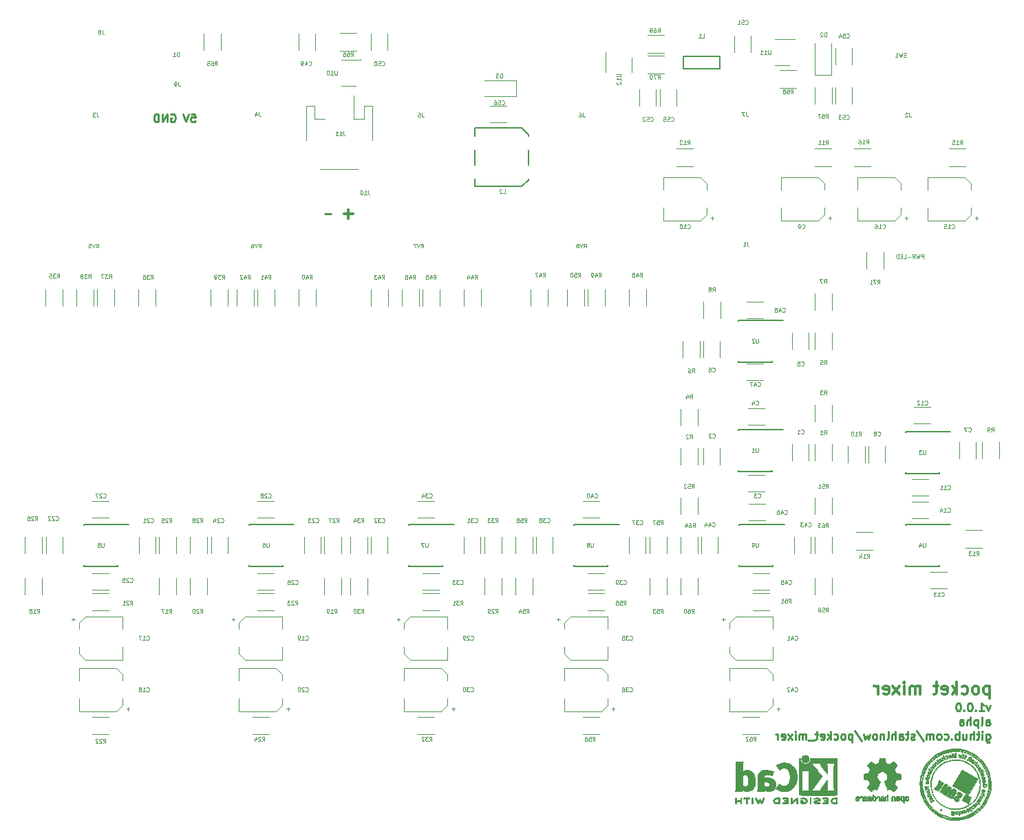
<source format=gbo>
G04 #@! TF.FileFunction,Legend,Bot*
%FSLAX46Y46*%
G04 Gerber Fmt 4.6, Leading zero omitted, Abs format (unit mm)*
G04 Created by KiCad (PCBNEW 4.0.6) date Fri Jul 14 20:21:39 2017*
%MOMM*%
%LPD*%
G01*
G04 APERTURE LIST*
%ADD10C,0.100000*%
%ADD11C,0.250000*%
%ADD12C,0.300000*%
%ADD13C,0.120000*%
%ADD14C,0.150000*%
%ADD15C,0.010000*%
%ADD16C,0.062500*%
%ADD17R,1.600000X1.000000*%
%ADD18C,3.900000*%
%ADD19R,0.900000X1.700000*%
%ADD20C,3.000000*%
%ADD21R,1.560000X0.650000*%
%ADD22R,3.000000X1.600000*%
%ADD23R,1.550000X0.600000*%
%ADD24R,1.000000X1.600000*%
%ADD25R,1.700000X0.900000*%
%ADD26R,2.600000X3.000000*%
%ADD27C,1.500000*%
%ADD28R,0.650000X1.560000*%
%ADD29R,1.800000X1.800000*%
%ADD30C,1.800000*%
%ADD31R,1.200000X0.900000*%
%ADD32R,0.900000X1.200000*%
%ADD33R,4.500000X1.750000*%
%ADD34R,1.700000X1.700000*%
%ADD35O,1.700000X1.700000*%
%ADD36R,1.300000X1.200000*%
%ADD37O,1.250000X0.950000*%
%ADD38O,1.000000X1.550000*%
%ADD39R,1.000000X3.500000*%
%ADD40R,1.500000X3.400000*%
%ADD41C,2.000000*%
%ADD42C,1.200000*%
G04 APERTURE END LIST*
D10*
D11*
X137128143Y-172912714D02*
X136890048Y-173579381D01*
X136651952Y-172912714D01*
X135747190Y-173579381D02*
X136318619Y-173579381D01*
X136032905Y-173579381D02*
X136032905Y-172579381D01*
X136128143Y-172722238D01*
X136223381Y-172817476D01*
X136318619Y-172865095D01*
X135318619Y-173484143D02*
X135271000Y-173531762D01*
X135318619Y-173579381D01*
X135366238Y-173531762D01*
X135318619Y-173484143D01*
X135318619Y-173579381D01*
X134651953Y-172579381D02*
X134556714Y-172579381D01*
X134461476Y-172627000D01*
X134413857Y-172674619D01*
X134366238Y-172769857D01*
X134318619Y-172960333D01*
X134318619Y-173198429D01*
X134366238Y-173388905D01*
X134413857Y-173484143D01*
X134461476Y-173531762D01*
X134556714Y-173579381D01*
X134651953Y-173579381D01*
X134747191Y-173531762D01*
X134794810Y-173484143D01*
X134842429Y-173388905D01*
X134890048Y-173198429D01*
X134890048Y-172960333D01*
X134842429Y-172769857D01*
X134794810Y-172674619D01*
X134747191Y-172627000D01*
X134651953Y-172579381D01*
X133890048Y-173484143D02*
X133842429Y-173531762D01*
X133890048Y-173579381D01*
X133937667Y-173531762D01*
X133890048Y-173484143D01*
X133890048Y-173579381D01*
X133223382Y-172579381D02*
X133128143Y-172579381D01*
X133032905Y-172627000D01*
X132985286Y-172674619D01*
X132937667Y-172769857D01*
X132890048Y-172960333D01*
X132890048Y-173198429D01*
X132937667Y-173388905D01*
X132985286Y-173484143D01*
X133032905Y-173531762D01*
X133128143Y-173579381D01*
X133223382Y-173579381D01*
X133318620Y-173531762D01*
X133366239Y-173484143D01*
X133413858Y-173388905D01*
X133461477Y-173198429D01*
X133461477Y-172960333D01*
X133413858Y-172769857D01*
X133366239Y-172674619D01*
X133318620Y-172627000D01*
X133223382Y-172579381D01*
X136604333Y-175329381D02*
X136604333Y-174805571D01*
X136651952Y-174710333D01*
X136747190Y-174662714D01*
X136937667Y-174662714D01*
X137032905Y-174710333D01*
X136604333Y-175281762D02*
X136699571Y-175329381D01*
X136937667Y-175329381D01*
X137032905Y-175281762D01*
X137080524Y-175186524D01*
X137080524Y-175091286D01*
X137032905Y-174996048D01*
X136937667Y-174948429D01*
X136699571Y-174948429D01*
X136604333Y-174900810D01*
X135985286Y-175329381D02*
X136080524Y-175281762D01*
X136128143Y-175186524D01*
X136128143Y-174329381D01*
X135604333Y-174662714D02*
X135604333Y-175662714D01*
X135604333Y-174710333D02*
X135509095Y-174662714D01*
X135318618Y-174662714D01*
X135223380Y-174710333D01*
X135175761Y-174757952D01*
X135128142Y-174853190D01*
X135128142Y-175138905D01*
X135175761Y-175234143D01*
X135223380Y-175281762D01*
X135318618Y-175329381D01*
X135509095Y-175329381D01*
X135604333Y-175281762D01*
X134699571Y-175329381D02*
X134699571Y-174329381D01*
X134270999Y-175329381D02*
X134270999Y-174805571D01*
X134318618Y-174710333D01*
X134413856Y-174662714D01*
X134556714Y-174662714D01*
X134651952Y-174710333D01*
X134699571Y-174757952D01*
X133366237Y-175329381D02*
X133366237Y-174805571D01*
X133413856Y-174710333D01*
X133509094Y-174662714D01*
X133699571Y-174662714D01*
X133794809Y-174710333D01*
X133366237Y-175281762D02*
X133461475Y-175329381D01*
X133699571Y-175329381D01*
X133794809Y-175281762D01*
X133842428Y-175186524D01*
X133842428Y-175091286D01*
X133794809Y-174996048D01*
X133699571Y-174948429D01*
X133461475Y-174948429D01*
X133366237Y-174900810D01*
X136604333Y-176412714D02*
X136604333Y-177222238D01*
X136651952Y-177317476D01*
X136699571Y-177365095D01*
X136794810Y-177412714D01*
X136937667Y-177412714D01*
X137032905Y-177365095D01*
X136604333Y-177031762D02*
X136699571Y-177079381D01*
X136890048Y-177079381D01*
X136985286Y-177031762D01*
X137032905Y-176984143D01*
X137080524Y-176888905D01*
X137080524Y-176603190D01*
X137032905Y-176507952D01*
X136985286Y-176460333D01*
X136890048Y-176412714D01*
X136699571Y-176412714D01*
X136604333Y-176460333D01*
X136128143Y-177079381D02*
X136128143Y-176412714D01*
X136128143Y-176079381D02*
X136175762Y-176127000D01*
X136128143Y-176174619D01*
X136080524Y-176127000D01*
X136128143Y-176079381D01*
X136128143Y-176174619D01*
X135794810Y-176412714D02*
X135413858Y-176412714D01*
X135651953Y-176079381D02*
X135651953Y-176936524D01*
X135604334Y-177031762D01*
X135509096Y-177079381D01*
X135413858Y-177079381D01*
X135080524Y-177079381D02*
X135080524Y-176079381D01*
X134651952Y-177079381D02*
X134651952Y-176555571D01*
X134699571Y-176460333D01*
X134794809Y-176412714D01*
X134937667Y-176412714D01*
X135032905Y-176460333D01*
X135080524Y-176507952D01*
X133747190Y-176412714D02*
X133747190Y-177079381D01*
X134175762Y-176412714D02*
X134175762Y-176936524D01*
X134128143Y-177031762D01*
X134032905Y-177079381D01*
X133890047Y-177079381D01*
X133794809Y-177031762D01*
X133747190Y-176984143D01*
X133271000Y-177079381D02*
X133271000Y-176079381D01*
X133271000Y-176460333D02*
X133175762Y-176412714D01*
X132985285Y-176412714D01*
X132890047Y-176460333D01*
X132842428Y-176507952D01*
X132794809Y-176603190D01*
X132794809Y-176888905D01*
X132842428Y-176984143D01*
X132890047Y-177031762D01*
X132985285Y-177079381D01*
X133175762Y-177079381D01*
X133271000Y-177031762D01*
X132366238Y-176984143D02*
X132318619Y-177031762D01*
X132366238Y-177079381D01*
X132413857Y-177031762D01*
X132366238Y-176984143D01*
X132366238Y-177079381D01*
X131461476Y-177031762D02*
X131556714Y-177079381D01*
X131747191Y-177079381D01*
X131842429Y-177031762D01*
X131890048Y-176984143D01*
X131937667Y-176888905D01*
X131937667Y-176603190D01*
X131890048Y-176507952D01*
X131842429Y-176460333D01*
X131747191Y-176412714D01*
X131556714Y-176412714D01*
X131461476Y-176460333D01*
X130890048Y-177079381D02*
X130985286Y-177031762D01*
X131032905Y-176984143D01*
X131080524Y-176888905D01*
X131080524Y-176603190D01*
X131032905Y-176507952D01*
X130985286Y-176460333D01*
X130890048Y-176412714D01*
X130747190Y-176412714D01*
X130651952Y-176460333D01*
X130604333Y-176507952D01*
X130556714Y-176603190D01*
X130556714Y-176888905D01*
X130604333Y-176984143D01*
X130651952Y-177031762D01*
X130747190Y-177079381D01*
X130890048Y-177079381D01*
X130128143Y-177079381D02*
X130128143Y-176412714D01*
X130128143Y-176507952D02*
X130080524Y-176460333D01*
X129985286Y-176412714D01*
X129842428Y-176412714D01*
X129747190Y-176460333D01*
X129699571Y-176555571D01*
X129699571Y-177079381D01*
X129699571Y-176555571D02*
X129651952Y-176460333D01*
X129556714Y-176412714D01*
X129413857Y-176412714D01*
X129318619Y-176460333D01*
X129271000Y-176555571D01*
X129271000Y-177079381D01*
X128080524Y-176031762D02*
X128937667Y-177317476D01*
X127794810Y-177031762D02*
X127699572Y-177079381D01*
X127509096Y-177079381D01*
X127413857Y-177031762D01*
X127366238Y-176936524D01*
X127366238Y-176888905D01*
X127413857Y-176793667D01*
X127509096Y-176746048D01*
X127651953Y-176746048D01*
X127747191Y-176698429D01*
X127794810Y-176603190D01*
X127794810Y-176555571D01*
X127747191Y-176460333D01*
X127651953Y-176412714D01*
X127509096Y-176412714D01*
X127413857Y-176460333D01*
X127080524Y-176412714D02*
X126699572Y-176412714D01*
X126937667Y-176079381D02*
X126937667Y-176936524D01*
X126890048Y-177031762D01*
X126794810Y-177079381D01*
X126699572Y-177079381D01*
X125937666Y-177079381D02*
X125937666Y-176555571D01*
X125985285Y-176460333D01*
X126080523Y-176412714D01*
X126271000Y-176412714D01*
X126366238Y-176460333D01*
X125937666Y-177031762D02*
X126032904Y-177079381D01*
X126271000Y-177079381D01*
X126366238Y-177031762D01*
X126413857Y-176936524D01*
X126413857Y-176841286D01*
X126366238Y-176746048D01*
X126271000Y-176698429D01*
X126032904Y-176698429D01*
X125937666Y-176650810D01*
X125461476Y-177079381D02*
X125461476Y-176079381D01*
X125032904Y-177079381D02*
X125032904Y-176555571D01*
X125080523Y-176460333D01*
X125175761Y-176412714D01*
X125318619Y-176412714D01*
X125413857Y-176460333D01*
X125461476Y-176507952D01*
X124413857Y-177079381D02*
X124509095Y-177031762D01*
X124556714Y-176936524D01*
X124556714Y-176079381D01*
X124032904Y-176412714D02*
X124032904Y-177079381D01*
X124032904Y-176507952D02*
X123985285Y-176460333D01*
X123890047Y-176412714D01*
X123747189Y-176412714D01*
X123651951Y-176460333D01*
X123604332Y-176555571D01*
X123604332Y-177079381D01*
X122985285Y-177079381D02*
X123080523Y-177031762D01*
X123128142Y-176984143D01*
X123175761Y-176888905D01*
X123175761Y-176603190D01*
X123128142Y-176507952D01*
X123080523Y-176460333D01*
X122985285Y-176412714D01*
X122842427Y-176412714D01*
X122747189Y-176460333D01*
X122699570Y-176507952D01*
X122651951Y-176603190D01*
X122651951Y-176888905D01*
X122699570Y-176984143D01*
X122747189Y-177031762D01*
X122842427Y-177079381D01*
X122985285Y-177079381D01*
X122318618Y-176412714D02*
X122128142Y-177079381D01*
X121937665Y-176603190D01*
X121747189Y-177079381D01*
X121556713Y-176412714D01*
X120461475Y-176031762D02*
X121318618Y-177317476D01*
X120128142Y-176412714D02*
X120128142Y-177412714D01*
X120128142Y-176460333D02*
X120032904Y-176412714D01*
X119842427Y-176412714D01*
X119747189Y-176460333D01*
X119699570Y-176507952D01*
X119651951Y-176603190D01*
X119651951Y-176888905D01*
X119699570Y-176984143D01*
X119747189Y-177031762D01*
X119842427Y-177079381D01*
X120032904Y-177079381D01*
X120128142Y-177031762D01*
X119080523Y-177079381D02*
X119175761Y-177031762D01*
X119223380Y-176984143D01*
X119270999Y-176888905D01*
X119270999Y-176603190D01*
X119223380Y-176507952D01*
X119175761Y-176460333D01*
X119080523Y-176412714D01*
X118937665Y-176412714D01*
X118842427Y-176460333D01*
X118794808Y-176507952D01*
X118747189Y-176603190D01*
X118747189Y-176888905D01*
X118794808Y-176984143D01*
X118842427Y-177031762D01*
X118937665Y-177079381D01*
X119080523Y-177079381D01*
X117890046Y-177031762D02*
X117985284Y-177079381D01*
X118175761Y-177079381D01*
X118270999Y-177031762D01*
X118318618Y-176984143D01*
X118366237Y-176888905D01*
X118366237Y-176603190D01*
X118318618Y-176507952D01*
X118270999Y-176460333D01*
X118175761Y-176412714D01*
X117985284Y-176412714D01*
X117890046Y-176460333D01*
X117461475Y-177079381D02*
X117461475Y-176079381D01*
X117366237Y-176698429D02*
X117080522Y-177079381D01*
X117080522Y-176412714D02*
X117461475Y-176793667D01*
X116270998Y-177031762D02*
X116366236Y-177079381D01*
X116556713Y-177079381D01*
X116651951Y-177031762D01*
X116699570Y-176936524D01*
X116699570Y-176555571D01*
X116651951Y-176460333D01*
X116556713Y-176412714D01*
X116366236Y-176412714D01*
X116270998Y-176460333D01*
X116223379Y-176555571D01*
X116223379Y-176650810D01*
X116699570Y-176746048D01*
X115937665Y-176412714D02*
X115556713Y-176412714D01*
X115794808Y-176079381D02*
X115794808Y-176936524D01*
X115747189Y-177031762D01*
X115651951Y-177079381D01*
X115556713Y-177079381D01*
X115461474Y-177174619D02*
X114699569Y-177174619D01*
X114461474Y-177079381D02*
X114461474Y-176412714D01*
X114461474Y-176507952D02*
X114413855Y-176460333D01*
X114318617Y-176412714D01*
X114175759Y-176412714D01*
X114080521Y-176460333D01*
X114032902Y-176555571D01*
X114032902Y-177079381D01*
X114032902Y-176555571D02*
X113985283Y-176460333D01*
X113890045Y-176412714D01*
X113747188Y-176412714D01*
X113651950Y-176460333D01*
X113604331Y-176555571D01*
X113604331Y-177079381D01*
X113128141Y-177079381D02*
X113128141Y-176412714D01*
X113128141Y-176079381D02*
X113175760Y-176127000D01*
X113128141Y-176174619D01*
X113080522Y-176127000D01*
X113128141Y-176079381D01*
X113128141Y-176174619D01*
X112747189Y-177079381D02*
X112223379Y-176412714D01*
X112747189Y-176412714D02*
X112223379Y-177079381D01*
X111461474Y-177031762D02*
X111556712Y-177079381D01*
X111747189Y-177079381D01*
X111842427Y-177031762D01*
X111890046Y-176936524D01*
X111890046Y-176555571D01*
X111842427Y-176460333D01*
X111747189Y-176412714D01*
X111556712Y-176412714D01*
X111461474Y-176460333D01*
X111413855Y-176555571D01*
X111413855Y-176650810D01*
X111890046Y-176746048D01*
X110985284Y-177079381D02*
X110985284Y-176412714D01*
X110985284Y-176603190D02*
X110937665Y-176507952D01*
X110890046Y-176460333D01*
X110794808Y-176412714D01*
X110699569Y-176412714D01*
D12*
X136996285Y-170491571D02*
X136996285Y-171991571D01*
X136996285Y-170563000D02*
X136853428Y-170491571D01*
X136567714Y-170491571D01*
X136424857Y-170563000D01*
X136353428Y-170634429D01*
X136281999Y-170777286D01*
X136281999Y-171205857D01*
X136353428Y-171348714D01*
X136424857Y-171420143D01*
X136567714Y-171491571D01*
X136853428Y-171491571D01*
X136996285Y-171420143D01*
X135424856Y-171491571D02*
X135567714Y-171420143D01*
X135639142Y-171348714D01*
X135710571Y-171205857D01*
X135710571Y-170777286D01*
X135639142Y-170634429D01*
X135567714Y-170563000D01*
X135424856Y-170491571D01*
X135210571Y-170491571D01*
X135067714Y-170563000D01*
X134996285Y-170634429D01*
X134924856Y-170777286D01*
X134924856Y-171205857D01*
X134996285Y-171348714D01*
X135067714Y-171420143D01*
X135210571Y-171491571D01*
X135424856Y-171491571D01*
X133639142Y-171420143D02*
X133781999Y-171491571D01*
X134067713Y-171491571D01*
X134210571Y-171420143D01*
X134281999Y-171348714D01*
X134353428Y-171205857D01*
X134353428Y-170777286D01*
X134281999Y-170634429D01*
X134210571Y-170563000D01*
X134067713Y-170491571D01*
X133781999Y-170491571D01*
X133639142Y-170563000D01*
X132996285Y-171491571D02*
X132996285Y-169991571D01*
X132853428Y-170920143D02*
X132424857Y-171491571D01*
X132424857Y-170491571D02*
X132996285Y-171063000D01*
X131210571Y-171420143D02*
X131353428Y-171491571D01*
X131639142Y-171491571D01*
X131781999Y-171420143D01*
X131853428Y-171277286D01*
X131853428Y-170705857D01*
X131781999Y-170563000D01*
X131639142Y-170491571D01*
X131353428Y-170491571D01*
X131210571Y-170563000D01*
X131139142Y-170705857D01*
X131139142Y-170848714D01*
X131853428Y-170991571D01*
X130710571Y-170491571D02*
X130139142Y-170491571D01*
X130496285Y-169991571D02*
X130496285Y-171277286D01*
X130424857Y-171420143D01*
X130281999Y-171491571D01*
X130139142Y-171491571D01*
X128496285Y-171491571D02*
X128496285Y-170491571D01*
X128496285Y-170634429D02*
X128424857Y-170563000D01*
X128281999Y-170491571D01*
X128067714Y-170491571D01*
X127924857Y-170563000D01*
X127853428Y-170705857D01*
X127853428Y-171491571D01*
X127853428Y-170705857D02*
X127781999Y-170563000D01*
X127639142Y-170491571D01*
X127424857Y-170491571D01*
X127281999Y-170563000D01*
X127210571Y-170705857D01*
X127210571Y-171491571D01*
X126496285Y-171491571D02*
X126496285Y-170491571D01*
X126496285Y-169991571D02*
X126567714Y-170063000D01*
X126496285Y-170134429D01*
X126424857Y-170063000D01*
X126496285Y-169991571D01*
X126496285Y-170134429D01*
X125924856Y-171491571D02*
X125139142Y-170491571D01*
X125924856Y-170491571D02*
X125139142Y-171491571D01*
X123996285Y-171420143D02*
X124139142Y-171491571D01*
X124424856Y-171491571D01*
X124567713Y-171420143D01*
X124639142Y-171277286D01*
X124639142Y-170705857D01*
X124567713Y-170563000D01*
X124424856Y-170491571D01*
X124139142Y-170491571D01*
X123996285Y-170563000D01*
X123924856Y-170705857D01*
X123924856Y-170848714D01*
X124639142Y-170991571D01*
X123281999Y-171491571D02*
X123281999Y-170491571D01*
X123281999Y-170777286D02*
X123210571Y-170634429D01*
X123139142Y-170563000D01*
X122996285Y-170491571D01*
X122853428Y-170491571D01*
D11*
X55990952Y-112337429D02*
X55229047Y-112337429D01*
X36305904Y-100082000D02*
X36401142Y-100034381D01*
X36543999Y-100034381D01*
X36686857Y-100082000D01*
X36782095Y-100177238D01*
X36829714Y-100272476D01*
X36877333Y-100462952D01*
X36877333Y-100605810D01*
X36829714Y-100796286D01*
X36782095Y-100891524D01*
X36686857Y-100986762D01*
X36543999Y-101034381D01*
X36448761Y-101034381D01*
X36305904Y-100986762D01*
X36258285Y-100939143D01*
X36258285Y-100605810D01*
X36448761Y-100605810D01*
X35829714Y-101034381D02*
X35829714Y-100034381D01*
X35258285Y-101034381D01*
X35258285Y-100034381D01*
X34782095Y-101034381D02*
X34782095Y-100034381D01*
X34544000Y-100034381D01*
X34401142Y-100082000D01*
X34305904Y-100177238D01*
X34258285Y-100272476D01*
X34210666Y-100462952D01*
X34210666Y-100605810D01*
X34258285Y-100796286D01*
X34305904Y-100891524D01*
X34401142Y-100986762D01*
X34544000Y-101034381D01*
X34782095Y-101034381D01*
X38782476Y-100034381D02*
X39258667Y-100034381D01*
X39306286Y-100510571D01*
X39258667Y-100462952D01*
X39163429Y-100415333D01*
X38925333Y-100415333D01*
X38830095Y-100462952D01*
X38782476Y-100510571D01*
X38734857Y-100605810D01*
X38734857Y-100843905D01*
X38782476Y-100939143D01*
X38830095Y-100986762D01*
X38925333Y-101034381D01*
X39163429Y-101034381D01*
X39258667Y-100986762D01*
X39306286Y-100939143D01*
X38449143Y-100034381D02*
X38115810Y-101034381D01*
X37782476Y-100034381D01*
D12*
X57578572Y-112373143D02*
X58721429Y-112373143D01*
X58150000Y-112944571D02*
X58150000Y-111801714D01*
D13*
X107684000Y-90438000D02*
X107684000Y-92438000D01*
X105644000Y-92438000D02*
X105644000Y-90438000D01*
X96996000Y-90368000D02*
X94996000Y-90368000D01*
X94996000Y-92508000D02*
X96996000Y-92508000D01*
X59050000Y-96604000D02*
X57250000Y-96604000D01*
X57250000Y-93384000D02*
X59700000Y-93384000D01*
X110350000Y-161920000D02*
X110350000Y-163470000D01*
X110350000Y-167260000D02*
X110350000Y-165710000D01*
X105010000Y-162680000D02*
X105010000Y-163470000D01*
X105010000Y-166500000D02*
X105010000Y-165710000D01*
X110350000Y-167260000D02*
X105770000Y-167260000D01*
X105770000Y-167260000D02*
X105010000Y-166500000D01*
X105010000Y-162680000D02*
X105770000Y-161920000D01*
X105770000Y-161920000D02*
X110350000Y-161920000D01*
D14*
X130837000Y-139155000D02*
X130837000Y-139205000D01*
X126687000Y-139155000D02*
X126687000Y-139300000D01*
X126687000Y-144305000D02*
X126687000Y-144160000D01*
X130837000Y-144305000D02*
X130837000Y-144160000D01*
X130837000Y-139155000D02*
X126687000Y-139155000D01*
X130837000Y-144305000D02*
X126687000Y-144305000D01*
X130837000Y-139205000D02*
X132237000Y-139205000D01*
D13*
X103874000Y-128030000D02*
X103874000Y-130030000D01*
X101834000Y-130030000D02*
X101834000Y-128030000D01*
D14*
X29745000Y-150585000D02*
X29745000Y-150635000D01*
X25595000Y-150585000D02*
X25595000Y-150730000D01*
X25595000Y-155735000D02*
X25595000Y-155590000D01*
X29745000Y-155735000D02*
X29745000Y-155590000D01*
X29745000Y-150585000D02*
X25595000Y-150585000D01*
X29745000Y-155735000D02*
X25595000Y-155735000D01*
X29745000Y-150635000D02*
X31145000Y-150635000D01*
D13*
X114796000Y-140730000D02*
X114796000Y-142730000D01*
X112756000Y-142730000D02*
X112756000Y-140730000D01*
X103874000Y-141238000D02*
X103874000Y-143238000D01*
X101834000Y-143238000D02*
X101834000Y-141238000D01*
X107315000Y-144520000D02*
X109315000Y-144520000D01*
X109315000Y-146560000D02*
X107315000Y-146560000D01*
X109315000Y-138305000D02*
X107315000Y-138305000D01*
X107315000Y-136265000D02*
X109315000Y-136265000D01*
X114796000Y-127014000D02*
X114796000Y-129014000D01*
X112756000Y-129014000D02*
X112756000Y-127014000D01*
X133330000Y-142476000D02*
X133330000Y-140476000D01*
X135370000Y-140476000D02*
X135370000Y-142476000D01*
X124194000Y-140984000D02*
X124194000Y-142984000D01*
X122154000Y-142984000D02*
X122154000Y-140984000D01*
X127508000Y-145028000D02*
X129508000Y-145028000D01*
X129508000Y-147068000D02*
X127508000Y-147068000D01*
X129762000Y-138178000D02*
X127762000Y-138178000D01*
X127762000Y-136138000D02*
X129762000Y-136138000D01*
X131794000Y-158498000D02*
X129794000Y-158498000D01*
X129794000Y-156458000D02*
X131794000Y-156458000D01*
X129508000Y-149862000D02*
X127508000Y-149862000D01*
X127508000Y-147822000D02*
X129508000Y-147822000D01*
X32365000Y-154160000D02*
X32365000Y-152160000D01*
X34405000Y-152160000D02*
X34405000Y-154160000D01*
X20935000Y-154160000D02*
X20935000Y-152160000D01*
X22975000Y-152160000D02*
X22975000Y-154160000D01*
X52685000Y-154160000D02*
X52685000Y-152160000D01*
X54725000Y-152160000D02*
X54725000Y-154160000D01*
X41255000Y-154160000D02*
X41255000Y-152160000D01*
X43295000Y-152160000D02*
X43295000Y-154160000D01*
X26670000Y-156585000D02*
X28670000Y-156585000D01*
X28670000Y-158625000D02*
X26670000Y-158625000D01*
X46990000Y-156585000D02*
X48990000Y-156585000D01*
X48990000Y-158625000D02*
X46990000Y-158625000D01*
X28670000Y-149735000D02*
X26670000Y-149735000D01*
X26670000Y-147695000D02*
X28670000Y-147695000D01*
X48990000Y-149735000D02*
X46990000Y-149735000D01*
X46990000Y-147695000D02*
X48990000Y-147695000D01*
X70345000Y-161920000D02*
X70345000Y-163470000D01*
X70345000Y-167260000D02*
X70345000Y-165710000D01*
X65005000Y-162680000D02*
X65005000Y-163470000D01*
X65005000Y-166500000D02*
X65005000Y-165710000D01*
X70345000Y-167260000D02*
X65765000Y-167260000D01*
X65765000Y-167260000D02*
X65005000Y-166500000D01*
X65005000Y-162680000D02*
X65765000Y-161920000D01*
X65765000Y-161920000D02*
X70345000Y-161920000D01*
X65005000Y-173610000D02*
X65005000Y-172060000D01*
X65005000Y-168270000D02*
X65005000Y-169820000D01*
X70345000Y-172850000D02*
X70345000Y-172060000D01*
X70345000Y-169030000D02*
X70345000Y-169820000D01*
X65005000Y-168270000D02*
X69585000Y-168270000D01*
X69585000Y-168270000D02*
X70345000Y-169030000D01*
X70345000Y-172850000D02*
X69585000Y-173610000D01*
X69585000Y-173610000D02*
X65005000Y-173610000D01*
X67310000Y-156585000D02*
X69310000Y-156585000D01*
X69310000Y-158625000D02*
X67310000Y-158625000D01*
X68675000Y-149735000D02*
X66675000Y-149735000D01*
X66675000Y-147695000D02*
X68675000Y-147695000D01*
X92690000Y-154160000D02*
X92690000Y-152160000D01*
X94730000Y-152160000D02*
X94730000Y-154160000D01*
X81260000Y-154160000D02*
X81260000Y-152160000D01*
X83300000Y-152160000D02*
X83300000Y-154160000D01*
X87630000Y-156585000D02*
X89630000Y-156585000D01*
X89630000Y-158625000D02*
X87630000Y-158625000D01*
X88995000Y-149735000D02*
X86995000Y-149735000D01*
X86995000Y-147695000D02*
X88995000Y-147695000D01*
X113010000Y-154160000D02*
X113010000Y-152160000D01*
X115050000Y-152160000D02*
X115050000Y-154160000D01*
X101580000Y-154160000D02*
X101580000Y-152160000D01*
X103620000Y-152160000D02*
X103620000Y-154160000D01*
X107950000Y-156585000D02*
X109950000Y-156585000D01*
X109950000Y-158625000D02*
X107950000Y-158625000D01*
X109442000Y-150116000D02*
X107442000Y-150116000D01*
X107442000Y-148076000D02*
X109442000Y-148076000D01*
X117640000Y-142730000D02*
X117640000Y-140730000D01*
X115500000Y-140730000D02*
X115500000Y-142730000D01*
X101130000Y-143238000D02*
X101130000Y-141238000D01*
X98990000Y-141238000D02*
X98990000Y-143238000D01*
X117640000Y-137904000D02*
X117640000Y-135904000D01*
X115500000Y-135904000D02*
X115500000Y-137904000D01*
X101130000Y-138412000D02*
X101130000Y-136412000D01*
X98990000Y-136412000D02*
X98990000Y-138412000D01*
X117640000Y-129014000D02*
X117640000Y-127014000D01*
X115500000Y-127014000D02*
X115500000Y-129014000D01*
X101384000Y-130030000D02*
X101384000Y-128030000D01*
X99244000Y-128030000D02*
X99244000Y-130030000D01*
X117640000Y-124188000D02*
X117640000Y-122188000D01*
X115500000Y-122188000D02*
X115500000Y-124188000D01*
X103924000Y-125204000D02*
X103924000Y-123204000D01*
X101784000Y-123204000D02*
X101784000Y-125204000D01*
X138214000Y-142476000D02*
X138214000Y-140476000D01*
X136074000Y-140476000D02*
X136074000Y-142476000D01*
X121704000Y-142984000D02*
X121704000Y-140984000D01*
X119564000Y-140984000D02*
X119564000Y-142984000D01*
X115570000Y-106478000D02*
X117570000Y-106478000D01*
X117570000Y-104338000D02*
X115570000Y-104338000D01*
X98552000Y-106478000D02*
X100552000Y-106478000D01*
X100552000Y-104338000D02*
X98552000Y-104338000D01*
X134112000Y-153468000D02*
X136112000Y-153468000D01*
X136112000Y-151328000D02*
X134112000Y-151328000D01*
X122650000Y-151582000D02*
X120650000Y-151582000D01*
X120650000Y-153722000D02*
X122650000Y-153722000D01*
X132080000Y-106478000D02*
X134080000Y-106478000D01*
X134080000Y-104338000D02*
X132080000Y-104338000D01*
X122396000Y-104338000D02*
X120396000Y-104338000D01*
X120396000Y-106478000D02*
X122396000Y-106478000D01*
X36995000Y-159240000D02*
X36995000Y-157240000D01*
X34855000Y-157240000D02*
X34855000Y-159240000D01*
X20485000Y-159240000D02*
X20485000Y-157240000D01*
X18345000Y-157240000D02*
X18345000Y-159240000D01*
X57315000Y-159240000D02*
X57315000Y-157240000D01*
X55175000Y-157240000D02*
X55175000Y-159240000D01*
X40805000Y-159240000D02*
X40805000Y-157240000D01*
X38665000Y-157240000D02*
X38665000Y-159240000D01*
X28670000Y-159075000D02*
X26670000Y-159075000D01*
X26670000Y-161215000D02*
X28670000Y-161215000D01*
X26670000Y-176455000D02*
X28670000Y-176455000D01*
X28670000Y-174315000D02*
X26670000Y-174315000D01*
X48990000Y-159075000D02*
X46990000Y-159075000D01*
X46990000Y-161215000D02*
X48990000Y-161215000D01*
X46355000Y-176455000D02*
X48355000Y-176455000D01*
X48355000Y-174315000D02*
X46355000Y-174315000D01*
X36995000Y-154160000D02*
X36995000Y-152160000D01*
X34855000Y-152160000D02*
X34855000Y-154160000D01*
X20485000Y-154160000D02*
X20485000Y-152160000D01*
X18345000Y-152160000D02*
X18345000Y-154160000D01*
X57315000Y-154160000D02*
X57315000Y-152160000D01*
X55175000Y-152160000D02*
X55175000Y-154160000D01*
X40805000Y-154160000D02*
X40805000Y-152160000D01*
X38665000Y-152160000D02*
X38665000Y-154160000D01*
X77000000Y-159240000D02*
X77000000Y-157240000D01*
X74860000Y-157240000D02*
X74860000Y-159240000D01*
X60490000Y-159240000D02*
X60490000Y-157240000D01*
X58350000Y-157240000D02*
X58350000Y-159240000D01*
X69310000Y-159075000D02*
X67310000Y-159075000D01*
X67310000Y-161215000D02*
X69310000Y-161215000D01*
X66675000Y-176455000D02*
X68675000Y-176455000D01*
X68675000Y-174315000D02*
X66675000Y-174315000D01*
X77000000Y-154160000D02*
X77000000Y-152160000D01*
X74860000Y-152160000D02*
X74860000Y-154160000D01*
X60490000Y-154160000D02*
X60490000Y-152160000D01*
X58350000Y-152160000D02*
X58350000Y-154160000D01*
X20885000Y-121680000D02*
X20885000Y-123680000D01*
X23025000Y-123680000D02*
X23025000Y-121680000D01*
X32315000Y-121680000D02*
X32315000Y-123680000D01*
X34455000Y-123680000D02*
X34455000Y-121680000D01*
X27235000Y-121680000D02*
X27235000Y-123680000D01*
X29375000Y-123680000D02*
X29375000Y-121680000D01*
X24695000Y-121680000D02*
X24695000Y-123680000D01*
X26835000Y-123680000D02*
X26835000Y-121680000D01*
X41205000Y-121680000D02*
X41205000Y-123680000D01*
X43345000Y-123680000D02*
X43345000Y-121680000D01*
X52000000Y-121680000D02*
X52000000Y-123680000D01*
X54140000Y-123680000D02*
X54140000Y-121680000D01*
X46920000Y-121680000D02*
X46920000Y-123680000D01*
X49060000Y-123680000D02*
X49060000Y-121680000D01*
X44380000Y-121680000D02*
X44380000Y-123680000D01*
X46520000Y-123680000D02*
X46520000Y-121680000D01*
X60890000Y-121680000D02*
X60890000Y-123680000D01*
X63030000Y-123680000D02*
X63030000Y-121680000D01*
X72320000Y-121680000D02*
X72320000Y-123680000D01*
X74460000Y-123680000D02*
X74460000Y-121680000D01*
X67240000Y-121680000D02*
X67240000Y-123680000D01*
X69380000Y-123680000D02*
X69380000Y-121680000D01*
X64700000Y-121680000D02*
X64700000Y-123680000D01*
X66840000Y-123680000D02*
X66840000Y-121680000D01*
X80575000Y-121680000D02*
X80575000Y-123680000D01*
X82715000Y-123680000D02*
X82715000Y-121680000D01*
X92640000Y-121680000D02*
X92640000Y-123680000D01*
X94780000Y-123680000D02*
X94780000Y-121680000D01*
X87560000Y-121680000D02*
X87560000Y-123680000D01*
X89700000Y-123680000D02*
X89700000Y-121680000D01*
X85020000Y-121680000D02*
X85020000Y-123680000D01*
X87160000Y-123680000D02*
X87160000Y-121680000D01*
X115500000Y-147334000D02*
X115500000Y-149334000D01*
X117640000Y-149334000D02*
X117640000Y-147334000D01*
X98990000Y-147334000D02*
X98990000Y-149334000D01*
X101130000Y-149334000D02*
X101130000Y-147334000D01*
X97320000Y-159240000D02*
X97320000Y-157240000D01*
X95180000Y-157240000D02*
X95180000Y-159240000D01*
X80810000Y-159240000D02*
X80810000Y-157240000D01*
X78670000Y-157240000D02*
X78670000Y-159240000D01*
X89630000Y-159075000D02*
X87630000Y-159075000D01*
X87630000Y-161215000D02*
X89630000Y-161215000D01*
X86995000Y-176455000D02*
X88995000Y-176455000D01*
X88995000Y-174315000D02*
X86995000Y-174315000D01*
X97320000Y-154160000D02*
X97320000Y-152160000D01*
X95180000Y-152160000D02*
X95180000Y-154160000D01*
X80810000Y-154160000D02*
X80810000Y-152160000D01*
X78670000Y-152160000D02*
X78670000Y-154160000D01*
X117640000Y-159240000D02*
X117640000Y-157240000D01*
X115500000Y-157240000D02*
X115500000Y-159240000D01*
X101130000Y-159240000D02*
X101130000Y-157240000D01*
X98990000Y-157240000D02*
X98990000Y-159240000D01*
X109950000Y-159075000D02*
X107950000Y-159075000D01*
X107950000Y-161215000D02*
X109950000Y-161215000D01*
X106680000Y-176455000D02*
X108680000Y-176455000D01*
X108680000Y-174315000D02*
X106680000Y-174315000D01*
X117640000Y-154160000D02*
X117640000Y-152160000D01*
X115500000Y-152160000D02*
X115500000Y-154160000D01*
X101130000Y-154160000D02*
X101130000Y-152160000D01*
X98990000Y-152160000D02*
X98990000Y-154160000D01*
D14*
X110263000Y-138901000D02*
X110263000Y-138951000D01*
X106113000Y-138901000D02*
X106113000Y-139046000D01*
X106113000Y-144051000D02*
X106113000Y-143906000D01*
X110263000Y-144051000D02*
X110263000Y-143906000D01*
X110263000Y-138901000D02*
X106113000Y-138901000D01*
X110263000Y-144051000D02*
X106113000Y-144051000D01*
X110263000Y-138951000D02*
X111663000Y-138951000D01*
X110263000Y-125439000D02*
X110263000Y-125489000D01*
X106113000Y-125439000D02*
X106113000Y-125584000D01*
X106113000Y-130589000D02*
X106113000Y-130444000D01*
X110263000Y-130589000D02*
X110263000Y-130444000D01*
X110263000Y-125439000D02*
X106113000Y-125439000D01*
X110263000Y-130589000D02*
X106113000Y-130589000D01*
X110263000Y-125489000D02*
X111663000Y-125489000D01*
X130837000Y-150585000D02*
X130837000Y-150635000D01*
X126687000Y-150585000D02*
X126687000Y-150730000D01*
X126687000Y-155735000D02*
X126687000Y-155590000D01*
X130837000Y-155735000D02*
X130837000Y-155590000D01*
X130837000Y-150585000D02*
X126687000Y-150585000D01*
X130837000Y-155735000D02*
X126687000Y-155735000D01*
X130837000Y-150635000D02*
X132237000Y-150635000D01*
X50065000Y-150585000D02*
X50065000Y-150635000D01*
X45915000Y-150585000D02*
X45915000Y-150730000D01*
X45915000Y-155735000D02*
X45915000Y-155590000D01*
X50065000Y-155735000D02*
X50065000Y-155590000D01*
X50065000Y-150585000D02*
X45915000Y-150585000D01*
X50065000Y-155735000D02*
X45915000Y-155735000D01*
X50065000Y-150635000D02*
X51465000Y-150635000D01*
X69750000Y-150585000D02*
X69750000Y-150635000D01*
X65600000Y-150585000D02*
X65600000Y-150730000D01*
X65600000Y-155735000D02*
X65600000Y-155590000D01*
X69750000Y-155735000D02*
X69750000Y-155590000D01*
X69750000Y-150585000D02*
X65600000Y-150585000D01*
X69750000Y-155735000D02*
X65600000Y-155735000D01*
X69750000Y-150635000D02*
X71150000Y-150635000D01*
X90070000Y-150585000D02*
X90070000Y-150635000D01*
X85920000Y-150585000D02*
X85920000Y-150730000D01*
X85920000Y-155735000D02*
X85920000Y-155590000D01*
X90070000Y-155735000D02*
X90070000Y-155590000D01*
X90070000Y-150585000D02*
X85920000Y-150585000D01*
X90070000Y-155735000D02*
X85920000Y-155735000D01*
X90070000Y-150635000D02*
X91470000Y-150635000D01*
X110390000Y-150585000D02*
X110390000Y-150635000D01*
X106240000Y-150585000D02*
X106240000Y-150730000D01*
X106240000Y-155735000D02*
X106240000Y-155590000D01*
X110390000Y-155735000D02*
X110390000Y-155590000D01*
X110390000Y-150585000D02*
X106240000Y-150585000D01*
X110390000Y-155735000D02*
X106240000Y-155735000D01*
X110390000Y-150635000D02*
X111790000Y-150635000D01*
D13*
X111360000Y-113158000D02*
X111360000Y-111608000D01*
X111360000Y-107818000D02*
X111360000Y-109368000D01*
X116700000Y-112398000D02*
X116700000Y-111608000D01*
X116700000Y-108578000D02*
X116700000Y-109368000D01*
X111360000Y-107818000D02*
X115940000Y-107818000D01*
X115940000Y-107818000D02*
X116700000Y-108578000D01*
X116700000Y-112398000D02*
X115940000Y-113158000D01*
X115940000Y-113158000D02*
X111360000Y-113158000D01*
X96882000Y-113158000D02*
X96882000Y-111608000D01*
X96882000Y-107818000D02*
X96882000Y-109368000D01*
X102222000Y-112398000D02*
X102222000Y-111608000D01*
X102222000Y-108578000D02*
X102222000Y-109368000D01*
X96882000Y-107818000D02*
X101462000Y-107818000D01*
X101462000Y-107818000D02*
X102222000Y-108578000D01*
X102222000Y-112398000D02*
X101462000Y-113158000D01*
X101462000Y-113158000D02*
X96882000Y-113158000D01*
X129394000Y-113158000D02*
X129394000Y-111608000D01*
X129394000Y-107818000D02*
X129394000Y-109368000D01*
X134734000Y-112398000D02*
X134734000Y-111608000D01*
X134734000Y-108578000D02*
X134734000Y-109368000D01*
X129394000Y-107818000D02*
X133974000Y-107818000D01*
X133974000Y-107818000D02*
X134734000Y-108578000D01*
X134734000Y-112398000D02*
X133974000Y-113158000D01*
X133974000Y-113158000D02*
X129394000Y-113158000D01*
X120758000Y-113158000D02*
X120758000Y-111608000D01*
X120758000Y-107818000D02*
X120758000Y-109368000D01*
X126098000Y-112398000D02*
X126098000Y-111608000D01*
X126098000Y-108578000D02*
X126098000Y-109368000D01*
X120758000Y-107818000D02*
X125338000Y-107818000D01*
X125338000Y-107818000D02*
X126098000Y-108578000D01*
X126098000Y-112398000D02*
X125338000Y-113158000D01*
X125338000Y-113158000D02*
X120758000Y-113158000D01*
X30340000Y-161920000D02*
X30340000Y-163470000D01*
X30340000Y-167260000D02*
X30340000Y-165710000D01*
X25000000Y-162680000D02*
X25000000Y-163470000D01*
X25000000Y-166500000D02*
X25000000Y-165710000D01*
X30340000Y-167260000D02*
X25760000Y-167260000D01*
X25760000Y-167260000D02*
X25000000Y-166500000D01*
X25000000Y-162680000D02*
X25760000Y-161920000D01*
X25760000Y-161920000D02*
X30340000Y-161920000D01*
X25000000Y-173610000D02*
X25000000Y-172060000D01*
X25000000Y-168270000D02*
X25000000Y-169820000D01*
X30340000Y-172850000D02*
X30340000Y-172060000D01*
X30340000Y-169030000D02*
X30340000Y-169820000D01*
X25000000Y-168270000D02*
X29580000Y-168270000D01*
X29580000Y-168270000D02*
X30340000Y-169030000D01*
X30340000Y-172850000D02*
X29580000Y-173610000D01*
X29580000Y-173610000D02*
X25000000Y-173610000D01*
X50025000Y-161920000D02*
X50025000Y-163470000D01*
X50025000Y-167260000D02*
X50025000Y-165710000D01*
X44685000Y-162680000D02*
X44685000Y-163470000D01*
X44685000Y-166500000D02*
X44685000Y-165710000D01*
X50025000Y-167260000D02*
X45445000Y-167260000D01*
X45445000Y-167260000D02*
X44685000Y-166500000D01*
X44685000Y-162680000D02*
X45445000Y-161920000D01*
X45445000Y-161920000D02*
X50025000Y-161920000D01*
X44685000Y-173610000D02*
X44685000Y-172060000D01*
X44685000Y-168270000D02*
X44685000Y-169820000D01*
X50025000Y-172850000D02*
X50025000Y-172060000D01*
X50025000Y-169030000D02*
X50025000Y-169820000D01*
X44685000Y-168270000D02*
X49265000Y-168270000D01*
X49265000Y-168270000D02*
X50025000Y-169030000D01*
X50025000Y-172850000D02*
X49265000Y-173610000D01*
X49265000Y-173610000D02*
X44685000Y-173610000D01*
X72370000Y-154160000D02*
X72370000Y-152160000D01*
X74410000Y-152160000D02*
X74410000Y-154160000D01*
X60940000Y-154160000D02*
X60940000Y-152160000D01*
X62980000Y-152160000D02*
X62980000Y-154160000D01*
X90030000Y-161920000D02*
X90030000Y-163470000D01*
X90030000Y-167260000D02*
X90030000Y-165710000D01*
X84690000Y-162680000D02*
X84690000Y-163470000D01*
X84690000Y-166500000D02*
X84690000Y-165710000D01*
X90030000Y-167260000D02*
X85450000Y-167260000D01*
X85450000Y-167260000D02*
X84690000Y-166500000D01*
X84690000Y-162680000D02*
X85450000Y-161920000D01*
X85450000Y-161920000D02*
X90030000Y-161920000D01*
X84690000Y-173610000D02*
X84690000Y-172060000D01*
X84690000Y-168270000D02*
X84690000Y-169820000D01*
X90030000Y-172850000D02*
X90030000Y-172060000D01*
X90030000Y-169030000D02*
X90030000Y-169820000D01*
X84690000Y-168270000D02*
X89270000Y-168270000D01*
X89270000Y-168270000D02*
X90030000Y-169030000D01*
X90030000Y-172850000D02*
X89270000Y-173610000D01*
X89270000Y-173610000D02*
X84690000Y-173610000D01*
X105010000Y-173610000D02*
X105010000Y-172060000D01*
X105010000Y-168270000D02*
X105010000Y-169820000D01*
X110350000Y-172850000D02*
X110350000Y-172060000D01*
X110350000Y-169030000D02*
X110350000Y-169820000D01*
X105010000Y-168270000D02*
X109590000Y-168270000D01*
X109590000Y-168270000D02*
X110350000Y-169030000D01*
X110350000Y-172850000D02*
X109590000Y-173610000D01*
X109590000Y-173610000D02*
X105010000Y-173610000D01*
X107188000Y-130804000D02*
X109188000Y-130804000D01*
X109188000Y-132844000D02*
X107188000Y-132844000D01*
X109188000Y-125224000D02*
X107188000Y-125224000D01*
X107188000Y-123184000D02*
X109188000Y-123184000D01*
X93960000Y-99042000D02*
X93960000Y-97042000D01*
X96000000Y-97042000D02*
X96000000Y-99042000D01*
X118090000Y-98788000D02*
X118090000Y-96788000D01*
X120130000Y-96788000D02*
X120130000Y-98788000D01*
X120130000Y-91962000D02*
X120130000Y-93962000D01*
X118090000Y-93962000D02*
X118090000Y-91962000D01*
X96500000Y-99042000D02*
X96500000Y-97042000D01*
X98540000Y-97042000D02*
X98540000Y-99042000D01*
X77565000Y-101094000D02*
X75565000Y-101094000D01*
X75565000Y-99054000D02*
X77565000Y-99054000D01*
X42456000Y-92184000D02*
X42456000Y-90184000D01*
X40316000Y-90184000D02*
X40316000Y-92184000D01*
X59150000Y-90114000D02*
X57150000Y-90114000D01*
X57150000Y-92254000D02*
X59150000Y-92254000D01*
X117640000Y-98788000D02*
X117640000Y-96788000D01*
X115500000Y-96788000D02*
X115500000Y-98788000D01*
X111252000Y-96826000D02*
X113252000Y-96826000D01*
X113252000Y-94686000D02*
X111252000Y-94686000D01*
X94996000Y-95048000D02*
X96996000Y-95048000D01*
X96996000Y-92908000D02*
X94996000Y-92908000D01*
X112390000Y-94064000D02*
X110590000Y-94064000D01*
X110590000Y-90844000D02*
X113040000Y-90844000D01*
X93034000Y-93078000D02*
X93034000Y-94878000D01*
X89814000Y-94878000D02*
X89814000Y-92428000D01*
X54090000Y-90184000D02*
X54090000Y-92184000D01*
X52050000Y-92184000D02*
X52050000Y-90184000D01*
X62980000Y-90184000D02*
X62980000Y-92184000D01*
X60940000Y-92184000D02*
X60940000Y-90184000D01*
X117570000Y-95212000D02*
X115570000Y-95212000D01*
X115570000Y-95212000D02*
X115570000Y-91312000D01*
X117570000Y-95212000D02*
X117570000Y-91312000D01*
X78815000Y-95899000D02*
X78815000Y-97899000D01*
X78815000Y-97899000D02*
X74915000Y-97899000D01*
X78815000Y-95899000D02*
X74915000Y-95899000D01*
D14*
X101584000Y-92974000D02*
X99334000Y-92974000D01*
X99334000Y-92974000D02*
X99334000Y-94474000D01*
X99334000Y-94474000D02*
X103834000Y-94474000D01*
X103834000Y-94474000D02*
X103834000Y-92974000D01*
X103834000Y-92974000D02*
X101584000Y-92974000D01*
X74501880Y-101790220D02*
X73701880Y-101790220D01*
X73701880Y-101790220D02*
X73701880Y-102590220D01*
X73701880Y-108190220D02*
X73701880Y-108990220D01*
X73701880Y-108990220D02*
X74501880Y-108990220D01*
X80301880Y-102790220D02*
X80301880Y-102590220D01*
X80301880Y-102590220D02*
X79501880Y-101790220D01*
X79501880Y-101790220D02*
X74501880Y-101790220D01*
X73701880Y-102590220D02*
X73701880Y-102790220D01*
X73701880Y-104490220D02*
X73701880Y-106290220D01*
X80301880Y-106290220D02*
X80301880Y-104490220D01*
X73701880Y-108190220D02*
X73701880Y-107990220D01*
X80301880Y-108190220D02*
X80301880Y-107990220D01*
X74501880Y-108990220D02*
X75101880Y-108990220D01*
X80301880Y-108190220D02*
X79501880Y-108990220D01*
X79501880Y-108990220D02*
X75101880Y-108990220D01*
D13*
X121850000Y-117108000D02*
X121850000Y-119108000D01*
X123990000Y-119108000D02*
X123990000Y-117108000D01*
X58782000Y-100660400D02*
X60057000Y-100660400D01*
X60057000Y-100660400D02*
X60057000Y-99060400D01*
X60057000Y-99060400D02*
X61057000Y-99060400D01*
X61057000Y-99060400D02*
X61057000Y-103285400D01*
X52957000Y-103285400D02*
X52957000Y-99060400D01*
X52957000Y-99060400D02*
X53957000Y-99060400D01*
X53957000Y-99060400D02*
X53957000Y-100660400D01*
X53957000Y-100660400D02*
X55232000Y-100660400D01*
X59332000Y-106860400D02*
X54682000Y-106860400D01*
X58782000Y-100660400D02*
X58782000Y-97760400D01*
D15*
G36*
X126209256Y-184035918D02*
X126153799Y-184063568D01*
X126104852Y-184114480D01*
X126091371Y-184133338D01*
X126076686Y-184158015D01*
X126067158Y-184184816D01*
X126061707Y-184220587D01*
X126059253Y-184272169D01*
X126058714Y-184340267D01*
X126061148Y-184433588D01*
X126069606Y-184503657D01*
X126085826Y-184555931D01*
X126111546Y-184595869D01*
X126148503Y-184628929D01*
X126151218Y-184630886D01*
X126187640Y-184650908D01*
X126231498Y-184660815D01*
X126287276Y-184663257D01*
X126377952Y-184663257D01*
X126377990Y-184751283D01*
X126378834Y-184800308D01*
X126383976Y-184829065D01*
X126397413Y-184846311D01*
X126423142Y-184860808D01*
X126429321Y-184863769D01*
X126458236Y-184877648D01*
X126480624Y-184886414D01*
X126497271Y-184887171D01*
X126508964Y-184877023D01*
X126516490Y-184853073D01*
X126520634Y-184812426D01*
X126522185Y-184752186D01*
X126521929Y-184669455D01*
X126520651Y-184561339D01*
X126520252Y-184529000D01*
X126518815Y-184417524D01*
X126517528Y-184344603D01*
X126378029Y-184344603D01*
X126377245Y-184406499D01*
X126373760Y-184446997D01*
X126365876Y-184473708D01*
X126351895Y-184494244D01*
X126342403Y-184504260D01*
X126303596Y-184533567D01*
X126269237Y-184535952D01*
X126233784Y-184511750D01*
X126232886Y-184510857D01*
X126218461Y-184492153D01*
X126209687Y-184466732D01*
X126205261Y-184427584D01*
X126203882Y-184367697D01*
X126203857Y-184354430D01*
X126207188Y-184271901D01*
X126218031Y-184214691D01*
X126237660Y-184179766D01*
X126267350Y-184164094D01*
X126284509Y-184162514D01*
X126325234Y-184169926D01*
X126353168Y-184194330D01*
X126369983Y-184238980D01*
X126377350Y-184307130D01*
X126378029Y-184344603D01*
X126517528Y-184344603D01*
X126517292Y-184331245D01*
X126515323Y-184266333D01*
X126512550Y-184218958D01*
X126508612Y-184185290D01*
X126503151Y-184161498D01*
X126495808Y-184143753D01*
X126486223Y-184128224D01*
X126482113Y-184122381D01*
X126427595Y-184067185D01*
X126358664Y-184035890D01*
X126278928Y-184027165D01*
X126209256Y-184035918D01*
X126209256Y-184035918D01*
G37*
X126209256Y-184035918D02*
X126153799Y-184063568D01*
X126104852Y-184114480D01*
X126091371Y-184133338D01*
X126076686Y-184158015D01*
X126067158Y-184184816D01*
X126061707Y-184220587D01*
X126059253Y-184272169D01*
X126058714Y-184340267D01*
X126061148Y-184433588D01*
X126069606Y-184503657D01*
X126085826Y-184555931D01*
X126111546Y-184595869D01*
X126148503Y-184628929D01*
X126151218Y-184630886D01*
X126187640Y-184650908D01*
X126231498Y-184660815D01*
X126287276Y-184663257D01*
X126377952Y-184663257D01*
X126377990Y-184751283D01*
X126378834Y-184800308D01*
X126383976Y-184829065D01*
X126397413Y-184846311D01*
X126423142Y-184860808D01*
X126429321Y-184863769D01*
X126458236Y-184877648D01*
X126480624Y-184886414D01*
X126497271Y-184887171D01*
X126508964Y-184877023D01*
X126516490Y-184853073D01*
X126520634Y-184812426D01*
X126522185Y-184752186D01*
X126521929Y-184669455D01*
X126520651Y-184561339D01*
X126520252Y-184529000D01*
X126518815Y-184417524D01*
X126517528Y-184344603D01*
X126378029Y-184344603D01*
X126377245Y-184406499D01*
X126373760Y-184446997D01*
X126365876Y-184473708D01*
X126351895Y-184494244D01*
X126342403Y-184504260D01*
X126303596Y-184533567D01*
X126269237Y-184535952D01*
X126233784Y-184511750D01*
X126232886Y-184510857D01*
X126218461Y-184492153D01*
X126209687Y-184466732D01*
X126205261Y-184427584D01*
X126203882Y-184367697D01*
X126203857Y-184354430D01*
X126207188Y-184271901D01*
X126218031Y-184214691D01*
X126237660Y-184179766D01*
X126267350Y-184164094D01*
X126284509Y-184162514D01*
X126325234Y-184169926D01*
X126353168Y-184194330D01*
X126369983Y-184238980D01*
X126377350Y-184307130D01*
X126378029Y-184344603D01*
X126517528Y-184344603D01*
X126517292Y-184331245D01*
X126515323Y-184266333D01*
X126512550Y-184218958D01*
X126508612Y-184185290D01*
X126503151Y-184161498D01*
X126495808Y-184143753D01*
X126486223Y-184128224D01*
X126482113Y-184122381D01*
X126427595Y-184067185D01*
X126358664Y-184035890D01*
X126278928Y-184027165D01*
X126209256Y-184035918D01*
G36*
X125092907Y-184043780D02*
X125046328Y-184070723D01*
X125013943Y-184097466D01*
X124990258Y-184125484D01*
X124973941Y-184159748D01*
X124963661Y-184205227D01*
X124958086Y-184266892D01*
X124955884Y-184349711D01*
X124955629Y-184409246D01*
X124955629Y-184628391D01*
X125017314Y-184656044D01*
X125079000Y-184683697D01*
X125086257Y-184443670D01*
X125089256Y-184354028D01*
X125092402Y-184288962D01*
X125096299Y-184244026D01*
X125101553Y-184214770D01*
X125108769Y-184196748D01*
X125118550Y-184185511D01*
X125121688Y-184183079D01*
X125169239Y-184164083D01*
X125217303Y-184171600D01*
X125245914Y-184191543D01*
X125257553Y-184205675D01*
X125265609Y-184224220D01*
X125270729Y-184252334D01*
X125273559Y-184295173D01*
X125274744Y-184357895D01*
X125274943Y-184423261D01*
X125274982Y-184505268D01*
X125276386Y-184563316D01*
X125281086Y-184602465D01*
X125291013Y-184627780D01*
X125308097Y-184644323D01*
X125334268Y-184657156D01*
X125369225Y-184670491D01*
X125407404Y-184685007D01*
X125402859Y-184427389D01*
X125401029Y-184334519D01*
X125398888Y-184265889D01*
X125395819Y-184216711D01*
X125391206Y-184182198D01*
X125384432Y-184157562D01*
X125374881Y-184138016D01*
X125363366Y-184120770D01*
X125307810Y-184065680D01*
X125240020Y-184033822D01*
X125166287Y-184026191D01*
X125092907Y-184043780D01*
X125092907Y-184043780D01*
G37*
X125092907Y-184043780D02*
X125046328Y-184070723D01*
X125013943Y-184097466D01*
X124990258Y-184125484D01*
X124973941Y-184159748D01*
X124963661Y-184205227D01*
X124958086Y-184266892D01*
X124955884Y-184349711D01*
X124955629Y-184409246D01*
X124955629Y-184628391D01*
X125017314Y-184656044D01*
X125079000Y-184683697D01*
X125086257Y-184443670D01*
X125089256Y-184354028D01*
X125092402Y-184288962D01*
X125096299Y-184244026D01*
X125101553Y-184214770D01*
X125108769Y-184196748D01*
X125118550Y-184185511D01*
X125121688Y-184183079D01*
X125169239Y-184164083D01*
X125217303Y-184171600D01*
X125245914Y-184191543D01*
X125257553Y-184205675D01*
X125265609Y-184224220D01*
X125270729Y-184252334D01*
X125273559Y-184295173D01*
X125274744Y-184357895D01*
X125274943Y-184423261D01*
X125274982Y-184505268D01*
X125276386Y-184563316D01*
X125281086Y-184602465D01*
X125291013Y-184627780D01*
X125308097Y-184644323D01*
X125334268Y-184657156D01*
X125369225Y-184670491D01*
X125407404Y-184685007D01*
X125402859Y-184427389D01*
X125401029Y-184334519D01*
X125398888Y-184265889D01*
X125395819Y-184216711D01*
X125391206Y-184182198D01*
X125384432Y-184157562D01*
X125374881Y-184138016D01*
X125363366Y-184120770D01*
X125307810Y-184065680D01*
X125240020Y-184033822D01*
X125166287Y-184026191D01*
X125092907Y-184043780D01*
G36*
X126767885Y-184037962D02*
X126699855Y-184073733D01*
X126649649Y-184131301D01*
X126631815Y-184168312D01*
X126617937Y-184223882D01*
X126610833Y-184294096D01*
X126610160Y-184370727D01*
X126615573Y-184445552D01*
X126626730Y-184510342D01*
X126643286Y-184556873D01*
X126648374Y-184564887D01*
X126708645Y-184624707D01*
X126780231Y-184660535D01*
X126857908Y-184671020D01*
X126936452Y-184654810D01*
X126958311Y-184645092D01*
X127000878Y-184615143D01*
X127038237Y-184575433D01*
X127041768Y-184570397D01*
X127056119Y-184546124D01*
X127065606Y-184520178D01*
X127071210Y-184486022D01*
X127073914Y-184437119D01*
X127074701Y-184366935D01*
X127074714Y-184351200D01*
X127074678Y-184346192D01*
X126929571Y-184346192D01*
X126928727Y-184412430D01*
X126925404Y-184456386D01*
X126918417Y-184484779D01*
X126906584Y-184504325D01*
X126900543Y-184510857D01*
X126865814Y-184535680D01*
X126832097Y-184534548D01*
X126798005Y-184513016D01*
X126777671Y-184490029D01*
X126765629Y-184456478D01*
X126758866Y-184403569D01*
X126758402Y-184397399D01*
X126757248Y-184301513D01*
X126769312Y-184230299D01*
X126794430Y-184184194D01*
X126832440Y-184163635D01*
X126846008Y-184162514D01*
X126881636Y-184168152D01*
X126906006Y-184187686D01*
X126920907Y-184225042D01*
X126928125Y-184284150D01*
X126929571Y-184346192D01*
X127074678Y-184346192D01*
X127074174Y-184276413D01*
X127071904Y-184224159D01*
X127066932Y-184187949D01*
X127058287Y-184161299D01*
X127044995Y-184137722D01*
X127042057Y-184133338D01*
X126992687Y-184074249D01*
X126938891Y-184039947D01*
X126873398Y-184026331D01*
X126851158Y-184025665D01*
X126767885Y-184037962D01*
X126767885Y-184037962D01*
G37*
X126767885Y-184037962D02*
X126699855Y-184073733D01*
X126649649Y-184131301D01*
X126631815Y-184168312D01*
X126617937Y-184223882D01*
X126610833Y-184294096D01*
X126610160Y-184370727D01*
X126615573Y-184445552D01*
X126626730Y-184510342D01*
X126643286Y-184556873D01*
X126648374Y-184564887D01*
X126708645Y-184624707D01*
X126780231Y-184660535D01*
X126857908Y-184671020D01*
X126936452Y-184654810D01*
X126958311Y-184645092D01*
X127000878Y-184615143D01*
X127038237Y-184575433D01*
X127041768Y-184570397D01*
X127056119Y-184546124D01*
X127065606Y-184520178D01*
X127071210Y-184486022D01*
X127073914Y-184437119D01*
X127074701Y-184366935D01*
X127074714Y-184351200D01*
X127074678Y-184346192D01*
X126929571Y-184346192D01*
X126928727Y-184412430D01*
X126925404Y-184456386D01*
X126918417Y-184484779D01*
X126906584Y-184504325D01*
X126900543Y-184510857D01*
X126865814Y-184535680D01*
X126832097Y-184534548D01*
X126798005Y-184513016D01*
X126777671Y-184490029D01*
X126765629Y-184456478D01*
X126758866Y-184403569D01*
X126758402Y-184397399D01*
X126757248Y-184301513D01*
X126769312Y-184230299D01*
X126794430Y-184184194D01*
X126832440Y-184163635D01*
X126846008Y-184162514D01*
X126881636Y-184168152D01*
X126906006Y-184187686D01*
X126920907Y-184225042D01*
X126928125Y-184284150D01*
X126929571Y-184346192D01*
X127074678Y-184346192D01*
X127074174Y-184276413D01*
X127071904Y-184224159D01*
X127066932Y-184187949D01*
X127058287Y-184161299D01*
X127044995Y-184137722D01*
X127042057Y-184133338D01*
X126992687Y-184074249D01*
X126938891Y-184039947D01*
X126873398Y-184026331D01*
X126851158Y-184025665D01*
X126767885Y-184037962D01*
G36*
X125640697Y-184047239D02*
X125583473Y-184085735D01*
X125539251Y-184141335D01*
X125512833Y-184212086D01*
X125507490Y-184264162D01*
X125508097Y-184285893D01*
X125513178Y-184302531D01*
X125527145Y-184317437D01*
X125554411Y-184333973D01*
X125599388Y-184355498D01*
X125666489Y-184385374D01*
X125666829Y-184385524D01*
X125728593Y-184413813D01*
X125779241Y-184438933D01*
X125813596Y-184458179D01*
X125826482Y-184468848D01*
X125826486Y-184468934D01*
X125815128Y-184492166D01*
X125788569Y-184517774D01*
X125758077Y-184536221D01*
X125742630Y-184539886D01*
X125700485Y-184527212D01*
X125664192Y-184495471D01*
X125646483Y-184460572D01*
X125629448Y-184434845D01*
X125596078Y-184405546D01*
X125556851Y-184380235D01*
X125522244Y-184366471D01*
X125515007Y-184365714D01*
X125506861Y-184378160D01*
X125506370Y-184409972D01*
X125512357Y-184452866D01*
X125523643Y-184498558D01*
X125539050Y-184538761D01*
X125539829Y-184540322D01*
X125586196Y-184605062D01*
X125646289Y-184649097D01*
X125714535Y-184670711D01*
X125785362Y-184668185D01*
X125853196Y-184639804D01*
X125856212Y-184637808D01*
X125909573Y-184589448D01*
X125944660Y-184526352D01*
X125964078Y-184443387D01*
X125966684Y-184420078D01*
X125971299Y-184310055D01*
X125965767Y-184258748D01*
X125826486Y-184258748D01*
X125824676Y-184290753D01*
X125814778Y-184300093D01*
X125790102Y-184293105D01*
X125751205Y-184276587D01*
X125707725Y-184255881D01*
X125706644Y-184255333D01*
X125669791Y-184235949D01*
X125655000Y-184223013D01*
X125658647Y-184209451D01*
X125674005Y-184191632D01*
X125713077Y-184165845D01*
X125755154Y-184163950D01*
X125792897Y-184182717D01*
X125818966Y-184218915D01*
X125826486Y-184258748D01*
X125965767Y-184258748D01*
X125961806Y-184222027D01*
X125937450Y-184152212D01*
X125903544Y-184103302D01*
X125842347Y-184053878D01*
X125774937Y-184029359D01*
X125706120Y-184027797D01*
X125640697Y-184047239D01*
X125640697Y-184047239D01*
G37*
X125640697Y-184047239D02*
X125583473Y-184085735D01*
X125539251Y-184141335D01*
X125512833Y-184212086D01*
X125507490Y-184264162D01*
X125508097Y-184285893D01*
X125513178Y-184302531D01*
X125527145Y-184317437D01*
X125554411Y-184333973D01*
X125599388Y-184355498D01*
X125666489Y-184385374D01*
X125666829Y-184385524D01*
X125728593Y-184413813D01*
X125779241Y-184438933D01*
X125813596Y-184458179D01*
X125826482Y-184468848D01*
X125826486Y-184468934D01*
X125815128Y-184492166D01*
X125788569Y-184517774D01*
X125758077Y-184536221D01*
X125742630Y-184539886D01*
X125700485Y-184527212D01*
X125664192Y-184495471D01*
X125646483Y-184460572D01*
X125629448Y-184434845D01*
X125596078Y-184405546D01*
X125556851Y-184380235D01*
X125522244Y-184366471D01*
X125515007Y-184365714D01*
X125506861Y-184378160D01*
X125506370Y-184409972D01*
X125512357Y-184452866D01*
X125523643Y-184498558D01*
X125539050Y-184538761D01*
X125539829Y-184540322D01*
X125586196Y-184605062D01*
X125646289Y-184649097D01*
X125714535Y-184670711D01*
X125785362Y-184668185D01*
X125853196Y-184639804D01*
X125856212Y-184637808D01*
X125909573Y-184589448D01*
X125944660Y-184526352D01*
X125964078Y-184443387D01*
X125966684Y-184420078D01*
X125971299Y-184310055D01*
X125965767Y-184258748D01*
X125826486Y-184258748D01*
X125824676Y-184290753D01*
X125814778Y-184300093D01*
X125790102Y-184293105D01*
X125751205Y-184276587D01*
X125707725Y-184255881D01*
X125706644Y-184255333D01*
X125669791Y-184235949D01*
X125655000Y-184223013D01*
X125658647Y-184209451D01*
X125674005Y-184191632D01*
X125713077Y-184165845D01*
X125755154Y-184163950D01*
X125792897Y-184182717D01*
X125818966Y-184218915D01*
X125826486Y-184258748D01*
X125965767Y-184258748D01*
X125961806Y-184222027D01*
X125937450Y-184152212D01*
X125903544Y-184103302D01*
X125842347Y-184053878D01*
X125774937Y-184029359D01*
X125706120Y-184027797D01*
X125640697Y-184047239D01*
G36*
X124433114Y-183967289D02*
X124428861Y-184026613D01*
X124423975Y-184061572D01*
X124417205Y-184076820D01*
X124407298Y-184077015D01*
X124404086Y-184075195D01*
X124361356Y-184062015D01*
X124305773Y-184062785D01*
X124249263Y-184076333D01*
X124213918Y-184093861D01*
X124177679Y-184121861D01*
X124151187Y-184153549D01*
X124133001Y-184193813D01*
X124121678Y-184247543D01*
X124115778Y-184319626D01*
X124113857Y-184414951D01*
X124113823Y-184433237D01*
X124113800Y-184638646D01*
X124159509Y-184654580D01*
X124191973Y-184665420D01*
X124209785Y-184670468D01*
X124210309Y-184670514D01*
X124212063Y-184656828D01*
X124213556Y-184619076D01*
X124214674Y-184562224D01*
X124215303Y-184491234D01*
X124215400Y-184448073D01*
X124215602Y-184362973D01*
X124216642Y-184301981D01*
X124219169Y-184260177D01*
X124223836Y-184232642D01*
X124231293Y-184214456D01*
X124242189Y-184200698D01*
X124248993Y-184194073D01*
X124295728Y-184167375D01*
X124346728Y-184165375D01*
X124392999Y-184187955D01*
X124401556Y-184196107D01*
X124414107Y-184211436D01*
X124422812Y-184229618D01*
X124428369Y-184255909D01*
X124431474Y-184295562D01*
X124432824Y-184353832D01*
X124433114Y-184434173D01*
X124433114Y-184638646D01*
X124478823Y-184654580D01*
X124511287Y-184665420D01*
X124529099Y-184670468D01*
X124529623Y-184670514D01*
X124530963Y-184656623D01*
X124532172Y-184617439D01*
X124533199Y-184556700D01*
X124533998Y-184478141D01*
X124534519Y-184385498D01*
X124534714Y-184282509D01*
X124534714Y-183885342D01*
X124487543Y-183865444D01*
X124440371Y-183845547D01*
X124433114Y-183967289D01*
X124433114Y-183967289D01*
G37*
X124433114Y-183967289D02*
X124428861Y-184026613D01*
X124423975Y-184061572D01*
X124417205Y-184076820D01*
X124407298Y-184077015D01*
X124404086Y-184075195D01*
X124361356Y-184062015D01*
X124305773Y-184062785D01*
X124249263Y-184076333D01*
X124213918Y-184093861D01*
X124177679Y-184121861D01*
X124151187Y-184153549D01*
X124133001Y-184193813D01*
X124121678Y-184247543D01*
X124115778Y-184319626D01*
X124113857Y-184414951D01*
X124113823Y-184433237D01*
X124113800Y-184638646D01*
X124159509Y-184654580D01*
X124191973Y-184665420D01*
X124209785Y-184670468D01*
X124210309Y-184670514D01*
X124212063Y-184656828D01*
X124213556Y-184619076D01*
X124214674Y-184562224D01*
X124215303Y-184491234D01*
X124215400Y-184448073D01*
X124215602Y-184362973D01*
X124216642Y-184301981D01*
X124219169Y-184260177D01*
X124223836Y-184232642D01*
X124231293Y-184214456D01*
X124242189Y-184200698D01*
X124248993Y-184194073D01*
X124295728Y-184167375D01*
X124346728Y-184165375D01*
X124392999Y-184187955D01*
X124401556Y-184196107D01*
X124414107Y-184211436D01*
X124422812Y-184229618D01*
X124428369Y-184255909D01*
X124431474Y-184295562D01*
X124432824Y-184353832D01*
X124433114Y-184434173D01*
X124433114Y-184638646D01*
X124478823Y-184654580D01*
X124511287Y-184665420D01*
X124529099Y-184670468D01*
X124529623Y-184670514D01*
X124530963Y-184656623D01*
X124532172Y-184617439D01*
X124533199Y-184556700D01*
X124533998Y-184478141D01*
X124534519Y-184385498D01*
X124534714Y-184282509D01*
X124534714Y-183885342D01*
X124487543Y-183865444D01*
X124440371Y-183845547D01*
X124433114Y-183967289D01*
G36*
X123769256Y-184066968D02*
X123712384Y-184088087D01*
X123711733Y-184088493D01*
X123676560Y-184114380D01*
X123650593Y-184144633D01*
X123632330Y-184184058D01*
X123620268Y-184237462D01*
X123612904Y-184309651D01*
X123608736Y-184405432D01*
X123608371Y-184419078D01*
X123603124Y-184624842D01*
X123647284Y-184647678D01*
X123679237Y-184663110D01*
X123698530Y-184670423D01*
X123699422Y-184670514D01*
X123702761Y-184657022D01*
X123705413Y-184620626D01*
X123707044Y-184567452D01*
X123707400Y-184524393D01*
X123707408Y-184454641D01*
X123710597Y-184410837D01*
X123721712Y-184389944D01*
X123745499Y-184388925D01*
X123786704Y-184404741D01*
X123848914Y-184433815D01*
X123894659Y-184457963D01*
X123918187Y-184478913D01*
X123925104Y-184501747D01*
X123925114Y-184502877D01*
X123913701Y-184542212D01*
X123879908Y-184563462D01*
X123828191Y-184566539D01*
X123790939Y-184566006D01*
X123771297Y-184576735D01*
X123759048Y-184602505D01*
X123751998Y-184635337D01*
X123762158Y-184653966D01*
X123765983Y-184656632D01*
X123801999Y-184667340D01*
X123852434Y-184668856D01*
X123904374Y-184661759D01*
X123941178Y-184648788D01*
X123992062Y-184605585D01*
X124020986Y-184545446D01*
X124026714Y-184498462D01*
X124022343Y-184456082D01*
X124006525Y-184421488D01*
X123975203Y-184390763D01*
X123924322Y-184359990D01*
X123849824Y-184325252D01*
X123845286Y-184323288D01*
X123778179Y-184292287D01*
X123736768Y-184266862D01*
X123719019Y-184244014D01*
X123722893Y-184220745D01*
X123746357Y-184194056D01*
X123753373Y-184187914D01*
X123800370Y-184164100D01*
X123849067Y-184165103D01*
X123891478Y-184188451D01*
X123919616Y-184231675D01*
X123922231Y-184240160D01*
X123947692Y-184281308D01*
X123979999Y-184301128D01*
X124026714Y-184320770D01*
X124026714Y-184269950D01*
X124012504Y-184196082D01*
X123970325Y-184128327D01*
X123948376Y-184105661D01*
X123898483Y-184076569D01*
X123835033Y-184063400D01*
X123769256Y-184066968D01*
X123769256Y-184066968D01*
G37*
X123769256Y-184066968D02*
X123712384Y-184088087D01*
X123711733Y-184088493D01*
X123676560Y-184114380D01*
X123650593Y-184144633D01*
X123632330Y-184184058D01*
X123620268Y-184237462D01*
X123612904Y-184309651D01*
X123608736Y-184405432D01*
X123608371Y-184419078D01*
X123603124Y-184624842D01*
X123647284Y-184647678D01*
X123679237Y-184663110D01*
X123698530Y-184670423D01*
X123699422Y-184670514D01*
X123702761Y-184657022D01*
X123705413Y-184620626D01*
X123707044Y-184567452D01*
X123707400Y-184524393D01*
X123707408Y-184454641D01*
X123710597Y-184410837D01*
X123721712Y-184389944D01*
X123745499Y-184388925D01*
X123786704Y-184404741D01*
X123848914Y-184433815D01*
X123894659Y-184457963D01*
X123918187Y-184478913D01*
X123925104Y-184501747D01*
X123925114Y-184502877D01*
X123913701Y-184542212D01*
X123879908Y-184563462D01*
X123828191Y-184566539D01*
X123790939Y-184566006D01*
X123771297Y-184576735D01*
X123759048Y-184602505D01*
X123751998Y-184635337D01*
X123762158Y-184653966D01*
X123765983Y-184656632D01*
X123801999Y-184667340D01*
X123852434Y-184668856D01*
X123904374Y-184661759D01*
X123941178Y-184648788D01*
X123992062Y-184605585D01*
X124020986Y-184545446D01*
X124026714Y-184498462D01*
X124022343Y-184456082D01*
X124006525Y-184421488D01*
X123975203Y-184390763D01*
X123924322Y-184359990D01*
X123849824Y-184325252D01*
X123845286Y-184323288D01*
X123778179Y-184292287D01*
X123736768Y-184266862D01*
X123719019Y-184244014D01*
X123722893Y-184220745D01*
X123746357Y-184194056D01*
X123753373Y-184187914D01*
X123800370Y-184164100D01*
X123849067Y-184165103D01*
X123891478Y-184188451D01*
X123919616Y-184231675D01*
X123922231Y-184240160D01*
X123947692Y-184281308D01*
X123979999Y-184301128D01*
X124026714Y-184320770D01*
X124026714Y-184269950D01*
X124012504Y-184196082D01*
X123970325Y-184128327D01*
X123948376Y-184105661D01*
X123898483Y-184076569D01*
X123835033Y-184063400D01*
X123769256Y-184066968D01*
G36*
X123279074Y-184065755D02*
X123213142Y-184090084D01*
X123159727Y-184133117D01*
X123138836Y-184163409D01*
X123116061Y-184218994D01*
X123116534Y-184259186D01*
X123140438Y-184286217D01*
X123149283Y-184290813D01*
X123187470Y-184305144D01*
X123206972Y-184301472D01*
X123213578Y-184277407D01*
X123213914Y-184264114D01*
X123226008Y-184215210D01*
X123257529Y-184180999D01*
X123301341Y-184164476D01*
X123350305Y-184168634D01*
X123390106Y-184190227D01*
X123403550Y-184202544D01*
X123413079Y-184217487D01*
X123419515Y-184240075D01*
X123423683Y-184275328D01*
X123426403Y-184328266D01*
X123428498Y-184403907D01*
X123429040Y-184427857D01*
X123431019Y-184509790D01*
X123433269Y-184567455D01*
X123436643Y-184605608D01*
X123441994Y-184629004D01*
X123450176Y-184642398D01*
X123462041Y-184650545D01*
X123469638Y-184654144D01*
X123501898Y-184666452D01*
X123520889Y-184670514D01*
X123527164Y-184656948D01*
X123530994Y-184615934D01*
X123532400Y-184546999D01*
X123531402Y-184449669D01*
X123531092Y-184434657D01*
X123528899Y-184345859D01*
X123526307Y-184281019D01*
X123522618Y-184235067D01*
X123517136Y-184202935D01*
X123509165Y-184179553D01*
X123498007Y-184159852D01*
X123492170Y-184151410D01*
X123458704Y-184114057D01*
X123421273Y-184085003D01*
X123416691Y-184082467D01*
X123349574Y-184062443D01*
X123279074Y-184065755D01*
X123279074Y-184065755D01*
G37*
X123279074Y-184065755D02*
X123213142Y-184090084D01*
X123159727Y-184133117D01*
X123138836Y-184163409D01*
X123116061Y-184218994D01*
X123116534Y-184259186D01*
X123140438Y-184286217D01*
X123149283Y-184290813D01*
X123187470Y-184305144D01*
X123206972Y-184301472D01*
X123213578Y-184277407D01*
X123213914Y-184264114D01*
X123226008Y-184215210D01*
X123257529Y-184180999D01*
X123301341Y-184164476D01*
X123350305Y-184168634D01*
X123390106Y-184190227D01*
X123403550Y-184202544D01*
X123413079Y-184217487D01*
X123419515Y-184240075D01*
X123423683Y-184275328D01*
X123426403Y-184328266D01*
X123428498Y-184403907D01*
X123429040Y-184427857D01*
X123431019Y-184509790D01*
X123433269Y-184567455D01*
X123436643Y-184605608D01*
X123441994Y-184629004D01*
X123450176Y-184642398D01*
X123462041Y-184650545D01*
X123469638Y-184654144D01*
X123501898Y-184666452D01*
X123520889Y-184670514D01*
X123527164Y-184656948D01*
X123530994Y-184615934D01*
X123532400Y-184546999D01*
X123531402Y-184449669D01*
X123531092Y-184434657D01*
X123528899Y-184345859D01*
X123526307Y-184281019D01*
X123522618Y-184235067D01*
X123517136Y-184202935D01*
X123509165Y-184179553D01*
X123498007Y-184159852D01*
X123492170Y-184151410D01*
X123458704Y-184114057D01*
X123421273Y-184085003D01*
X123416691Y-184082467D01*
X123349574Y-184062443D01*
X123279074Y-184065755D01*
G36*
X122618883Y-184181358D02*
X122619067Y-184289837D01*
X122619781Y-184373287D01*
X122621325Y-184435704D01*
X122623999Y-184481085D01*
X122628106Y-184513429D01*
X122633945Y-184536733D01*
X122641818Y-184554995D01*
X122647779Y-184565418D01*
X122697145Y-184621945D01*
X122759736Y-184657377D01*
X122828987Y-184670090D01*
X122898332Y-184658463D01*
X122939625Y-184637568D01*
X122982975Y-184601422D01*
X123012519Y-184557276D01*
X123030345Y-184499462D01*
X123038537Y-184422313D01*
X123039698Y-184365714D01*
X123039542Y-184361647D01*
X122938143Y-184361647D01*
X122937524Y-184426550D01*
X122934686Y-184469514D01*
X122928160Y-184497622D01*
X122916477Y-184517953D01*
X122902517Y-184533288D01*
X122855635Y-184562890D01*
X122805299Y-184565419D01*
X122757724Y-184540705D01*
X122754021Y-184537356D01*
X122738217Y-184519935D01*
X122728307Y-184499209D01*
X122722942Y-184468362D01*
X122720772Y-184420577D01*
X122720429Y-184367748D01*
X122721173Y-184301381D01*
X122724252Y-184257106D01*
X122730939Y-184228009D01*
X122742504Y-184207173D01*
X122751987Y-184196107D01*
X122796040Y-184168198D01*
X122846776Y-184164843D01*
X122895204Y-184186159D01*
X122904550Y-184194073D01*
X122920460Y-184211647D01*
X122930390Y-184232587D01*
X122935722Y-184263782D01*
X122937837Y-184312122D01*
X122938143Y-184361647D01*
X123039542Y-184361647D01*
X123036190Y-184274568D01*
X123024274Y-184206086D01*
X123001865Y-184154600D01*
X122966876Y-184114443D01*
X122939625Y-184093861D01*
X122890093Y-184071625D01*
X122832684Y-184061304D01*
X122779318Y-184064067D01*
X122749457Y-184075212D01*
X122737739Y-184078383D01*
X122729963Y-184066557D01*
X122724535Y-184034866D01*
X122720429Y-183986593D01*
X122715933Y-183932829D01*
X122709687Y-183900482D01*
X122698324Y-183881985D01*
X122678472Y-183869770D01*
X122666000Y-183864362D01*
X122618829Y-183844601D01*
X122618883Y-184181358D01*
X122618883Y-184181358D01*
G37*
X122618883Y-184181358D02*
X122619067Y-184289837D01*
X122619781Y-184373287D01*
X122621325Y-184435704D01*
X122623999Y-184481085D01*
X122628106Y-184513429D01*
X122633945Y-184536733D01*
X122641818Y-184554995D01*
X122647779Y-184565418D01*
X122697145Y-184621945D01*
X122759736Y-184657377D01*
X122828987Y-184670090D01*
X122898332Y-184658463D01*
X122939625Y-184637568D01*
X122982975Y-184601422D01*
X123012519Y-184557276D01*
X123030345Y-184499462D01*
X123038537Y-184422313D01*
X123039698Y-184365714D01*
X123039542Y-184361647D01*
X122938143Y-184361647D01*
X122937524Y-184426550D01*
X122934686Y-184469514D01*
X122928160Y-184497622D01*
X122916477Y-184517953D01*
X122902517Y-184533288D01*
X122855635Y-184562890D01*
X122805299Y-184565419D01*
X122757724Y-184540705D01*
X122754021Y-184537356D01*
X122738217Y-184519935D01*
X122728307Y-184499209D01*
X122722942Y-184468362D01*
X122720772Y-184420577D01*
X122720429Y-184367748D01*
X122721173Y-184301381D01*
X122724252Y-184257106D01*
X122730939Y-184228009D01*
X122742504Y-184207173D01*
X122751987Y-184196107D01*
X122796040Y-184168198D01*
X122846776Y-184164843D01*
X122895204Y-184186159D01*
X122904550Y-184194073D01*
X122920460Y-184211647D01*
X122930390Y-184232587D01*
X122935722Y-184263782D01*
X122937837Y-184312122D01*
X122938143Y-184361647D01*
X123039542Y-184361647D01*
X123036190Y-184274568D01*
X123024274Y-184206086D01*
X123001865Y-184154600D01*
X122966876Y-184114443D01*
X122939625Y-184093861D01*
X122890093Y-184071625D01*
X122832684Y-184061304D01*
X122779318Y-184064067D01*
X122749457Y-184075212D01*
X122737739Y-184078383D01*
X122729963Y-184066557D01*
X122724535Y-184034866D01*
X122720429Y-183986593D01*
X122715933Y-183932829D01*
X122709687Y-183900482D01*
X122698324Y-183881985D01*
X122678472Y-183869770D01*
X122666000Y-183864362D01*
X122618829Y-183844601D01*
X122618883Y-184181358D01*
G36*
X122029167Y-184074663D02*
X122026952Y-184112850D01*
X122025216Y-184170886D01*
X122024101Y-184244180D01*
X122023743Y-184321055D01*
X122023743Y-184581196D01*
X122069674Y-184627127D01*
X122101325Y-184655429D01*
X122129110Y-184666893D01*
X122167085Y-184666168D01*
X122182160Y-184664321D01*
X122229274Y-184658948D01*
X122268244Y-184655869D01*
X122277743Y-184655585D01*
X122309767Y-184657445D01*
X122355568Y-184662114D01*
X122373326Y-184664321D01*
X122416943Y-184667735D01*
X122446255Y-184660320D01*
X122475320Y-184637427D01*
X122485812Y-184627127D01*
X122531743Y-184581196D01*
X122531743Y-184094602D01*
X122494774Y-184077758D01*
X122462941Y-184065282D01*
X122444317Y-184060914D01*
X122439542Y-184074718D01*
X122435079Y-184113286D01*
X122431225Y-184172356D01*
X122428278Y-184247663D01*
X122426857Y-184311286D01*
X122422886Y-184561657D01*
X122388241Y-184566556D01*
X122356732Y-184563131D01*
X122341292Y-184552041D01*
X122336977Y-184531308D01*
X122333292Y-184487145D01*
X122330531Y-184425146D01*
X122328988Y-184350909D01*
X122328765Y-184312706D01*
X122328543Y-184092783D01*
X122282834Y-184076849D01*
X122250482Y-184066015D01*
X122232885Y-184060962D01*
X122232377Y-184060914D01*
X122230612Y-184074648D01*
X122228671Y-184112730D01*
X122226718Y-184170482D01*
X122224916Y-184243227D01*
X122223657Y-184311286D01*
X122219686Y-184561657D01*
X122132600Y-184561657D01*
X122128604Y-184333240D01*
X122124608Y-184104822D01*
X122082153Y-184082868D01*
X122050808Y-184067793D01*
X122032256Y-184060951D01*
X122031721Y-184060914D01*
X122029167Y-184074663D01*
X122029167Y-184074663D01*
G37*
X122029167Y-184074663D02*
X122026952Y-184112850D01*
X122025216Y-184170886D01*
X122024101Y-184244180D01*
X122023743Y-184321055D01*
X122023743Y-184581196D01*
X122069674Y-184627127D01*
X122101325Y-184655429D01*
X122129110Y-184666893D01*
X122167085Y-184666168D01*
X122182160Y-184664321D01*
X122229274Y-184658948D01*
X122268244Y-184655869D01*
X122277743Y-184655585D01*
X122309767Y-184657445D01*
X122355568Y-184662114D01*
X122373326Y-184664321D01*
X122416943Y-184667735D01*
X122446255Y-184660320D01*
X122475320Y-184637427D01*
X122485812Y-184627127D01*
X122531743Y-184581196D01*
X122531743Y-184094602D01*
X122494774Y-184077758D01*
X122462941Y-184065282D01*
X122444317Y-184060914D01*
X122439542Y-184074718D01*
X122435079Y-184113286D01*
X122431225Y-184172356D01*
X122428278Y-184247663D01*
X122426857Y-184311286D01*
X122422886Y-184561657D01*
X122388241Y-184566556D01*
X122356732Y-184563131D01*
X122341292Y-184552041D01*
X122336977Y-184531308D01*
X122333292Y-184487145D01*
X122330531Y-184425146D01*
X122328988Y-184350909D01*
X122328765Y-184312706D01*
X122328543Y-184092783D01*
X122282834Y-184076849D01*
X122250482Y-184066015D01*
X122232885Y-184060962D01*
X122232377Y-184060914D01*
X122230612Y-184074648D01*
X122228671Y-184112730D01*
X122226718Y-184170482D01*
X122224916Y-184243227D01*
X122223657Y-184311286D01*
X122219686Y-184561657D01*
X122132600Y-184561657D01*
X122128604Y-184333240D01*
X122124608Y-184104822D01*
X122082153Y-184082868D01*
X122050808Y-184067793D01*
X122032256Y-184060951D01*
X122031721Y-184060914D01*
X122029167Y-184074663D01*
G36*
X121664124Y-184072335D02*
X121622333Y-184091344D01*
X121589531Y-184114378D01*
X121565497Y-184140133D01*
X121548903Y-184173358D01*
X121538423Y-184218800D01*
X121532729Y-184281207D01*
X121530493Y-184365327D01*
X121530257Y-184420721D01*
X121530257Y-184636826D01*
X121567226Y-184653670D01*
X121596344Y-184665981D01*
X121610769Y-184670514D01*
X121613528Y-184657025D01*
X121615718Y-184620653D01*
X121617058Y-184567542D01*
X121617343Y-184525372D01*
X121618566Y-184464447D01*
X121621864Y-184416115D01*
X121626679Y-184386518D01*
X121630504Y-184380229D01*
X121656217Y-184386652D01*
X121696582Y-184403125D01*
X121743321Y-184425458D01*
X121788155Y-184449457D01*
X121822807Y-184470930D01*
X121838998Y-184485685D01*
X121839062Y-184485845D01*
X121837670Y-184513152D01*
X121825182Y-184539219D01*
X121803257Y-184560392D01*
X121771257Y-184567474D01*
X121743908Y-184566649D01*
X121705174Y-184566042D01*
X121684842Y-184575116D01*
X121672631Y-184599092D01*
X121671091Y-184603613D01*
X121665797Y-184637806D01*
X121679953Y-184658568D01*
X121716852Y-184668462D01*
X121756711Y-184670292D01*
X121828438Y-184656727D01*
X121865568Y-184637355D01*
X121911424Y-184591845D01*
X121935744Y-184535983D01*
X121937927Y-184476957D01*
X121917371Y-184421953D01*
X121886451Y-184387486D01*
X121855580Y-184368189D01*
X121807058Y-184343759D01*
X121750515Y-184318985D01*
X121741090Y-184315199D01*
X121678981Y-184287791D01*
X121643178Y-184263634D01*
X121631663Y-184239619D01*
X121642420Y-184212635D01*
X121660886Y-184191543D01*
X121704531Y-184165572D01*
X121752554Y-184163624D01*
X121796594Y-184183637D01*
X121828291Y-184223551D01*
X121832451Y-184233848D01*
X121856673Y-184271724D01*
X121892035Y-184299842D01*
X121936657Y-184322917D01*
X121936657Y-184257485D01*
X121934031Y-184217506D01*
X121922770Y-184185997D01*
X121897801Y-184152378D01*
X121873831Y-184126484D01*
X121836559Y-184089817D01*
X121807599Y-184070121D01*
X121776495Y-184062220D01*
X121741287Y-184060914D01*
X121664124Y-184072335D01*
X121664124Y-184072335D01*
G37*
X121664124Y-184072335D02*
X121622333Y-184091344D01*
X121589531Y-184114378D01*
X121565497Y-184140133D01*
X121548903Y-184173358D01*
X121538423Y-184218800D01*
X121532729Y-184281207D01*
X121530493Y-184365327D01*
X121530257Y-184420721D01*
X121530257Y-184636826D01*
X121567226Y-184653670D01*
X121596344Y-184665981D01*
X121610769Y-184670514D01*
X121613528Y-184657025D01*
X121615718Y-184620653D01*
X121617058Y-184567542D01*
X121617343Y-184525372D01*
X121618566Y-184464447D01*
X121621864Y-184416115D01*
X121626679Y-184386518D01*
X121630504Y-184380229D01*
X121656217Y-184386652D01*
X121696582Y-184403125D01*
X121743321Y-184425458D01*
X121788155Y-184449457D01*
X121822807Y-184470930D01*
X121838998Y-184485685D01*
X121839062Y-184485845D01*
X121837670Y-184513152D01*
X121825182Y-184539219D01*
X121803257Y-184560392D01*
X121771257Y-184567474D01*
X121743908Y-184566649D01*
X121705174Y-184566042D01*
X121684842Y-184575116D01*
X121672631Y-184599092D01*
X121671091Y-184603613D01*
X121665797Y-184637806D01*
X121679953Y-184658568D01*
X121716852Y-184668462D01*
X121756711Y-184670292D01*
X121828438Y-184656727D01*
X121865568Y-184637355D01*
X121911424Y-184591845D01*
X121935744Y-184535983D01*
X121937927Y-184476957D01*
X121917371Y-184421953D01*
X121886451Y-184387486D01*
X121855580Y-184368189D01*
X121807058Y-184343759D01*
X121750515Y-184318985D01*
X121741090Y-184315199D01*
X121678981Y-184287791D01*
X121643178Y-184263634D01*
X121631663Y-184239619D01*
X121642420Y-184212635D01*
X121660886Y-184191543D01*
X121704531Y-184165572D01*
X121752554Y-184163624D01*
X121796594Y-184183637D01*
X121828291Y-184223551D01*
X121832451Y-184233848D01*
X121856673Y-184271724D01*
X121892035Y-184299842D01*
X121936657Y-184322917D01*
X121936657Y-184257485D01*
X121934031Y-184217506D01*
X121922770Y-184185997D01*
X121897801Y-184152378D01*
X121873831Y-184126484D01*
X121836559Y-184089817D01*
X121807599Y-184070121D01*
X121776495Y-184062220D01*
X121741287Y-184060914D01*
X121664124Y-184072335D01*
G36*
X121156400Y-184074752D02*
X121139052Y-184082334D01*
X121097644Y-184115128D01*
X121062235Y-184162547D01*
X121040336Y-184213151D01*
X121036771Y-184238098D01*
X121048721Y-184272927D01*
X121074933Y-184291357D01*
X121103036Y-184302516D01*
X121115905Y-184304572D01*
X121122171Y-184289649D01*
X121134544Y-184257175D01*
X121139972Y-184242502D01*
X121170410Y-184191744D01*
X121214480Y-184166427D01*
X121270990Y-184167206D01*
X121275175Y-184168203D01*
X121305345Y-184182507D01*
X121327524Y-184210393D01*
X121342673Y-184255287D01*
X121351750Y-184320615D01*
X121355714Y-184409804D01*
X121356086Y-184457261D01*
X121356270Y-184532071D01*
X121357478Y-184583069D01*
X121360691Y-184615471D01*
X121366891Y-184634495D01*
X121377060Y-184645356D01*
X121392181Y-184653272D01*
X121393054Y-184653670D01*
X121422172Y-184665981D01*
X121436597Y-184670514D01*
X121438814Y-184656809D01*
X121440711Y-184618925D01*
X121442153Y-184561715D01*
X121443002Y-184490027D01*
X121443171Y-184437565D01*
X121442308Y-184336047D01*
X121438930Y-184259032D01*
X121431858Y-184202023D01*
X121419912Y-184160526D01*
X121401910Y-184130043D01*
X121376673Y-184106080D01*
X121351753Y-184089355D01*
X121291829Y-184067097D01*
X121222089Y-184062076D01*
X121156400Y-184074752D01*
X121156400Y-184074752D01*
G37*
X121156400Y-184074752D02*
X121139052Y-184082334D01*
X121097644Y-184115128D01*
X121062235Y-184162547D01*
X121040336Y-184213151D01*
X121036771Y-184238098D01*
X121048721Y-184272927D01*
X121074933Y-184291357D01*
X121103036Y-184302516D01*
X121115905Y-184304572D01*
X121122171Y-184289649D01*
X121134544Y-184257175D01*
X121139972Y-184242502D01*
X121170410Y-184191744D01*
X121214480Y-184166427D01*
X121270990Y-184167206D01*
X121275175Y-184168203D01*
X121305345Y-184182507D01*
X121327524Y-184210393D01*
X121342673Y-184255287D01*
X121351750Y-184320615D01*
X121355714Y-184409804D01*
X121356086Y-184457261D01*
X121356270Y-184532071D01*
X121357478Y-184583069D01*
X121360691Y-184615471D01*
X121366891Y-184634495D01*
X121377060Y-184645356D01*
X121392181Y-184653272D01*
X121393054Y-184653670D01*
X121422172Y-184665981D01*
X121436597Y-184670514D01*
X121438814Y-184656809D01*
X121440711Y-184618925D01*
X121442153Y-184561715D01*
X121443002Y-184490027D01*
X121443171Y-184437565D01*
X121442308Y-184336047D01*
X121438930Y-184259032D01*
X121431858Y-184202023D01*
X121419912Y-184160526D01*
X121401910Y-184130043D01*
X121376673Y-184106080D01*
X121351753Y-184089355D01*
X121291829Y-184067097D01*
X121222089Y-184062076D01*
X121156400Y-184074752D01*
G36*
X120655405Y-184082966D02*
X120597979Y-184120497D01*
X120570281Y-184154096D01*
X120548338Y-184215064D01*
X120546595Y-184263308D01*
X120550543Y-184327816D01*
X120699314Y-184392934D01*
X120771651Y-184426202D01*
X120818916Y-184452964D01*
X120843493Y-184476144D01*
X120847763Y-184498667D01*
X120834111Y-184523455D01*
X120819057Y-184539886D01*
X120775254Y-184566235D01*
X120727611Y-184568081D01*
X120683855Y-184547546D01*
X120651711Y-184506752D01*
X120645962Y-184492347D01*
X120618424Y-184447356D01*
X120586742Y-184428182D01*
X120543286Y-184411779D01*
X120543286Y-184473966D01*
X120547128Y-184516283D01*
X120562177Y-184551969D01*
X120593720Y-184592943D01*
X120598408Y-184598267D01*
X120633494Y-184634720D01*
X120663653Y-184654283D01*
X120701385Y-184663283D01*
X120732665Y-184666230D01*
X120788615Y-184666965D01*
X120828445Y-184657660D01*
X120853292Y-184643846D01*
X120892344Y-184613467D01*
X120919375Y-184580613D01*
X120936483Y-184539294D01*
X120945762Y-184483521D01*
X120949307Y-184407305D01*
X120949590Y-184368622D01*
X120948628Y-184322247D01*
X120860993Y-184322247D01*
X120859977Y-184347126D01*
X120857444Y-184351200D01*
X120840726Y-184345665D01*
X120804751Y-184331017D01*
X120756669Y-184310190D01*
X120746614Y-184305714D01*
X120685848Y-184274814D01*
X120652368Y-184247657D01*
X120645010Y-184222220D01*
X120662609Y-184196481D01*
X120677144Y-184185109D01*
X120729590Y-184162364D01*
X120778678Y-184166122D01*
X120819773Y-184193884D01*
X120848242Y-184243152D01*
X120857369Y-184282257D01*
X120860993Y-184322247D01*
X120948628Y-184322247D01*
X120947715Y-184278249D01*
X120940804Y-184211384D01*
X120927116Y-184162695D01*
X120904904Y-184126849D01*
X120872426Y-184098513D01*
X120858267Y-184089355D01*
X120793947Y-184065507D01*
X120723527Y-184064006D01*
X120655405Y-184082966D01*
X120655405Y-184082966D01*
G37*
X120655405Y-184082966D02*
X120597979Y-184120497D01*
X120570281Y-184154096D01*
X120548338Y-184215064D01*
X120546595Y-184263308D01*
X120550543Y-184327816D01*
X120699314Y-184392934D01*
X120771651Y-184426202D01*
X120818916Y-184452964D01*
X120843493Y-184476144D01*
X120847763Y-184498667D01*
X120834111Y-184523455D01*
X120819057Y-184539886D01*
X120775254Y-184566235D01*
X120727611Y-184568081D01*
X120683855Y-184547546D01*
X120651711Y-184506752D01*
X120645962Y-184492347D01*
X120618424Y-184447356D01*
X120586742Y-184428182D01*
X120543286Y-184411779D01*
X120543286Y-184473966D01*
X120547128Y-184516283D01*
X120562177Y-184551969D01*
X120593720Y-184592943D01*
X120598408Y-184598267D01*
X120633494Y-184634720D01*
X120663653Y-184654283D01*
X120701385Y-184663283D01*
X120732665Y-184666230D01*
X120788615Y-184666965D01*
X120828445Y-184657660D01*
X120853292Y-184643846D01*
X120892344Y-184613467D01*
X120919375Y-184580613D01*
X120936483Y-184539294D01*
X120945762Y-184483521D01*
X120949307Y-184407305D01*
X120949590Y-184368622D01*
X120948628Y-184322247D01*
X120860993Y-184322247D01*
X120859977Y-184347126D01*
X120857444Y-184351200D01*
X120840726Y-184345665D01*
X120804751Y-184331017D01*
X120756669Y-184310190D01*
X120746614Y-184305714D01*
X120685848Y-184274814D01*
X120652368Y-184247657D01*
X120645010Y-184222220D01*
X120662609Y-184196481D01*
X120677144Y-184185109D01*
X120729590Y-184162364D01*
X120778678Y-184166122D01*
X120819773Y-184193884D01*
X120848242Y-184243152D01*
X120857369Y-184282257D01*
X120860993Y-184322247D01*
X120948628Y-184322247D01*
X120947715Y-184278249D01*
X120940804Y-184211384D01*
X120927116Y-184162695D01*
X120904904Y-184126849D01*
X120872426Y-184098513D01*
X120858267Y-184089355D01*
X120793947Y-184065507D01*
X120723527Y-184064006D01*
X120655405Y-184082966D01*
G36*
X123705090Y-179358348D02*
X123626546Y-179358778D01*
X123569702Y-179359942D01*
X123530895Y-179362207D01*
X123506462Y-179365940D01*
X123492738Y-179371506D01*
X123486060Y-179379273D01*
X123482764Y-179389605D01*
X123482444Y-179390943D01*
X123477438Y-179415079D01*
X123468171Y-179462701D01*
X123455608Y-179528741D01*
X123440713Y-179608128D01*
X123424449Y-179695796D01*
X123423881Y-179698875D01*
X123407590Y-179784789D01*
X123392348Y-179860696D01*
X123379139Y-179922045D01*
X123368946Y-179964282D01*
X123362752Y-179982855D01*
X123362457Y-179983184D01*
X123344212Y-179992253D01*
X123306595Y-180007367D01*
X123257729Y-180025262D01*
X123257457Y-180025358D01*
X123195907Y-180048493D01*
X123123343Y-180077965D01*
X123054943Y-180107597D01*
X123051706Y-180109062D01*
X122940298Y-180159626D01*
X122693601Y-179991160D01*
X122617923Y-179939803D01*
X122549369Y-179893889D01*
X122491912Y-179856030D01*
X122449524Y-179828837D01*
X122426175Y-179814921D01*
X122423958Y-179813889D01*
X122406990Y-179818484D01*
X122375299Y-179840655D01*
X122327648Y-179881447D01*
X122262802Y-179941905D01*
X122196603Y-180006227D01*
X122132786Y-180069612D01*
X122075671Y-180127451D01*
X122028695Y-180176175D01*
X121995297Y-180212210D01*
X121978915Y-180231984D01*
X121978306Y-180233002D01*
X121976495Y-180246572D01*
X121983317Y-180268733D01*
X122000460Y-180302478D01*
X122029607Y-180350800D01*
X122072445Y-180416692D01*
X122129552Y-180501517D01*
X122180234Y-180576177D01*
X122225539Y-180643140D01*
X122262850Y-180698516D01*
X122289548Y-180738420D01*
X122303015Y-180758962D01*
X122303863Y-180760356D01*
X122302219Y-180780038D01*
X122289755Y-180818293D01*
X122268952Y-180867889D01*
X122261538Y-180883728D01*
X122229186Y-180954290D01*
X122194672Y-181034353D01*
X122166635Y-181103629D01*
X122146432Y-181155045D01*
X122130385Y-181194119D01*
X122121112Y-181214541D01*
X122119959Y-181216114D01*
X122102904Y-181218721D01*
X122062702Y-181225863D01*
X122004698Y-181236523D01*
X121934237Y-181249685D01*
X121856665Y-181264333D01*
X121777328Y-181279449D01*
X121701569Y-181294018D01*
X121634736Y-181307022D01*
X121582172Y-181317445D01*
X121549224Y-181324270D01*
X121541143Y-181326199D01*
X121532795Y-181330962D01*
X121526494Y-181341718D01*
X121521955Y-181362098D01*
X121518896Y-181395734D01*
X121517033Y-181446255D01*
X121516082Y-181517292D01*
X121515760Y-181612476D01*
X121515743Y-181651492D01*
X121515743Y-181968799D01*
X121591943Y-181983839D01*
X121634337Y-181991995D01*
X121697600Y-182003899D01*
X121774038Y-182018116D01*
X121855957Y-182033210D01*
X121878600Y-182037355D01*
X121954194Y-182052053D01*
X122020047Y-182066505D01*
X122070634Y-182079375D01*
X122100426Y-182089322D01*
X122105388Y-182092287D01*
X122117574Y-182113283D01*
X122135047Y-182153967D01*
X122154423Y-182206322D01*
X122158266Y-182217600D01*
X122183661Y-182287523D01*
X122215183Y-182366418D01*
X122246031Y-182437266D01*
X122246183Y-182437595D01*
X122297553Y-182548733D01*
X122128601Y-182797253D01*
X121959648Y-183045772D01*
X122176571Y-183263058D01*
X122242181Y-183327726D01*
X122302021Y-183384733D01*
X122352733Y-183431033D01*
X122390954Y-183463584D01*
X122413325Y-183479343D01*
X122416534Y-183480343D01*
X122435374Y-183472469D01*
X122473820Y-183450578D01*
X122527670Y-183417267D01*
X122592724Y-183375131D01*
X122663060Y-183327943D01*
X122734445Y-183279810D01*
X122798092Y-183237928D01*
X122849959Y-183204871D01*
X122886005Y-183183218D01*
X122902133Y-183175543D01*
X122921811Y-183182037D01*
X122959125Y-183199150D01*
X123006379Y-183223326D01*
X123011388Y-183226013D01*
X123075023Y-183257927D01*
X123118659Y-183273579D01*
X123145798Y-183273745D01*
X123159943Y-183259204D01*
X123160025Y-183259000D01*
X123167095Y-183241779D01*
X123183958Y-183200899D01*
X123209305Y-183139525D01*
X123241829Y-183060819D01*
X123280222Y-182967947D01*
X123323178Y-182864072D01*
X123364778Y-182763502D01*
X123410496Y-182652516D01*
X123452474Y-182549703D01*
X123489452Y-182458215D01*
X123520173Y-182381201D01*
X123543378Y-182321815D01*
X123557810Y-182283209D01*
X123562257Y-182268800D01*
X123551104Y-182252272D01*
X123521931Y-182225930D01*
X123483029Y-182196887D01*
X123372243Y-182105039D01*
X123285649Y-181999759D01*
X123224284Y-181883266D01*
X123189185Y-181757776D01*
X123181392Y-181625507D01*
X123187057Y-181564457D01*
X123217922Y-181437795D01*
X123271080Y-181325941D01*
X123343233Y-181230001D01*
X123431083Y-181151076D01*
X123531335Y-181090270D01*
X123640690Y-181048687D01*
X123755853Y-181027428D01*
X123873525Y-181027599D01*
X123990410Y-181050301D01*
X124103211Y-181096638D01*
X124208631Y-181167713D01*
X124252632Y-181207911D01*
X124337021Y-181311129D01*
X124395778Y-181423925D01*
X124429296Y-181543010D01*
X124437965Y-181665095D01*
X124422177Y-181786893D01*
X124382322Y-181905116D01*
X124318793Y-182016475D01*
X124231979Y-182117684D01*
X124134971Y-182196887D01*
X124094563Y-182227162D01*
X124066018Y-182253219D01*
X124055743Y-182268825D01*
X124061123Y-182285843D01*
X124076425Y-182326500D01*
X124100388Y-182387642D01*
X124131756Y-182466119D01*
X124169268Y-182558780D01*
X124211667Y-182662472D01*
X124253337Y-182763526D01*
X124299310Y-182874607D01*
X124341893Y-182977541D01*
X124379779Y-183069165D01*
X124411660Y-183146316D01*
X124436229Y-183205831D01*
X124452180Y-183244544D01*
X124458090Y-183259000D01*
X124472052Y-183273685D01*
X124499060Y-183273642D01*
X124542587Y-183258099D01*
X124606110Y-183226284D01*
X124606612Y-183226013D01*
X124654440Y-183201323D01*
X124693103Y-183183338D01*
X124714905Y-183175614D01*
X124715867Y-183175543D01*
X124732279Y-183183378D01*
X124768513Y-183205165D01*
X124820526Y-183238328D01*
X124884275Y-183280291D01*
X124954940Y-183327943D01*
X125026884Y-183376191D01*
X125091726Y-183418151D01*
X125145265Y-183451227D01*
X125183303Y-183472821D01*
X125201467Y-183480343D01*
X125218192Y-183470457D01*
X125251820Y-183442826D01*
X125298990Y-183400495D01*
X125356342Y-183346505D01*
X125420516Y-183283899D01*
X125441503Y-183262983D01*
X125658501Y-183045623D01*
X125493332Y-182803220D01*
X125443136Y-182728781D01*
X125399081Y-182661972D01*
X125363638Y-182606665D01*
X125339281Y-182566729D01*
X125328478Y-182546036D01*
X125328162Y-182544563D01*
X125333857Y-182525058D01*
X125349174Y-182485822D01*
X125371463Y-182433430D01*
X125387107Y-182398355D01*
X125416359Y-182331201D01*
X125443906Y-182263358D01*
X125465263Y-182206034D01*
X125471065Y-182188572D01*
X125487548Y-182141938D01*
X125503660Y-182105905D01*
X125512510Y-182092287D01*
X125532040Y-182083952D01*
X125574666Y-182072137D01*
X125634855Y-182058181D01*
X125707078Y-182043422D01*
X125739400Y-182037355D01*
X125821478Y-182022273D01*
X125900205Y-182007669D01*
X125967891Y-181994980D01*
X126016840Y-181985642D01*
X126026057Y-181983839D01*
X126102257Y-181968799D01*
X126102257Y-181651492D01*
X126102086Y-181547154D01*
X126101384Y-181468213D01*
X126099866Y-181411038D01*
X126097251Y-181371999D01*
X126093254Y-181347465D01*
X126087591Y-181333805D01*
X126079980Y-181327389D01*
X126076857Y-181326199D01*
X126058022Y-181321980D01*
X126016412Y-181313562D01*
X125957370Y-181301961D01*
X125886243Y-181288195D01*
X125808375Y-181273280D01*
X125729113Y-181258232D01*
X125653802Y-181244069D01*
X125587787Y-181231806D01*
X125536413Y-181222461D01*
X125505025Y-181217050D01*
X125498041Y-181216114D01*
X125491715Y-181203596D01*
X125477710Y-181170246D01*
X125458645Y-181122377D01*
X125451366Y-181103629D01*
X125422004Y-181031195D01*
X125387429Y-180951170D01*
X125356463Y-180883728D01*
X125333677Y-180832159D01*
X125318518Y-180789785D01*
X125313458Y-180763834D01*
X125314264Y-180760356D01*
X125324959Y-180743936D01*
X125349380Y-180707417D01*
X125384905Y-180654687D01*
X125428913Y-180589635D01*
X125478783Y-180516151D01*
X125488644Y-180501645D01*
X125546508Y-180415704D01*
X125589044Y-180350261D01*
X125617946Y-180302304D01*
X125634910Y-180268820D01*
X125641633Y-180246795D01*
X125639810Y-180233217D01*
X125639764Y-180233131D01*
X125625414Y-180215297D01*
X125593677Y-180180817D01*
X125547990Y-180133268D01*
X125491796Y-180076222D01*
X125428532Y-180013255D01*
X125421398Y-180006227D01*
X125341670Y-179929020D01*
X125280143Y-179872330D01*
X125235579Y-179835110D01*
X125206743Y-179816315D01*
X125194042Y-179813889D01*
X125175506Y-179824471D01*
X125137039Y-179848916D01*
X125082614Y-179884612D01*
X125016202Y-179928947D01*
X124941775Y-179979311D01*
X124924399Y-179991160D01*
X124677703Y-180159626D01*
X124566294Y-180109062D01*
X124498543Y-180079595D01*
X124425817Y-180049959D01*
X124363297Y-180026330D01*
X124360543Y-180025358D01*
X124311640Y-180007457D01*
X124273943Y-179992320D01*
X124255575Y-179983210D01*
X124255544Y-179983184D01*
X124249715Y-179966717D01*
X124239808Y-179926219D01*
X124226805Y-179866242D01*
X124211691Y-179791340D01*
X124195448Y-179706064D01*
X124194119Y-179698875D01*
X124177825Y-179611014D01*
X124162867Y-179531260D01*
X124150209Y-179464681D01*
X124140814Y-179416347D01*
X124135646Y-179391325D01*
X124135556Y-179390943D01*
X124132411Y-179380299D01*
X124126296Y-179372262D01*
X124113547Y-179366467D01*
X124090500Y-179362547D01*
X124053491Y-179360135D01*
X123998856Y-179358865D01*
X123922933Y-179358371D01*
X123822056Y-179358286D01*
X123809000Y-179358286D01*
X123705090Y-179358348D01*
X123705090Y-179358348D01*
G37*
X123705090Y-179358348D02*
X123626546Y-179358778D01*
X123569702Y-179359942D01*
X123530895Y-179362207D01*
X123506462Y-179365940D01*
X123492738Y-179371506D01*
X123486060Y-179379273D01*
X123482764Y-179389605D01*
X123482444Y-179390943D01*
X123477438Y-179415079D01*
X123468171Y-179462701D01*
X123455608Y-179528741D01*
X123440713Y-179608128D01*
X123424449Y-179695796D01*
X123423881Y-179698875D01*
X123407590Y-179784789D01*
X123392348Y-179860696D01*
X123379139Y-179922045D01*
X123368946Y-179964282D01*
X123362752Y-179982855D01*
X123362457Y-179983184D01*
X123344212Y-179992253D01*
X123306595Y-180007367D01*
X123257729Y-180025262D01*
X123257457Y-180025358D01*
X123195907Y-180048493D01*
X123123343Y-180077965D01*
X123054943Y-180107597D01*
X123051706Y-180109062D01*
X122940298Y-180159626D01*
X122693601Y-179991160D01*
X122617923Y-179939803D01*
X122549369Y-179893889D01*
X122491912Y-179856030D01*
X122449524Y-179828837D01*
X122426175Y-179814921D01*
X122423958Y-179813889D01*
X122406990Y-179818484D01*
X122375299Y-179840655D01*
X122327648Y-179881447D01*
X122262802Y-179941905D01*
X122196603Y-180006227D01*
X122132786Y-180069612D01*
X122075671Y-180127451D01*
X122028695Y-180176175D01*
X121995297Y-180212210D01*
X121978915Y-180231984D01*
X121978306Y-180233002D01*
X121976495Y-180246572D01*
X121983317Y-180268733D01*
X122000460Y-180302478D01*
X122029607Y-180350800D01*
X122072445Y-180416692D01*
X122129552Y-180501517D01*
X122180234Y-180576177D01*
X122225539Y-180643140D01*
X122262850Y-180698516D01*
X122289548Y-180738420D01*
X122303015Y-180758962D01*
X122303863Y-180760356D01*
X122302219Y-180780038D01*
X122289755Y-180818293D01*
X122268952Y-180867889D01*
X122261538Y-180883728D01*
X122229186Y-180954290D01*
X122194672Y-181034353D01*
X122166635Y-181103629D01*
X122146432Y-181155045D01*
X122130385Y-181194119D01*
X122121112Y-181214541D01*
X122119959Y-181216114D01*
X122102904Y-181218721D01*
X122062702Y-181225863D01*
X122004698Y-181236523D01*
X121934237Y-181249685D01*
X121856665Y-181264333D01*
X121777328Y-181279449D01*
X121701569Y-181294018D01*
X121634736Y-181307022D01*
X121582172Y-181317445D01*
X121549224Y-181324270D01*
X121541143Y-181326199D01*
X121532795Y-181330962D01*
X121526494Y-181341718D01*
X121521955Y-181362098D01*
X121518896Y-181395734D01*
X121517033Y-181446255D01*
X121516082Y-181517292D01*
X121515760Y-181612476D01*
X121515743Y-181651492D01*
X121515743Y-181968799D01*
X121591943Y-181983839D01*
X121634337Y-181991995D01*
X121697600Y-182003899D01*
X121774038Y-182018116D01*
X121855957Y-182033210D01*
X121878600Y-182037355D01*
X121954194Y-182052053D01*
X122020047Y-182066505D01*
X122070634Y-182079375D01*
X122100426Y-182089322D01*
X122105388Y-182092287D01*
X122117574Y-182113283D01*
X122135047Y-182153967D01*
X122154423Y-182206322D01*
X122158266Y-182217600D01*
X122183661Y-182287523D01*
X122215183Y-182366418D01*
X122246031Y-182437266D01*
X122246183Y-182437595D01*
X122297553Y-182548733D01*
X122128601Y-182797253D01*
X121959648Y-183045772D01*
X122176571Y-183263058D01*
X122242181Y-183327726D01*
X122302021Y-183384733D01*
X122352733Y-183431033D01*
X122390954Y-183463584D01*
X122413325Y-183479343D01*
X122416534Y-183480343D01*
X122435374Y-183472469D01*
X122473820Y-183450578D01*
X122527670Y-183417267D01*
X122592724Y-183375131D01*
X122663060Y-183327943D01*
X122734445Y-183279810D01*
X122798092Y-183237928D01*
X122849959Y-183204871D01*
X122886005Y-183183218D01*
X122902133Y-183175543D01*
X122921811Y-183182037D01*
X122959125Y-183199150D01*
X123006379Y-183223326D01*
X123011388Y-183226013D01*
X123075023Y-183257927D01*
X123118659Y-183273579D01*
X123145798Y-183273745D01*
X123159943Y-183259204D01*
X123160025Y-183259000D01*
X123167095Y-183241779D01*
X123183958Y-183200899D01*
X123209305Y-183139525D01*
X123241829Y-183060819D01*
X123280222Y-182967947D01*
X123323178Y-182864072D01*
X123364778Y-182763502D01*
X123410496Y-182652516D01*
X123452474Y-182549703D01*
X123489452Y-182458215D01*
X123520173Y-182381201D01*
X123543378Y-182321815D01*
X123557810Y-182283209D01*
X123562257Y-182268800D01*
X123551104Y-182252272D01*
X123521931Y-182225930D01*
X123483029Y-182196887D01*
X123372243Y-182105039D01*
X123285649Y-181999759D01*
X123224284Y-181883266D01*
X123189185Y-181757776D01*
X123181392Y-181625507D01*
X123187057Y-181564457D01*
X123217922Y-181437795D01*
X123271080Y-181325941D01*
X123343233Y-181230001D01*
X123431083Y-181151076D01*
X123531335Y-181090270D01*
X123640690Y-181048687D01*
X123755853Y-181027428D01*
X123873525Y-181027599D01*
X123990410Y-181050301D01*
X124103211Y-181096638D01*
X124208631Y-181167713D01*
X124252632Y-181207911D01*
X124337021Y-181311129D01*
X124395778Y-181423925D01*
X124429296Y-181543010D01*
X124437965Y-181665095D01*
X124422177Y-181786893D01*
X124382322Y-181905116D01*
X124318793Y-182016475D01*
X124231979Y-182117684D01*
X124134971Y-182196887D01*
X124094563Y-182227162D01*
X124066018Y-182253219D01*
X124055743Y-182268825D01*
X124061123Y-182285843D01*
X124076425Y-182326500D01*
X124100388Y-182387642D01*
X124131756Y-182466119D01*
X124169268Y-182558780D01*
X124211667Y-182662472D01*
X124253337Y-182763526D01*
X124299310Y-182874607D01*
X124341893Y-182977541D01*
X124379779Y-183069165D01*
X124411660Y-183146316D01*
X124436229Y-183205831D01*
X124452180Y-183244544D01*
X124458090Y-183259000D01*
X124472052Y-183273685D01*
X124499060Y-183273642D01*
X124542587Y-183258099D01*
X124606110Y-183226284D01*
X124606612Y-183226013D01*
X124654440Y-183201323D01*
X124693103Y-183183338D01*
X124714905Y-183175614D01*
X124715867Y-183175543D01*
X124732279Y-183183378D01*
X124768513Y-183205165D01*
X124820526Y-183238328D01*
X124884275Y-183280291D01*
X124954940Y-183327943D01*
X125026884Y-183376191D01*
X125091726Y-183418151D01*
X125145265Y-183451227D01*
X125183303Y-183472821D01*
X125201467Y-183480343D01*
X125218192Y-183470457D01*
X125251820Y-183442826D01*
X125298990Y-183400495D01*
X125356342Y-183346505D01*
X125420516Y-183283899D01*
X125441503Y-183262983D01*
X125658501Y-183045623D01*
X125493332Y-182803220D01*
X125443136Y-182728781D01*
X125399081Y-182661972D01*
X125363638Y-182606665D01*
X125339281Y-182566729D01*
X125328478Y-182546036D01*
X125328162Y-182544563D01*
X125333857Y-182525058D01*
X125349174Y-182485822D01*
X125371463Y-182433430D01*
X125387107Y-182398355D01*
X125416359Y-182331201D01*
X125443906Y-182263358D01*
X125465263Y-182206034D01*
X125471065Y-182188572D01*
X125487548Y-182141938D01*
X125503660Y-182105905D01*
X125512510Y-182092287D01*
X125532040Y-182083952D01*
X125574666Y-182072137D01*
X125634855Y-182058181D01*
X125707078Y-182043422D01*
X125739400Y-182037355D01*
X125821478Y-182022273D01*
X125900205Y-182007669D01*
X125967891Y-181994980D01*
X126016840Y-181985642D01*
X126026057Y-181983839D01*
X126102257Y-181968799D01*
X126102257Y-181651492D01*
X126102086Y-181547154D01*
X126101384Y-181468213D01*
X126099866Y-181411038D01*
X126097251Y-181371999D01*
X126093254Y-181347465D01*
X126087591Y-181333805D01*
X126079980Y-181327389D01*
X126076857Y-181326199D01*
X126058022Y-181321980D01*
X126016412Y-181313562D01*
X125957370Y-181301961D01*
X125886243Y-181288195D01*
X125808375Y-181273280D01*
X125729113Y-181258232D01*
X125653802Y-181244069D01*
X125587787Y-181231806D01*
X125536413Y-181222461D01*
X125505025Y-181217050D01*
X125498041Y-181216114D01*
X125491715Y-181203596D01*
X125477710Y-181170246D01*
X125458645Y-181122377D01*
X125451366Y-181103629D01*
X125422004Y-181031195D01*
X125387429Y-180951170D01*
X125356463Y-180883728D01*
X125333677Y-180832159D01*
X125318518Y-180789785D01*
X125313458Y-180763834D01*
X125314264Y-180760356D01*
X125324959Y-180743936D01*
X125349380Y-180707417D01*
X125384905Y-180654687D01*
X125428913Y-180589635D01*
X125478783Y-180516151D01*
X125488644Y-180501645D01*
X125546508Y-180415704D01*
X125589044Y-180350261D01*
X125617946Y-180302304D01*
X125634910Y-180268820D01*
X125641633Y-180246795D01*
X125639810Y-180233217D01*
X125639764Y-180233131D01*
X125625414Y-180215297D01*
X125593677Y-180180817D01*
X125547990Y-180133268D01*
X125491796Y-180076222D01*
X125428532Y-180013255D01*
X125421398Y-180006227D01*
X125341670Y-179929020D01*
X125280143Y-179872330D01*
X125235579Y-179835110D01*
X125206743Y-179816315D01*
X125194042Y-179813889D01*
X125175506Y-179824471D01*
X125137039Y-179848916D01*
X125082614Y-179884612D01*
X125016202Y-179928947D01*
X124941775Y-179979311D01*
X124924399Y-179991160D01*
X124677703Y-180159626D01*
X124566294Y-180109062D01*
X124498543Y-180079595D01*
X124425817Y-180049959D01*
X124363297Y-180026330D01*
X124360543Y-180025358D01*
X124311640Y-180007457D01*
X124273943Y-179992320D01*
X124255575Y-179983210D01*
X124255544Y-179983184D01*
X124249715Y-179966717D01*
X124239808Y-179926219D01*
X124226805Y-179866242D01*
X124211691Y-179791340D01*
X124195448Y-179706064D01*
X124194119Y-179698875D01*
X124177825Y-179611014D01*
X124162867Y-179531260D01*
X124150209Y-179464681D01*
X124140814Y-179416347D01*
X124135646Y-179391325D01*
X124135556Y-179390943D01*
X124132411Y-179380299D01*
X124126296Y-179372262D01*
X124113547Y-179366467D01*
X124090500Y-179362547D01*
X124053491Y-179360135D01*
X123998856Y-179358865D01*
X123922933Y-179358371D01*
X123822056Y-179358286D01*
X123809000Y-179358286D01*
X123705090Y-179358348D01*
G36*
X134805082Y-178691571D02*
X134441805Y-178527810D01*
X134064097Y-178397562D01*
X133674201Y-178302116D01*
X133274355Y-178242758D01*
X132866800Y-178220778D01*
X132453775Y-178237464D01*
X132037522Y-178294104D01*
X131687206Y-178373448D01*
X131350294Y-178476507D01*
X131037877Y-178599563D01*
X130737789Y-178748245D01*
X130437866Y-178928180D01*
X130323953Y-179004179D01*
X129989042Y-179258565D01*
X129682371Y-179542931D01*
X129405496Y-179854392D01*
X129159975Y-180190058D01*
X128947367Y-180547043D01*
X128769231Y-180922460D01*
X128627124Y-181313421D01*
X128522605Y-181717039D01*
X128457233Y-182130427D01*
X128433173Y-182507475D01*
X128445374Y-182936894D01*
X128497623Y-183357281D01*
X128588439Y-183766335D01*
X128716335Y-184161757D01*
X128879826Y-184541244D01*
X129077429Y-184902496D01*
X129307659Y-185243212D01*
X129569030Y-185561092D01*
X129860058Y-185853832D01*
X130179258Y-186119135D01*
X130525147Y-186354698D01*
X130896239Y-186558221D01*
X131109579Y-186655260D01*
X131507803Y-186801658D01*
X131911853Y-186907539D01*
X132319131Y-186973771D01*
X132727039Y-187001220D01*
X133132983Y-186990750D01*
X133534363Y-186943229D01*
X133928584Y-186859522D01*
X134313048Y-186740495D01*
X134685158Y-186587014D01*
X135042317Y-186399945D01*
X135381927Y-186180154D01*
X135701393Y-185928507D01*
X135998116Y-185645870D01*
X136269501Y-185333108D01*
X136512949Y-184991088D01*
X136614921Y-184823756D01*
X136476916Y-184744079D01*
X136392640Y-184888916D01*
X136324871Y-185003437D01*
X136269203Y-185094128D01*
X136221223Y-185167473D01*
X136176523Y-185229961D01*
X136130691Y-185288077D01*
X136079319Y-185348308D01*
X136023477Y-185411049D01*
X135717971Y-185721033D01*
X135391020Y-185995747D01*
X135044166Y-186234228D01*
X134678951Y-186435507D01*
X134296918Y-186598618D01*
X133950761Y-186709081D01*
X133534314Y-186800482D01*
X133114659Y-186850341D01*
X132694466Y-186858808D01*
X132276404Y-186826030D01*
X131863144Y-186752160D01*
X131457352Y-186637345D01*
X131239482Y-186557262D01*
X131108453Y-186499335D01*
X130954067Y-186421935D01*
X130786764Y-186331084D01*
X130616985Y-186232801D01*
X130455169Y-186133106D01*
X130311756Y-186038020D01*
X130209910Y-185963594D01*
X129888958Y-185686932D01*
X129599520Y-185382600D01*
X129342948Y-185052632D01*
X129120596Y-184699065D01*
X128933816Y-184323932D01*
X128783960Y-183929268D01*
X128724102Y-183728198D01*
X128632231Y-183311194D01*
X128582337Y-182893378D01*
X128574153Y-182476771D01*
X128607418Y-182063393D01*
X128681866Y-181655264D01*
X128797236Y-181254404D01*
X128953263Y-180862834D01*
X129146786Y-180487585D01*
X129377496Y-180129535D01*
X129639476Y-179799638D01*
X129931329Y-179499113D01*
X130251665Y-179229180D01*
X130599091Y-178991058D01*
X130972213Y-178785965D01*
X131215883Y-178675915D01*
X131333382Y-178631669D01*
X131480135Y-178583499D01*
X131643717Y-178534909D01*
X131811708Y-178489410D01*
X131971683Y-178450505D01*
X132111220Y-178421703D01*
X132125151Y-178419238D01*
X132526605Y-178370920D01*
X132932202Y-178363214D01*
X133338104Y-178395163D01*
X133740469Y-178465807D01*
X134135458Y-178574186D01*
X134519230Y-178719341D01*
X134887946Y-178900311D01*
X135237766Y-179116137D01*
X135408071Y-179239636D01*
X135726940Y-179509516D01*
X136014487Y-179805947D01*
X136269732Y-180126137D01*
X136491696Y-180467299D01*
X136679396Y-180826642D01*
X136831854Y-181201377D01*
X136948088Y-181588716D01*
X137027119Y-181985869D01*
X137067966Y-182390047D01*
X137069648Y-182798462D01*
X137031185Y-183208322D01*
X136951597Y-183616840D01*
X136949543Y-183625127D01*
X136907459Y-183788184D01*
X136867072Y-183928704D01*
X136824792Y-184055179D01*
X136777035Y-184176101D01*
X136720212Y-184299963D01*
X136650736Y-184435260D01*
X136565018Y-184590484D01*
X136476916Y-184744079D01*
X136614921Y-184823756D01*
X136618111Y-184818524D01*
X136817816Y-184432127D01*
X136977236Y-184034403D01*
X137096102Y-183627405D01*
X137174146Y-183213184D01*
X137211103Y-182793797D01*
X137206703Y-182371294D01*
X137160679Y-181947732D01*
X137072764Y-181525161D01*
X137055655Y-181460921D01*
X136923043Y-181053519D01*
X136755841Y-180668035D01*
X136556291Y-180305757D01*
X136326630Y-179967974D01*
X136069100Y-179655975D01*
X135785940Y-179371046D01*
X135479390Y-179114477D01*
X135151691Y-178887556D01*
X134805082Y-178691571D01*
X134805082Y-178691571D01*
G37*
X134805082Y-178691571D02*
X134441805Y-178527810D01*
X134064097Y-178397562D01*
X133674201Y-178302116D01*
X133274355Y-178242758D01*
X132866800Y-178220778D01*
X132453775Y-178237464D01*
X132037522Y-178294104D01*
X131687206Y-178373448D01*
X131350294Y-178476507D01*
X131037877Y-178599563D01*
X130737789Y-178748245D01*
X130437866Y-178928180D01*
X130323953Y-179004179D01*
X129989042Y-179258565D01*
X129682371Y-179542931D01*
X129405496Y-179854392D01*
X129159975Y-180190058D01*
X128947367Y-180547043D01*
X128769231Y-180922460D01*
X128627124Y-181313421D01*
X128522605Y-181717039D01*
X128457233Y-182130427D01*
X128433173Y-182507475D01*
X128445374Y-182936894D01*
X128497623Y-183357281D01*
X128588439Y-183766335D01*
X128716335Y-184161757D01*
X128879826Y-184541244D01*
X129077429Y-184902496D01*
X129307659Y-185243212D01*
X129569030Y-185561092D01*
X129860058Y-185853832D01*
X130179258Y-186119135D01*
X130525147Y-186354698D01*
X130896239Y-186558221D01*
X131109579Y-186655260D01*
X131507803Y-186801658D01*
X131911853Y-186907539D01*
X132319131Y-186973771D01*
X132727039Y-187001220D01*
X133132983Y-186990750D01*
X133534363Y-186943229D01*
X133928584Y-186859522D01*
X134313048Y-186740495D01*
X134685158Y-186587014D01*
X135042317Y-186399945D01*
X135381927Y-186180154D01*
X135701393Y-185928507D01*
X135998116Y-185645870D01*
X136269501Y-185333108D01*
X136512949Y-184991088D01*
X136614921Y-184823756D01*
X136476916Y-184744079D01*
X136392640Y-184888916D01*
X136324871Y-185003437D01*
X136269203Y-185094128D01*
X136221223Y-185167473D01*
X136176523Y-185229961D01*
X136130691Y-185288077D01*
X136079319Y-185348308D01*
X136023477Y-185411049D01*
X135717971Y-185721033D01*
X135391020Y-185995747D01*
X135044166Y-186234228D01*
X134678951Y-186435507D01*
X134296918Y-186598618D01*
X133950761Y-186709081D01*
X133534314Y-186800482D01*
X133114659Y-186850341D01*
X132694466Y-186858808D01*
X132276404Y-186826030D01*
X131863144Y-186752160D01*
X131457352Y-186637345D01*
X131239482Y-186557262D01*
X131108453Y-186499335D01*
X130954067Y-186421935D01*
X130786764Y-186331084D01*
X130616985Y-186232801D01*
X130455169Y-186133106D01*
X130311756Y-186038020D01*
X130209910Y-185963594D01*
X129888958Y-185686932D01*
X129599520Y-185382600D01*
X129342948Y-185052632D01*
X129120596Y-184699065D01*
X128933816Y-184323932D01*
X128783960Y-183929268D01*
X128724102Y-183728198D01*
X128632231Y-183311194D01*
X128582337Y-182893378D01*
X128574153Y-182476771D01*
X128607418Y-182063393D01*
X128681866Y-181655264D01*
X128797236Y-181254404D01*
X128953263Y-180862834D01*
X129146786Y-180487585D01*
X129377496Y-180129535D01*
X129639476Y-179799638D01*
X129931329Y-179499113D01*
X130251665Y-179229180D01*
X130599091Y-178991058D01*
X130972213Y-178785965D01*
X131215883Y-178675915D01*
X131333382Y-178631669D01*
X131480135Y-178583499D01*
X131643717Y-178534909D01*
X131811708Y-178489410D01*
X131971683Y-178450505D01*
X132111220Y-178421703D01*
X132125151Y-178419238D01*
X132526605Y-178370920D01*
X132932202Y-178363214D01*
X133338104Y-178395163D01*
X133740469Y-178465807D01*
X134135458Y-178574186D01*
X134519230Y-178719341D01*
X134887946Y-178900311D01*
X135237766Y-179116137D01*
X135408071Y-179239636D01*
X135726940Y-179509516D01*
X136014487Y-179805947D01*
X136269732Y-180126137D01*
X136491696Y-180467299D01*
X136679396Y-180826642D01*
X136831854Y-181201377D01*
X136948088Y-181588716D01*
X137027119Y-181985869D01*
X137067966Y-182390047D01*
X137069648Y-182798462D01*
X137031185Y-183208322D01*
X136951597Y-183616840D01*
X136949543Y-183625127D01*
X136907459Y-183788184D01*
X136867072Y-183928704D01*
X136824792Y-184055179D01*
X136777035Y-184176101D01*
X136720212Y-184299963D01*
X136650736Y-184435260D01*
X136565018Y-184590484D01*
X136476916Y-184744079D01*
X136614921Y-184823756D01*
X136618111Y-184818524D01*
X136817816Y-184432127D01*
X136977236Y-184034403D01*
X137096102Y-183627405D01*
X137174146Y-183213184D01*
X137211103Y-182793797D01*
X137206703Y-182371294D01*
X137160679Y-181947732D01*
X137072764Y-181525161D01*
X137055655Y-181460921D01*
X136923043Y-181053519D01*
X136755841Y-180668035D01*
X136556291Y-180305757D01*
X136326630Y-179967974D01*
X136069100Y-179655975D01*
X135785940Y-179371046D01*
X135479390Y-179114477D01*
X135151691Y-178887556D01*
X134805082Y-178691571D01*
G36*
X134370261Y-178768458D02*
X133980594Y-178632306D01*
X133969948Y-178629191D01*
X133573304Y-178535519D01*
X133169414Y-178482400D01*
X132761965Y-178469487D01*
X132354643Y-178496439D01*
X131951136Y-178562909D01*
X131555130Y-178668553D01*
X131170312Y-178813026D01*
X130961614Y-178910492D01*
X130603194Y-179113451D01*
X130269920Y-179348860D01*
X129963509Y-179614124D01*
X129685683Y-179906647D01*
X129438161Y-180223833D01*
X129222664Y-180563088D01*
X129040910Y-180921813D01*
X128894622Y-181297416D01*
X128785520Y-181687297D01*
X128715321Y-182088864D01*
X128692573Y-182334633D01*
X128681949Y-182644095D01*
X128691473Y-182929993D01*
X128722722Y-183206806D01*
X128777277Y-183489016D01*
X128848243Y-183761800D01*
X128984070Y-184161756D01*
X129155629Y-184539023D01*
X129362788Y-184893405D01*
X129605415Y-185224705D01*
X129883379Y-185532728D01*
X130196549Y-185817281D01*
X130267873Y-185874905D01*
X130377881Y-185955511D01*
X130515496Y-186046465D01*
X130670697Y-186141987D01*
X130833462Y-186236296D01*
X130993772Y-186323611D01*
X131141603Y-186398151D01*
X131266935Y-186454135D01*
X131283100Y-186460547D01*
X131685485Y-186594926D01*
X132093113Y-186688305D01*
X132503452Y-186740859D01*
X132913975Y-186752761D01*
X133322151Y-186724186D01*
X133725448Y-186655308D01*
X134121340Y-186546301D01*
X134507296Y-186397341D01*
X134872532Y-186213284D01*
X135220315Y-185993493D01*
X135538463Y-185744417D01*
X135828234Y-185464796D01*
X136090890Y-185153372D01*
X136327691Y-184808882D01*
X136384677Y-184713718D01*
X136328935Y-184681535D01*
X136101638Y-185025978D01*
X135851207Y-185336030D01*
X135574149Y-185616758D01*
X135267670Y-185869546D01*
X134935961Y-186092188D01*
X134583212Y-186282480D01*
X134213613Y-186438218D01*
X133831354Y-186557198D01*
X133440626Y-186637214D01*
X133354795Y-186649261D01*
X132975934Y-186682025D01*
X132607048Y-186680452D01*
X132242688Y-186643711D01*
X131877405Y-186570971D01*
X131505746Y-186461403D01*
X131122263Y-186314174D01*
X131103406Y-186306121D01*
X131026036Y-186268818D01*
X130923868Y-186213767D01*
X130807117Y-186147021D01*
X130685994Y-186074630D01*
X130570712Y-186002646D01*
X130471485Y-185937122D01*
X130424326Y-185903736D01*
X130103103Y-185641856D01*
X129812189Y-185352088D01*
X129553111Y-185037059D01*
X129327398Y-184699401D01*
X129136575Y-184341741D01*
X128982171Y-183966709D01*
X128865713Y-183576934D01*
X128788728Y-183175046D01*
X128774878Y-183064531D01*
X128750268Y-182656334D01*
X128766576Y-182249400D01*
X128822880Y-181847267D01*
X128918261Y-181453467D01*
X129051796Y-181071537D01*
X129222565Y-180705014D01*
X129429647Y-180357433D01*
X129510023Y-180241618D01*
X129767989Y-179918799D01*
X130051740Y-179628015D01*
X130358606Y-179369981D01*
X130685916Y-179145413D01*
X131030996Y-178955026D01*
X131391177Y-178799536D01*
X131763786Y-178679660D01*
X132146153Y-178596114D01*
X132535605Y-178549612D01*
X132929470Y-178540871D01*
X133325077Y-178570608D01*
X133719755Y-178639537D01*
X134110832Y-178748374D01*
X134495635Y-178897837D01*
X134506569Y-178902738D01*
X134866321Y-179087490D01*
X135204225Y-179307095D01*
X135517991Y-179558857D01*
X135805326Y-179840085D01*
X136063937Y-180148084D01*
X136291537Y-180480160D01*
X136485832Y-180833622D01*
X136644529Y-181205773D01*
X136751631Y-181541814D01*
X136840093Y-181947999D01*
X136886982Y-182355328D01*
X136892898Y-182761268D01*
X136858444Y-183163289D01*
X136784219Y-183558858D01*
X136670826Y-183945443D01*
X136518864Y-184320512D01*
X136328935Y-184681535D01*
X136384677Y-184713718D01*
X136404345Y-184680874D01*
X136541326Y-184429403D01*
X136652377Y-184191632D01*
X136743558Y-183953536D01*
X136808854Y-183744334D01*
X136900840Y-183344174D01*
X136952087Y-182937620D01*
X136962992Y-182528276D01*
X136933953Y-182119743D01*
X136865370Y-181715622D01*
X136757637Y-181319517D01*
X136611153Y-180935028D01*
X136465925Y-180637465D01*
X136253662Y-180287939D01*
X136007741Y-179962205D01*
X135730932Y-179662491D01*
X135426008Y-179391029D01*
X135095740Y-179150050D01*
X134742900Y-178941782D01*
X134370261Y-178768458D01*
X134370261Y-178768458D01*
G37*
X134370261Y-178768458D02*
X133980594Y-178632306D01*
X133969948Y-178629191D01*
X133573304Y-178535519D01*
X133169414Y-178482400D01*
X132761965Y-178469487D01*
X132354643Y-178496439D01*
X131951136Y-178562909D01*
X131555130Y-178668553D01*
X131170312Y-178813026D01*
X130961614Y-178910492D01*
X130603194Y-179113451D01*
X130269920Y-179348860D01*
X129963509Y-179614124D01*
X129685683Y-179906647D01*
X129438161Y-180223833D01*
X129222664Y-180563088D01*
X129040910Y-180921813D01*
X128894622Y-181297416D01*
X128785520Y-181687297D01*
X128715321Y-182088864D01*
X128692573Y-182334633D01*
X128681949Y-182644095D01*
X128691473Y-182929993D01*
X128722722Y-183206806D01*
X128777277Y-183489016D01*
X128848243Y-183761800D01*
X128984070Y-184161756D01*
X129155629Y-184539023D01*
X129362788Y-184893405D01*
X129605415Y-185224705D01*
X129883379Y-185532728D01*
X130196549Y-185817281D01*
X130267873Y-185874905D01*
X130377881Y-185955511D01*
X130515496Y-186046465D01*
X130670697Y-186141987D01*
X130833462Y-186236296D01*
X130993772Y-186323611D01*
X131141603Y-186398151D01*
X131266935Y-186454135D01*
X131283100Y-186460547D01*
X131685485Y-186594926D01*
X132093113Y-186688305D01*
X132503452Y-186740859D01*
X132913975Y-186752761D01*
X133322151Y-186724186D01*
X133725448Y-186655308D01*
X134121340Y-186546301D01*
X134507296Y-186397341D01*
X134872532Y-186213284D01*
X135220315Y-185993493D01*
X135538463Y-185744417D01*
X135828234Y-185464796D01*
X136090890Y-185153372D01*
X136327691Y-184808882D01*
X136384677Y-184713718D01*
X136328935Y-184681535D01*
X136101638Y-185025978D01*
X135851207Y-185336030D01*
X135574149Y-185616758D01*
X135267670Y-185869546D01*
X134935961Y-186092188D01*
X134583212Y-186282480D01*
X134213613Y-186438218D01*
X133831354Y-186557198D01*
X133440626Y-186637214D01*
X133354795Y-186649261D01*
X132975934Y-186682025D01*
X132607048Y-186680452D01*
X132242688Y-186643711D01*
X131877405Y-186570971D01*
X131505746Y-186461403D01*
X131122263Y-186314174D01*
X131103406Y-186306121D01*
X131026036Y-186268818D01*
X130923868Y-186213767D01*
X130807117Y-186147021D01*
X130685994Y-186074630D01*
X130570712Y-186002646D01*
X130471485Y-185937122D01*
X130424326Y-185903736D01*
X130103103Y-185641856D01*
X129812189Y-185352088D01*
X129553111Y-185037059D01*
X129327398Y-184699401D01*
X129136575Y-184341741D01*
X128982171Y-183966709D01*
X128865713Y-183576934D01*
X128788728Y-183175046D01*
X128774878Y-183064531D01*
X128750268Y-182656334D01*
X128766576Y-182249400D01*
X128822880Y-181847267D01*
X128918261Y-181453467D01*
X129051796Y-181071537D01*
X129222565Y-180705014D01*
X129429647Y-180357433D01*
X129510023Y-180241618D01*
X129767989Y-179918799D01*
X130051740Y-179628015D01*
X130358606Y-179369981D01*
X130685916Y-179145413D01*
X131030996Y-178955026D01*
X131391177Y-178799536D01*
X131763786Y-178679660D01*
X132146153Y-178596114D01*
X132535605Y-178549612D01*
X132929470Y-178540871D01*
X133325077Y-178570608D01*
X133719755Y-178639537D01*
X134110832Y-178748374D01*
X134495635Y-178897837D01*
X134506569Y-178902738D01*
X134866321Y-179087490D01*
X135204225Y-179307095D01*
X135517991Y-179558857D01*
X135805326Y-179840085D01*
X136063937Y-180148084D01*
X136291537Y-180480160D01*
X136485832Y-180833622D01*
X136644529Y-181205773D01*
X136751631Y-181541814D01*
X136840093Y-181947999D01*
X136886982Y-182355328D01*
X136892898Y-182761268D01*
X136858444Y-183163289D01*
X136784219Y-183558858D01*
X136670826Y-183945443D01*
X136518864Y-184320512D01*
X136328935Y-184681535D01*
X136384677Y-184713718D01*
X136404345Y-184680874D01*
X136541326Y-184429403D01*
X136652377Y-184191632D01*
X136743558Y-183953536D01*
X136808854Y-183744334D01*
X136900840Y-183344174D01*
X136952087Y-182937620D01*
X136962992Y-182528276D01*
X136933953Y-182119743D01*
X136865370Y-181715622D01*
X136757637Y-181319517D01*
X136611153Y-180935028D01*
X136465925Y-180637465D01*
X136253662Y-180287939D01*
X136007741Y-179962205D01*
X135730932Y-179662491D01*
X135426008Y-179391029D01*
X135095740Y-179150050D01*
X134742900Y-178941782D01*
X134370261Y-178768458D01*
G36*
X131021215Y-185641592D02*
X130993231Y-185641898D01*
X130968523Y-185672318D01*
X130953509Y-185697915D01*
X130928177Y-185745866D01*
X130928483Y-185773849D01*
X130958903Y-185798559D01*
X130984500Y-185813572D01*
X131032451Y-185838904D01*
X131060434Y-185838598D01*
X131085143Y-185808179D01*
X131100156Y-185782582D01*
X131125490Y-185734630D01*
X131125182Y-185706647D01*
X131094763Y-185681938D01*
X131069167Y-185666925D01*
X131021215Y-185641592D01*
X131021215Y-185641592D01*
G37*
X131021215Y-185641592D02*
X130993231Y-185641898D01*
X130968523Y-185672318D01*
X130953509Y-185697915D01*
X130928177Y-185745866D01*
X130928483Y-185773849D01*
X130958903Y-185798559D01*
X130984500Y-185813572D01*
X131032451Y-185838904D01*
X131060434Y-185838598D01*
X131085143Y-185808179D01*
X131100156Y-185782582D01*
X131125490Y-185734630D01*
X131125182Y-185706647D01*
X131094763Y-185681938D01*
X131069167Y-185666925D01*
X131021215Y-185641592D01*
G36*
X132562534Y-185909420D02*
X132479960Y-185901309D01*
X132403678Y-185909007D01*
X132377734Y-185917787D01*
X132330731Y-185951404D01*
X132298196Y-185995212D01*
X132289952Y-186034902D01*
X132292499Y-186041897D01*
X132324655Y-186064879D01*
X132367021Y-186061853D01*
X132393721Y-186039729D01*
X132431250Y-186005978D01*
X132482712Y-185993921D01*
X132534908Y-186001387D01*
X132574641Y-186026210D01*
X132588716Y-186066224D01*
X132588101Y-186071647D01*
X132565121Y-186101812D01*
X132504736Y-186124029D01*
X132485058Y-186128251D01*
X132390523Y-186154741D01*
X132320219Y-186190536D01*
X132287726Y-186223317D01*
X132283985Y-186262353D01*
X132296711Y-186318201D01*
X132319718Y-186371912D01*
X132346815Y-186404537D01*
X132346928Y-186404603D01*
X132389083Y-186418282D01*
X132450432Y-186427509D01*
X132462148Y-186428352D01*
X132539194Y-186421330D01*
X132605521Y-186395245D01*
X132648612Y-186356194D01*
X132657631Y-186333123D01*
X132647062Y-186299992D01*
X132613285Y-186285190D01*
X132572749Y-186292236D01*
X132550550Y-186310221D01*
X132508410Y-186335566D01*
X132451729Y-186340893D01*
X132402129Y-186325568D01*
X132390207Y-186314917D01*
X132377944Y-186288166D01*
X132393761Y-186266646D01*
X132442528Y-186247041D01*
X132516817Y-186228686D01*
X132595781Y-186207190D01*
X132644690Y-186181102D01*
X132675778Y-186143855D01*
X132676218Y-186143096D01*
X132695280Y-186075078D01*
X132684764Y-186003916D01*
X132648449Y-185946520D01*
X132629083Y-185932073D01*
X132562534Y-185909420D01*
X132562534Y-185909420D01*
G37*
X132562534Y-185909420D02*
X132479960Y-185901309D01*
X132403678Y-185909007D01*
X132377734Y-185917787D01*
X132330731Y-185951404D01*
X132298196Y-185995212D01*
X132289952Y-186034902D01*
X132292499Y-186041897D01*
X132324655Y-186064879D01*
X132367021Y-186061853D01*
X132393721Y-186039729D01*
X132431250Y-186005978D01*
X132482712Y-185993921D01*
X132534908Y-186001387D01*
X132574641Y-186026210D01*
X132588716Y-186066224D01*
X132588101Y-186071647D01*
X132565121Y-186101812D01*
X132504736Y-186124029D01*
X132485058Y-186128251D01*
X132390523Y-186154741D01*
X132320219Y-186190536D01*
X132287726Y-186223317D01*
X132283985Y-186262353D01*
X132296711Y-186318201D01*
X132319718Y-186371912D01*
X132346815Y-186404537D01*
X132346928Y-186404603D01*
X132389083Y-186418282D01*
X132450432Y-186427509D01*
X132462148Y-186428352D01*
X132539194Y-186421330D01*
X132605521Y-186395245D01*
X132648612Y-186356194D01*
X132657631Y-186333123D01*
X132647062Y-186299992D01*
X132613285Y-186285190D01*
X132572749Y-186292236D01*
X132550550Y-186310221D01*
X132508410Y-186335566D01*
X132451729Y-186340893D01*
X132402129Y-186325568D01*
X132390207Y-186314917D01*
X132377944Y-186288166D01*
X132393761Y-186266646D01*
X132442528Y-186247041D01*
X132516817Y-186228686D01*
X132595781Y-186207190D01*
X132644690Y-186181102D01*
X132675778Y-186143855D01*
X132676218Y-186143096D01*
X132695280Y-186075078D01*
X132684764Y-186003916D01*
X132648449Y-185946520D01*
X132629083Y-185932073D01*
X132562534Y-185909420D01*
G36*
X130085581Y-184510018D02*
X130050685Y-184514792D01*
X129998968Y-184540623D01*
X129956977Y-184566460D01*
X129894451Y-184602562D01*
X129844814Y-184624618D01*
X129820177Y-184628016D01*
X129787494Y-184628807D01*
X129772769Y-184637376D01*
X129758929Y-184660846D01*
X129764447Y-184669233D01*
X129766057Y-184689909D01*
X129748407Y-184714965D01*
X129722925Y-184763394D01*
X129719472Y-184798143D01*
X129726038Y-184829772D01*
X129743505Y-184830750D01*
X129775517Y-184809773D01*
X129822492Y-184789129D01*
X129847968Y-184800189D01*
X129877127Y-184812671D01*
X129905045Y-184795540D01*
X129917289Y-184759409D01*
X129916427Y-184749855D01*
X129927559Y-184716603D01*
X129962394Y-184678219D01*
X130008848Y-184643355D01*
X130054835Y-184620660D01*
X130088273Y-184618788D01*
X130093609Y-184623008D01*
X130128479Y-184638542D01*
X130147722Y-184635674D01*
X130170909Y-184610754D01*
X130161106Y-184572024D01*
X130120990Y-184528477D01*
X130114306Y-184523383D01*
X130085581Y-184510018D01*
X130085581Y-184510018D01*
G37*
X130085581Y-184510018D02*
X130050685Y-184514792D01*
X129998968Y-184540623D01*
X129956977Y-184566460D01*
X129894451Y-184602562D01*
X129844814Y-184624618D01*
X129820177Y-184628016D01*
X129787494Y-184628807D01*
X129772769Y-184637376D01*
X129758929Y-184660846D01*
X129764447Y-184669233D01*
X129766057Y-184689909D01*
X129748407Y-184714965D01*
X129722925Y-184763394D01*
X129719472Y-184798143D01*
X129726038Y-184829772D01*
X129743505Y-184830750D01*
X129775517Y-184809773D01*
X129822492Y-184789129D01*
X129847968Y-184800189D01*
X129877127Y-184812671D01*
X129905045Y-184795540D01*
X129917289Y-184759409D01*
X129916427Y-184749855D01*
X129927559Y-184716603D01*
X129962394Y-184678219D01*
X130008848Y-184643355D01*
X130054835Y-184620660D01*
X130088273Y-184618788D01*
X130093609Y-184623008D01*
X130128479Y-184638542D01*
X130147722Y-184635674D01*
X130170909Y-184610754D01*
X130161106Y-184572024D01*
X130120990Y-184528477D01*
X130114306Y-184523383D01*
X130085581Y-184510018D01*
G36*
X129810354Y-184151824D02*
X129802921Y-184154812D01*
X129787226Y-184181242D01*
X129790040Y-184217881D01*
X129807965Y-184242844D01*
X129816900Y-184244785D01*
X129853109Y-184258667D01*
X129886478Y-184291847D01*
X129903790Y-184328637D01*
X129901446Y-184345141D01*
X129886149Y-184356025D01*
X129857571Y-184347018D01*
X129807481Y-184314875D01*
X129786402Y-184299780D01*
X129708186Y-184252393D01*
X129650655Y-184240305D01*
X129610861Y-184263693D01*
X129588774Y-184311617D01*
X129588263Y-184366872D01*
X129609672Y-184428084D01*
X129645635Y-184484967D01*
X129688788Y-184527231D01*
X129731766Y-184544591D01*
X129752281Y-184540003D01*
X129772879Y-184512067D01*
X129756971Y-184476475D01*
X129721036Y-184448640D01*
X129685616Y-184417004D01*
X129662857Y-184377421D01*
X129658855Y-184344091D01*
X129670915Y-184331962D01*
X129694030Y-184343041D01*
X129733818Y-184375871D01*
X129752140Y-184393494D01*
X129804699Y-184438182D01*
X129855188Y-184468852D01*
X129867035Y-184473284D01*
X129920922Y-184469462D01*
X129965553Y-184433781D01*
X129989329Y-184376652D01*
X129990604Y-184362394D01*
X129978942Y-184304115D01*
X129946313Y-184244214D01*
X129901488Y-184192395D01*
X129853244Y-184158364D01*
X129810354Y-184151824D01*
X129810354Y-184151824D01*
G37*
X129810354Y-184151824D02*
X129802921Y-184154812D01*
X129787226Y-184181242D01*
X129790040Y-184217881D01*
X129807965Y-184242844D01*
X129816900Y-184244785D01*
X129853109Y-184258667D01*
X129886478Y-184291847D01*
X129903790Y-184328637D01*
X129901446Y-184345141D01*
X129886149Y-184356025D01*
X129857571Y-184347018D01*
X129807481Y-184314875D01*
X129786402Y-184299780D01*
X129708186Y-184252393D01*
X129650655Y-184240305D01*
X129610861Y-184263693D01*
X129588774Y-184311617D01*
X129588263Y-184366872D01*
X129609672Y-184428084D01*
X129645635Y-184484967D01*
X129688788Y-184527231D01*
X129731766Y-184544591D01*
X129752281Y-184540003D01*
X129772879Y-184512067D01*
X129756971Y-184476475D01*
X129721036Y-184448640D01*
X129685616Y-184417004D01*
X129662857Y-184377421D01*
X129658855Y-184344091D01*
X129670915Y-184331962D01*
X129694030Y-184343041D01*
X129733818Y-184375871D01*
X129752140Y-184393494D01*
X129804699Y-184438182D01*
X129855188Y-184468852D01*
X129867035Y-184473284D01*
X129920922Y-184469462D01*
X129965553Y-184433781D01*
X129989329Y-184376652D01*
X129990604Y-184362394D01*
X129978942Y-184304115D01*
X129946313Y-184244214D01*
X129901488Y-184192395D01*
X129853244Y-184158364D01*
X129810354Y-184151824D01*
G36*
X133009484Y-185917273D02*
X132945839Y-185920038D01*
X132927306Y-185923115D01*
X132846793Y-185955741D01*
X132795176Y-186016346D01*
X132775965Y-186099030D01*
X132783272Y-186165156D01*
X132814561Y-186242149D01*
X132868594Y-186286300D01*
X132951738Y-186302636D01*
X132957843Y-186302842D01*
X133016231Y-186293366D01*
X133069266Y-186267430D01*
X133104068Y-186233330D01*
X133109914Y-186204899D01*
X133085100Y-186179000D01*
X133043072Y-186176844D01*
X133003309Y-186198582D01*
X132957196Y-186224659D01*
X132915884Y-186211895D01*
X132886681Y-186163710D01*
X132881093Y-186141403D01*
X132876910Y-186081355D01*
X132885580Y-186034798D01*
X132887180Y-186031700D01*
X132922309Y-186003842D01*
X132969215Y-185999070D01*
X133008535Y-186017191D01*
X133018693Y-186033026D01*
X133040784Y-186055437D01*
X133080757Y-186050114D01*
X133114244Y-186035582D01*
X133114928Y-186014733D01*
X133096059Y-185985710D01*
X133053988Y-185937098D01*
X133009484Y-185917273D01*
X133009484Y-185917273D01*
G37*
X133009484Y-185917273D02*
X132945839Y-185920038D01*
X132927306Y-185923115D01*
X132846793Y-185955741D01*
X132795176Y-186016346D01*
X132775965Y-186099030D01*
X132783272Y-186165156D01*
X132814561Y-186242149D01*
X132868594Y-186286300D01*
X132951738Y-186302636D01*
X132957843Y-186302842D01*
X133016231Y-186293366D01*
X133069266Y-186267430D01*
X133104068Y-186233330D01*
X133109914Y-186204899D01*
X133085100Y-186179000D01*
X133043072Y-186176844D01*
X133003309Y-186198582D01*
X132957196Y-186224659D01*
X132915884Y-186211895D01*
X132886681Y-186163710D01*
X132881093Y-186141403D01*
X132876910Y-186081355D01*
X132885580Y-186034798D01*
X132887180Y-186031700D01*
X132922309Y-186003842D01*
X132969215Y-185999070D01*
X133008535Y-186017191D01*
X133018693Y-186033026D01*
X133040784Y-186055437D01*
X133080757Y-186050114D01*
X133114244Y-186035582D01*
X133114928Y-186014733D01*
X133096059Y-185985710D01*
X133053988Y-185937098D01*
X133009484Y-185917273D01*
G36*
X133464909Y-185863539D02*
X133439429Y-185869632D01*
X133427082Y-185886178D01*
X133425955Y-185922955D01*
X133434137Y-185989742D01*
X133436727Y-186007601D01*
X133447679Y-186089798D01*
X133449565Y-186139416D01*
X133440493Y-186165599D01*
X133418576Y-186177488D01*
X133400869Y-186181161D01*
X133356040Y-186173976D01*
X133322903Y-186132750D01*
X133299432Y-186054282D01*
X133291966Y-186009438D01*
X133281090Y-185942756D01*
X133269061Y-185909017D01*
X133250285Y-185899061D01*
X133226402Y-185902119D01*
X133201891Y-185910299D01*
X133189321Y-185927757D01*
X133187225Y-185963860D01*
X133194136Y-186027975D01*
X133200066Y-186070356D01*
X133219115Y-186199814D01*
X133234617Y-186292990D01*
X133248369Y-186355597D01*
X133262170Y-186393346D01*
X133277819Y-186411949D01*
X133297114Y-186417121D01*
X133309022Y-186416416D01*
X133339386Y-186409930D01*
X133350217Y-186391620D01*
X133346252Y-186348782D01*
X133342446Y-186326774D01*
X133334179Y-186271860D01*
X133331845Y-186237764D01*
X133332589Y-186233894D01*
X133353741Y-186233696D01*
X133397762Y-186245413D01*
X133399245Y-186245912D01*
X133467931Y-186250466D01*
X133508115Y-186232994D01*
X133537672Y-186204985D01*
X133549443Y-186167552D01*
X133548316Y-186104806D01*
X133548166Y-186102803D01*
X133540280Y-186023516D01*
X133529774Y-185947306D01*
X133527097Y-185931896D01*
X133514544Y-185882320D01*
X133495522Y-185863549D01*
X133464909Y-185863539D01*
X133464909Y-185863539D01*
G37*
X133464909Y-185863539D02*
X133439429Y-185869632D01*
X133427082Y-185886178D01*
X133425955Y-185922955D01*
X133434137Y-185989742D01*
X133436727Y-186007601D01*
X133447679Y-186089798D01*
X133449565Y-186139416D01*
X133440493Y-186165599D01*
X133418576Y-186177488D01*
X133400869Y-186181161D01*
X133356040Y-186173976D01*
X133322903Y-186132750D01*
X133299432Y-186054282D01*
X133291966Y-186009438D01*
X133281090Y-185942756D01*
X133269061Y-185909017D01*
X133250285Y-185899061D01*
X133226402Y-185902119D01*
X133201891Y-185910299D01*
X133189321Y-185927757D01*
X133187225Y-185963860D01*
X133194136Y-186027975D01*
X133200066Y-186070356D01*
X133219115Y-186199814D01*
X133234617Y-186292990D01*
X133248369Y-186355597D01*
X133262170Y-186393346D01*
X133277819Y-186411949D01*
X133297114Y-186417121D01*
X133309022Y-186416416D01*
X133339386Y-186409930D01*
X133350217Y-186391620D01*
X133346252Y-186348782D01*
X133342446Y-186326774D01*
X133334179Y-186271860D01*
X133331845Y-186237764D01*
X133332589Y-186233894D01*
X133353741Y-186233696D01*
X133397762Y-186245413D01*
X133399245Y-186245912D01*
X133467931Y-186250466D01*
X133508115Y-186232994D01*
X133537672Y-186204985D01*
X133549443Y-186167552D01*
X133548316Y-186104806D01*
X133548166Y-186102803D01*
X133540280Y-186023516D01*
X133529774Y-185947306D01*
X133527097Y-185931896D01*
X133514544Y-185882320D01*
X133495522Y-185863549D01*
X133464909Y-185863539D01*
G36*
X134214008Y-179884590D02*
X134062956Y-179808476D01*
X133929742Y-179750314D01*
X133920246Y-179746652D01*
X133578788Y-179638470D01*
X133233061Y-179571248D01*
X132886077Y-179544251D01*
X132540849Y-179556737D01*
X132200389Y-179607966D01*
X131867709Y-179697199D01*
X131545820Y-179823697D01*
X131237735Y-179986719D01*
X130946467Y-180185525D01*
X130675027Y-180419377D01*
X130517391Y-180582331D01*
X130443497Y-180674058D01*
X130358455Y-180795589D01*
X130267576Y-180937726D01*
X130176170Y-181091272D01*
X130089547Y-181247027D01*
X130013019Y-181395793D01*
X129951896Y-181528372D01*
X129914141Y-181627190D01*
X129825255Y-181959952D01*
X129771675Y-182296676D01*
X129754613Y-182628391D01*
X129759310Y-182775993D01*
X129801287Y-183137159D01*
X129882628Y-183485513D01*
X130001937Y-183818522D01*
X130157812Y-184133655D01*
X130348853Y-184428376D01*
X130573663Y-184700154D01*
X130830839Y-184946456D01*
X131054711Y-185120463D01*
X131161085Y-185194572D01*
X131247345Y-185250987D01*
X131327136Y-185297555D01*
X131414104Y-185342126D01*
X131521895Y-185392544D01*
X131550132Y-185405369D01*
X131881647Y-185532837D01*
X132222163Y-185620426D01*
X132568062Y-185668435D01*
X132915730Y-185677162D01*
X133261551Y-185646908D01*
X133601907Y-185577969D01*
X133933185Y-185470646D01*
X134251769Y-185325235D01*
X134528904Y-185159186D01*
X134821835Y-184937325D01*
X135080904Y-184690189D01*
X135305572Y-184418586D01*
X135495295Y-184123323D01*
X135543473Y-184023962D01*
X135480351Y-183987518D01*
X135399420Y-184126644D01*
X135311560Y-184267747D01*
X135223025Y-184400789D01*
X135140067Y-184515729D01*
X135068938Y-184602527D01*
X135068469Y-184603043D01*
X134808532Y-184858700D01*
X134528833Y-185076962D01*
X134228918Y-185258110D01*
X133908327Y-185402423D01*
X133611281Y-185498491D01*
X133256849Y-185574072D01*
X132908157Y-185607929D01*
X132563306Y-185599976D01*
X132220401Y-185550127D01*
X131877542Y-185458297D01*
X131752601Y-185414513D01*
X131635477Y-185364489D01*
X131496559Y-185295078D01*
X131347415Y-185212963D01*
X131199607Y-185124823D01*
X131064701Y-185037341D01*
X130954262Y-184957195D01*
X130936998Y-184943348D01*
X130682018Y-184711396D01*
X130461380Y-184459707D01*
X130269020Y-184181169D01*
X130227464Y-184111393D01*
X130128565Y-183928249D01*
X130048316Y-183749275D01*
X129980308Y-183558610D01*
X129922318Y-183356491D01*
X129853493Y-183011056D01*
X129826588Y-182661381D01*
X129841560Y-182308822D01*
X129898367Y-181954735D01*
X129975064Y-181667587D01*
X130025648Y-181532613D01*
X130097405Y-181375978D01*
X130184397Y-181208127D01*
X130280686Y-181039506D01*
X130380334Y-180880558D01*
X130477404Y-180741732D01*
X130557881Y-180642369D01*
X130815164Y-180385591D01*
X131093779Y-180164381D01*
X131391006Y-179979465D01*
X131704126Y-179831575D01*
X132030422Y-179721436D01*
X132367174Y-179649779D01*
X132711664Y-179617330D01*
X133061175Y-179624819D01*
X133412986Y-179672975D01*
X133764380Y-179762525D01*
X133799432Y-179773798D01*
X133932671Y-179825612D01*
X134087582Y-179899024D01*
X134253804Y-179987962D01*
X134420973Y-180086349D01*
X134578728Y-180188113D01*
X134716704Y-180287179D01*
X134816277Y-180369809D01*
X134998315Y-180547603D01*
X135152769Y-180723831D01*
X135291514Y-180912254D01*
X135315469Y-180948118D01*
X135495992Y-181259476D01*
X135637034Y-181583966D01*
X135738308Y-181918718D01*
X135799529Y-182260865D01*
X135820407Y-182607538D01*
X135800657Y-182955867D01*
X135739991Y-183302985D01*
X135638122Y-183646024D01*
X135596416Y-183755357D01*
X135548101Y-183860409D01*
X135480351Y-183987518D01*
X135543473Y-184023962D01*
X135649537Y-183805207D01*
X135767752Y-183465046D01*
X135827475Y-183220632D01*
X135879628Y-182864300D01*
X135889589Y-182510208D01*
X135857475Y-182159189D01*
X135783405Y-181812076D01*
X135667496Y-181469704D01*
X135540739Y-181191954D01*
X135365961Y-180895832D01*
X135153815Y-180617325D01*
X134906605Y-180359282D01*
X134767192Y-180235994D01*
X134659491Y-180154354D01*
X134523746Y-180064155D01*
X134371429Y-179972025D01*
X134214008Y-179884590D01*
X134214008Y-179884590D01*
G37*
X134214008Y-179884590D02*
X134062956Y-179808476D01*
X133929742Y-179750314D01*
X133920246Y-179746652D01*
X133578788Y-179638470D01*
X133233061Y-179571248D01*
X132886077Y-179544251D01*
X132540849Y-179556737D01*
X132200389Y-179607966D01*
X131867709Y-179697199D01*
X131545820Y-179823697D01*
X131237735Y-179986719D01*
X130946467Y-180185525D01*
X130675027Y-180419377D01*
X130517391Y-180582331D01*
X130443497Y-180674058D01*
X130358455Y-180795589D01*
X130267576Y-180937726D01*
X130176170Y-181091272D01*
X130089547Y-181247027D01*
X130013019Y-181395793D01*
X129951896Y-181528372D01*
X129914141Y-181627190D01*
X129825255Y-181959952D01*
X129771675Y-182296676D01*
X129754613Y-182628391D01*
X129759310Y-182775993D01*
X129801287Y-183137159D01*
X129882628Y-183485513D01*
X130001937Y-183818522D01*
X130157812Y-184133655D01*
X130348853Y-184428376D01*
X130573663Y-184700154D01*
X130830839Y-184946456D01*
X131054711Y-185120463D01*
X131161085Y-185194572D01*
X131247345Y-185250987D01*
X131327136Y-185297555D01*
X131414104Y-185342126D01*
X131521895Y-185392544D01*
X131550132Y-185405369D01*
X131881647Y-185532837D01*
X132222163Y-185620426D01*
X132568062Y-185668435D01*
X132915730Y-185677162D01*
X133261551Y-185646908D01*
X133601907Y-185577969D01*
X133933185Y-185470646D01*
X134251769Y-185325235D01*
X134528904Y-185159186D01*
X134821835Y-184937325D01*
X135080904Y-184690189D01*
X135305572Y-184418586D01*
X135495295Y-184123323D01*
X135543473Y-184023962D01*
X135480351Y-183987518D01*
X135399420Y-184126644D01*
X135311560Y-184267747D01*
X135223025Y-184400789D01*
X135140067Y-184515729D01*
X135068938Y-184602527D01*
X135068469Y-184603043D01*
X134808532Y-184858700D01*
X134528833Y-185076962D01*
X134228918Y-185258110D01*
X133908327Y-185402423D01*
X133611281Y-185498491D01*
X133256849Y-185574072D01*
X132908157Y-185607929D01*
X132563306Y-185599976D01*
X132220401Y-185550127D01*
X131877542Y-185458297D01*
X131752601Y-185414513D01*
X131635477Y-185364489D01*
X131496559Y-185295078D01*
X131347415Y-185212963D01*
X131199607Y-185124823D01*
X131064701Y-185037341D01*
X130954262Y-184957195D01*
X130936998Y-184943348D01*
X130682018Y-184711396D01*
X130461380Y-184459707D01*
X130269020Y-184181169D01*
X130227464Y-184111393D01*
X130128565Y-183928249D01*
X130048316Y-183749275D01*
X129980308Y-183558610D01*
X129922318Y-183356491D01*
X129853493Y-183011056D01*
X129826588Y-182661381D01*
X129841560Y-182308822D01*
X129898367Y-181954735D01*
X129975064Y-181667587D01*
X130025648Y-181532613D01*
X130097405Y-181375978D01*
X130184397Y-181208127D01*
X130280686Y-181039506D01*
X130380334Y-180880558D01*
X130477404Y-180741732D01*
X130557881Y-180642369D01*
X130815164Y-180385591D01*
X131093779Y-180164381D01*
X131391006Y-179979465D01*
X131704126Y-179831575D01*
X132030422Y-179721436D01*
X132367174Y-179649779D01*
X132711664Y-179617330D01*
X133061175Y-179624819D01*
X133412986Y-179672975D01*
X133764380Y-179762525D01*
X133799432Y-179773798D01*
X133932671Y-179825612D01*
X134087582Y-179899024D01*
X134253804Y-179987962D01*
X134420973Y-180086349D01*
X134578728Y-180188113D01*
X134716704Y-180287179D01*
X134816277Y-180369809D01*
X134998315Y-180547603D01*
X135152769Y-180723831D01*
X135291514Y-180912254D01*
X135315469Y-180948118D01*
X135495992Y-181259476D01*
X135637034Y-181583966D01*
X135738308Y-181918718D01*
X135799529Y-182260865D01*
X135820407Y-182607538D01*
X135800657Y-182955867D01*
X135739991Y-183302985D01*
X135638122Y-183646024D01*
X135596416Y-183755357D01*
X135548101Y-183860409D01*
X135480351Y-183987518D01*
X135543473Y-184023962D01*
X135649537Y-183805207D01*
X135767752Y-183465046D01*
X135827475Y-183220632D01*
X135879628Y-182864300D01*
X135889589Y-182510208D01*
X135857475Y-182159189D01*
X135783405Y-181812076D01*
X135667496Y-181469704D01*
X135540739Y-181191954D01*
X135365961Y-180895832D01*
X135153815Y-180617325D01*
X134906605Y-180359282D01*
X134767192Y-180235994D01*
X134659491Y-180154354D01*
X134523746Y-180064155D01*
X134371429Y-179972025D01*
X134214008Y-179884590D01*
G36*
X129664068Y-183762139D02*
X129612915Y-183779233D01*
X129534768Y-183812046D01*
X129456218Y-183847031D01*
X129398263Y-183875319D01*
X129371822Y-183896807D01*
X129368765Y-183919534D01*
X129372074Y-183930250D01*
X129391847Y-183960050D01*
X129404945Y-183964201D01*
X129417735Y-183979192D01*
X129424752Y-184022410D01*
X129425029Y-184029915D01*
X129442878Y-184106769D01*
X129492533Y-184155810D01*
X129519614Y-184167202D01*
X129554115Y-184164414D01*
X129613184Y-184148000D01*
X129683486Y-184123056D01*
X129751684Y-184094675D01*
X129804445Y-184067951D01*
X129827715Y-184049513D01*
X129824559Y-184020859D01*
X129812774Y-184001681D01*
X129798861Y-183987355D01*
X129781059Y-183982138D01*
X129750793Y-183987747D01*
X129699483Y-184005898D01*
X129618554Y-184038310D01*
X129607652Y-184042747D01*
X129551780Y-184061906D01*
X129520198Y-184060100D01*
X129500595Y-184037675D01*
X129486302Y-183992222D01*
X129502292Y-183953929D01*
X129552685Y-183917473D01*
X129616682Y-183887656D01*
X129681465Y-183859210D01*
X129714818Y-183838277D01*
X129724882Y-183817323D01*
X129720556Y-183791500D01*
X129711391Y-183769638D01*
X129694728Y-183759395D01*
X129664068Y-183762139D01*
X129664068Y-183762139D01*
G37*
X129664068Y-183762139D02*
X129612915Y-183779233D01*
X129534768Y-183812046D01*
X129456218Y-183847031D01*
X129398263Y-183875319D01*
X129371822Y-183896807D01*
X129368765Y-183919534D01*
X129372074Y-183930250D01*
X129391847Y-183960050D01*
X129404945Y-183964201D01*
X129417735Y-183979192D01*
X129424752Y-184022410D01*
X129425029Y-184029915D01*
X129442878Y-184106769D01*
X129492533Y-184155810D01*
X129519614Y-184167202D01*
X129554115Y-184164414D01*
X129613184Y-184148000D01*
X129683486Y-184123056D01*
X129751684Y-184094675D01*
X129804445Y-184067951D01*
X129827715Y-184049513D01*
X129824559Y-184020859D01*
X129812774Y-184001681D01*
X129798861Y-183987355D01*
X129781059Y-183982138D01*
X129750793Y-183987747D01*
X129699483Y-184005898D01*
X129618554Y-184038310D01*
X129607652Y-184042747D01*
X129551780Y-184061906D01*
X129520198Y-184060100D01*
X129500595Y-184037675D01*
X129486302Y-183992222D01*
X129502292Y-183953929D01*
X129552685Y-183917473D01*
X129616682Y-183887656D01*
X129681465Y-183859210D01*
X129714818Y-183838277D01*
X129724882Y-183817323D01*
X129720556Y-183791500D01*
X129711391Y-183769638D01*
X129694728Y-183759395D01*
X129664068Y-183762139D01*
G36*
X129535615Y-183373099D02*
X129446242Y-183371852D01*
X129366193Y-183388355D01*
X129291586Y-183409977D01*
X129249999Y-183426721D01*
X129233411Y-183444082D01*
X129233801Y-183467559D01*
X129236240Y-183477408D01*
X129246070Y-183502922D01*
X129264466Y-183514018D01*
X129301333Y-183511572D01*
X129366574Y-183496462D01*
X129388188Y-183490885D01*
X129476242Y-183472586D01*
X129530453Y-183472851D01*
X129550815Y-183484413D01*
X129563133Y-183525704D01*
X129536148Y-183566223D01*
X129472833Y-183603024D01*
X129409035Y-183624843D01*
X129340620Y-183646049D01*
X129305154Y-183664667D01*
X129294063Y-183686384D01*
X129295032Y-183700486D01*
X129306219Y-183738152D01*
X129314274Y-183749414D01*
X129338866Y-183747390D01*
X129393841Y-183735921D01*
X129468893Y-183717250D01*
X129497169Y-183709655D01*
X129581831Y-183685040D01*
X129632517Y-183665500D01*
X129656603Y-183647045D01*
X129661465Y-183625686D01*
X129660848Y-183621115D01*
X129646433Y-183587252D01*
X129633446Y-183579915D01*
X129621144Y-183563355D01*
X129622755Y-183536957D01*
X129625910Y-183456832D01*
X129596184Y-183401820D01*
X129535615Y-183373099D01*
X129535615Y-183373099D01*
G37*
X129535615Y-183373099D02*
X129446242Y-183371852D01*
X129366193Y-183388355D01*
X129291586Y-183409977D01*
X129249999Y-183426721D01*
X129233411Y-183444082D01*
X129233801Y-183467559D01*
X129236240Y-183477408D01*
X129246070Y-183502922D01*
X129264466Y-183514018D01*
X129301333Y-183511572D01*
X129366574Y-183496462D01*
X129388188Y-183490885D01*
X129476242Y-183472586D01*
X129530453Y-183472851D01*
X129550815Y-183484413D01*
X129563133Y-183525704D01*
X129536148Y-183566223D01*
X129472833Y-183603024D01*
X129409035Y-183624843D01*
X129340620Y-183646049D01*
X129305154Y-183664667D01*
X129294063Y-183686384D01*
X129295032Y-183700486D01*
X129306219Y-183738152D01*
X129314274Y-183749414D01*
X129338866Y-183747390D01*
X129393841Y-183735921D01*
X129468893Y-183717250D01*
X129497169Y-183709655D01*
X129581831Y-183685040D01*
X129632517Y-183665500D01*
X129656603Y-183647045D01*
X129661465Y-183625686D01*
X129660848Y-183621115D01*
X129646433Y-183587252D01*
X129633446Y-183579915D01*
X129621144Y-183563355D01*
X129622755Y-183536957D01*
X129625910Y-183456832D01*
X129596184Y-183401820D01*
X129535615Y-183373099D01*
G36*
X133942140Y-185743357D02*
X133925812Y-185745796D01*
X133901837Y-185750914D01*
X133887539Y-185759743D01*
X133881025Y-185781116D01*
X133880401Y-185823868D01*
X133883775Y-185896833D01*
X133885654Y-185933179D01*
X133889317Y-186005256D01*
X133820332Y-185899540D01*
X133779811Y-185840412D01*
X133751792Y-185810447D01*
X133727459Y-185802238D01*
X133708255Y-185805371D01*
X133687162Y-185815517D01*
X133673927Y-185837970D01*
X133666467Y-185881420D01*
X133662701Y-185954563D01*
X133661648Y-185999885D01*
X133660614Y-186099760D01*
X133663262Y-186163879D01*
X133671303Y-186198778D01*
X133686449Y-186210988D01*
X133710412Y-186207042D01*
X133715456Y-186205245D01*
X133737207Y-186188830D01*
X133747947Y-186153554D01*
X133750206Y-186089179D01*
X133749716Y-186066427D01*
X133748886Y-186000884D01*
X133750273Y-185957156D01*
X133752907Y-185945442D01*
X133766556Y-185964231D01*
X133794453Y-186008361D01*
X133817359Y-186046210D01*
X133855378Y-186104447D01*
X133884264Y-186132001D01*
X133912494Y-186136690D01*
X133915074Y-186136294D01*
X133949775Y-186125175D01*
X133966865Y-186100070D01*
X133970536Y-186050365D01*
X133967905Y-186002451D01*
X133965870Y-185945838D01*
X133968687Y-185911362D01*
X133971282Y-185906815D01*
X133987793Y-185921193D01*
X134019110Y-185961014D01*
X134043111Y-185995158D01*
X134081484Y-186048368D01*
X134107273Y-186071933D01*
X134129279Y-186072745D01*
X134137445Y-186069070D01*
X134169260Y-186048589D01*
X134176873Y-186040903D01*
X134168541Y-186019883D01*
X134140512Y-185973285D01*
X134098089Y-185909694D01*
X134079174Y-185882689D01*
X134027294Y-185811075D01*
X133991914Y-185768224D01*
X133965905Y-185747773D01*
X133942140Y-185743357D01*
X133942140Y-185743357D01*
G37*
X133942140Y-185743357D02*
X133925812Y-185745796D01*
X133901837Y-185750914D01*
X133887539Y-185759743D01*
X133881025Y-185781116D01*
X133880401Y-185823868D01*
X133883775Y-185896833D01*
X133885654Y-185933179D01*
X133889317Y-186005256D01*
X133820332Y-185899540D01*
X133779811Y-185840412D01*
X133751792Y-185810447D01*
X133727459Y-185802238D01*
X133708255Y-185805371D01*
X133687162Y-185815517D01*
X133673927Y-185837970D01*
X133666467Y-185881420D01*
X133662701Y-185954563D01*
X133661648Y-185999885D01*
X133660614Y-186099760D01*
X133663262Y-186163879D01*
X133671303Y-186198778D01*
X133686449Y-186210988D01*
X133710412Y-186207042D01*
X133715456Y-186205245D01*
X133737207Y-186188830D01*
X133747947Y-186153554D01*
X133750206Y-186089179D01*
X133749716Y-186066427D01*
X133748886Y-186000884D01*
X133750273Y-185957156D01*
X133752907Y-185945442D01*
X133766556Y-185964231D01*
X133794453Y-186008361D01*
X133817359Y-186046210D01*
X133855378Y-186104447D01*
X133884264Y-186132001D01*
X133912494Y-186136690D01*
X133915074Y-186136294D01*
X133949775Y-186125175D01*
X133966865Y-186100070D01*
X133970536Y-186050365D01*
X133967905Y-186002451D01*
X133965870Y-185945838D01*
X133968687Y-185911362D01*
X133971282Y-185906815D01*
X133987793Y-185921193D01*
X134019110Y-185961014D01*
X134043111Y-185995158D01*
X134081484Y-186048368D01*
X134107273Y-186071933D01*
X134129279Y-186072745D01*
X134137445Y-186069070D01*
X134169260Y-186048589D01*
X134176873Y-186040903D01*
X134168541Y-186019883D01*
X134140512Y-185973285D01*
X134098089Y-185909694D01*
X134079174Y-185882689D01*
X134027294Y-185811075D01*
X133991914Y-185768224D01*
X133965905Y-185747773D01*
X133942140Y-185743357D01*
G36*
X129472450Y-182846183D02*
X129424140Y-182847560D01*
X129346784Y-182855498D01*
X129256689Y-182866503D01*
X129158538Y-182880245D01*
X129077291Y-182894468D01*
X129021291Y-182907509D01*
X128998882Y-182917706D01*
X128998837Y-182917859D01*
X129003340Y-182964542D01*
X129042516Y-182991162D01*
X129112642Y-182995494D01*
X129126101Y-182994020D01*
X129176931Y-182988875D01*
X129202412Y-182993312D01*
X129201927Y-183012695D01*
X129174850Y-183052387D01*
X129120561Y-183117754D01*
X129110378Y-183129700D01*
X129064867Y-183185490D01*
X129042785Y-183222924D01*
X129038726Y-183254642D01*
X129044575Y-183283477D01*
X129060206Y-183341814D01*
X129094944Y-183302907D01*
X129132705Y-183259087D01*
X129176530Y-183206305D01*
X129178553Y-183203817D01*
X129211319Y-183168264D01*
X129241472Y-183157126D01*
X129285322Y-183167743D01*
X129318802Y-183180915D01*
X129393616Y-183214222D01*
X129465747Y-183250564D01*
X129480942Y-183259052D01*
X129532912Y-183284695D01*
X129557927Y-183281432D01*
X129562596Y-183246150D01*
X129560169Y-183221753D01*
X129551730Y-183191986D01*
X129529002Y-183167250D01*
X129482833Y-183140083D01*
X129427733Y-183113820D01*
X129360568Y-183082142D01*
X129325099Y-183060834D01*
X129314394Y-183042938D01*
X129321523Y-183021497D01*
X129326662Y-183012364D01*
X129367405Y-182977000D01*
X129434053Y-182954235D01*
X129435237Y-182954022D01*
X129488785Y-182941806D01*
X129511492Y-182924649D01*
X129514597Y-182893011D01*
X129514124Y-182887077D01*
X129510341Y-182865374D01*
X129498816Y-182851931D01*
X129472450Y-182846183D01*
X129472450Y-182846183D01*
G37*
X129472450Y-182846183D02*
X129424140Y-182847560D01*
X129346784Y-182855498D01*
X129256689Y-182866503D01*
X129158538Y-182880245D01*
X129077291Y-182894468D01*
X129021291Y-182907509D01*
X128998882Y-182917706D01*
X128998837Y-182917859D01*
X129003340Y-182964542D01*
X129042516Y-182991162D01*
X129112642Y-182995494D01*
X129126101Y-182994020D01*
X129176931Y-182988875D01*
X129202412Y-182993312D01*
X129201927Y-183012695D01*
X129174850Y-183052387D01*
X129120561Y-183117754D01*
X129110378Y-183129700D01*
X129064867Y-183185490D01*
X129042785Y-183222924D01*
X129038726Y-183254642D01*
X129044575Y-183283477D01*
X129060206Y-183341814D01*
X129094944Y-183302907D01*
X129132705Y-183259087D01*
X129176530Y-183206305D01*
X129178553Y-183203817D01*
X129211319Y-183168264D01*
X129241472Y-183157126D01*
X129285322Y-183167743D01*
X129318802Y-183180915D01*
X129393616Y-183214222D01*
X129465747Y-183250564D01*
X129480942Y-183259052D01*
X129532912Y-183284695D01*
X129557927Y-183281432D01*
X129562596Y-183246150D01*
X129560169Y-183221753D01*
X129551730Y-183191986D01*
X129529002Y-183167250D01*
X129482833Y-183140083D01*
X129427733Y-183113820D01*
X129360568Y-183082142D01*
X129325099Y-183060834D01*
X129314394Y-183042938D01*
X129321523Y-183021497D01*
X129326662Y-183012364D01*
X129367405Y-182977000D01*
X129434053Y-182954235D01*
X129435237Y-182954022D01*
X129488785Y-182941806D01*
X129511492Y-182924649D01*
X129514597Y-182893011D01*
X129514124Y-182887077D01*
X129510341Y-182865374D01*
X129498816Y-182851931D01*
X129472450Y-182846183D01*
G36*
X134370086Y-185580623D02*
X134303084Y-185584115D01*
X134232397Y-185614495D01*
X134176877Y-185662818D01*
X134167529Y-185676736D01*
X134146625Y-185748784D01*
X134158204Y-185822428D01*
X134195286Y-185889011D01*
X134250892Y-185939880D01*
X134318048Y-185966378D01*
X134389772Y-185959849D01*
X134394370Y-185958098D01*
X134445918Y-185930128D01*
X134460656Y-185916348D01*
X134391966Y-185876690D01*
X134368321Y-185893399D01*
X134333333Y-185888891D01*
X134302939Y-185867061D01*
X134293957Y-185840918D01*
X134295644Y-185837182D01*
X134326752Y-185808987D01*
X134368902Y-185792107D01*
X134403898Y-185792357D01*
X134412579Y-185799814D01*
X134413090Y-185837137D01*
X134391966Y-185876690D01*
X134460656Y-185916348D01*
X134479043Y-185899157D01*
X134479488Y-185898406D01*
X134501187Y-185830394D01*
X134500503Y-185755720D01*
X134487429Y-185715257D01*
X134469963Y-185693657D01*
X134443394Y-185691872D01*
X134396713Y-185710907D01*
X134366716Y-185726267D01*
X134296054Y-185757309D01*
X134256094Y-185759747D01*
X134246197Y-185733443D01*
X134255155Y-185701945D01*
X134283825Y-185669671D01*
X134326655Y-185667579D01*
X134382331Y-185665898D01*
X134416641Y-185646336D01*
X134424773Y-185618524D01*
X134401918Y-185592092D01*
X134370086Y-185580623D01*
X134370086Y-185580623D01*
G37*
X134370086Y-185580623D02*
X134303084Y-185584115D01*
X134232397Y-185614495D01*
X134176877Y-185662818D01*
X134167529Y-185676736D01*
X134146625Y-185748784D01*
X134158204Y-185822428D01*
X134195286Y-185889011D01*
X134250892Y-185939880D01*
X134318048Y-185966378D01*
X134389772Y-185959849D01*
X134394370Y-185958098D01*
X134445918Y-185930128D01*
X134460656Y-185916348D01*
X134391966Y-185876690D01*
X134368321Y-185893399D01*
X134333333Y-185888891D01*
X134302939Y-185867061D01*
X134293957Y-185840918D01*
X134295644Y-185837182D01*
X134326752Y-185808987D01*
X134368902Y-185792107D01*
X134403898Y-185792357D01*
X134412579Y-185799814D01*
X134413090Y-185837137D01*
X134391966Y-185876690D01*
X134460656Y-185916348D01*
X134479043Y-185899157D01*
X134479488Y-185898406D01*
X134501187Y-185830394D01*
X134500503Y-185755720D01*
X134487429Y-185715257D01*
X134469963Y-185693657D01*
X134443394Y-185691872D01*
X134396713Y-185710907D01*
X134366716Y-185726267D01*
X134296054Y-185757309D01*
X134256094Y-185759747D01*
X134246197Y-185733443D01*
X134255155Y-185701945D01*
X134283825Y-185669671D01*
X134326655Y-185667579D01*
X134382331Y-185665898D01*
X134416641Y-185646336D01*
X134424773Y-185618524D01*
X134401918Y-185592092D01*
X134370086Y-185580623D01*
G36*
X134739048Y-185827137D02*
X134723739Y-185838160D01*
X134704135Y-185876407D01*
X134705335Y-185903709D01*
X134718523Y-185931420D01*
X134743808Y-185927575D01*
X134762245Y-185916898D01*
X134794691Y-185889951D01*
X134794592Y-185863203D01*
X134792273Y-185858435D01*
X134767008Y-185824228D01*
X134739048Y-185827137D01*
X134739048Y-185827137D01*
G37*
X134739048Y-185827137D02*
X134723739Y-185838160D01*
X134704135Y-185876407D01*
X134705335Y-185903709D01*
X134718523Y-185931420D01*
X134743808Y-185927575D01*
X134762245Y-185916898D01*
X134794691Y-185889951D01*
X134794592Y-185863203D01*
X134792273Y-185858435D01*
X134767008Y-185824228D01*
X134739048Y-185827137D01*
G36*
X134530770Y-185459924D02*
X134505745Y-185473777D01*
X134488636Y-185489909D01*
X134486678Y-185514125D01*
X134502140Y-185554751D01*
X134537295Y-185620110D01*
X134553195Y-185647820D01*
X134600941Y-185729099D01*
X134633515Y-185778879D01*
X134656377Y-185802632D01*
X134674984Y-185805824D01*
X134694797Y-185793924D01*
X134697156Y-185792033D01*
X134723167Y-185769322D01*
X134728535Y-185763379D01*
X134720345Y-185744086D01*
X134696464Y-185698946D01*
X134662883Y-185638467D01*
X134625598Y-185573159D01*
X134590601Y-185513532D01*
X134563887Y-185470095D01*
X134551779Y-185453466D01*
X134530770Y-185459924D01*
X134530770Y-185459924D01*
G37*
X134530770Y-185459924D02*
X134505745Y-185473777D01*
X134488636Y-185489909D01*
X134486678Y-185514125D01*
X134502140Y-185554751D01*
X134537295Y-185620110D01*
X134553195Y-185647820D01*
X134600941Y-185729099D01*
X134633515Y-185778879D01*
X134656377Y-185802632D01*
X134674984Y-185805824D01*
X134694797Y-185793924D01*
X134697156Y-185792033D01*
X134723167Y-185769322D01*
X134728535Y-185763379D01*
X134720345Y-185744086D01*
X134696464Y-185698946D01*
X134662883Y-185638467D01*
X134625598Y-185573159D01*
X134590601Y-185513532D01*
X134563887Y-185470095D01*
X134551779Y-185453466D01*
X134530770Y-185459924D01*
G36*
X129396739Y-182220466D02*
X129330121Y-182216026D01*
X129255481Y-182231518D01*
X129190078Y-182261534D01*
X129153251Y-182296720D01*
X129136263Y-182361786D01*
X129147210Y-182433726D01*
X129180473Y-182498241D01*
X129230426Y-182541031D01*
X129252269Y-182548550D01*
X129299914Y-182558817D01*
X129312603Y-182561626D01*
X129330142Y-182552703D01*
X129341160Y-182512430D01*
X129345089Y-182467967D01*
X129288099Y-182435064D01*
X129276146Y-182452115D01*
X129251863Y-182440171D01*
X129240448Y-182431440D01*
X129216804Y-182395939D01*
X129228162Y-182357470D01*
X129260063Y-182321963D01*
X129285413Y-182325670D01*
X129295925Y-182365506D01*
X129295112Y-182382384D01*
X129288099Y-182435064D01*
X129345089Y-182467967D01*
X129346708Y-182449639D01*
X129351385Y-182374115D01*
X129357680Y-182333501D01*
X129369621Y-182320445D01*
X129391240Y-182327592D01*
X129408316Y-182337240D01*
X129443021Y-182375043D01*
X129437598Y-182422148D01*
X129412752Y-182455246D01*
X129394818Y-182497978D01*
X129398033Y-182524916D01*
X129413920Y-182549620D01*
X129440544Y-182543762D01*
X129462546Y-182529257D01*
X129507177Y-182474578D01*
X129521837Y-182404842D01*
X129509090Y-182332075D01*
X129471499Y-182268308D01*
X129411627Y-182225567D01*
X129396739Y-182220466D01*
X129396739Y-182220466D01*
G37*
X129396739Y-182220466D02*
X129330121Y-182216026D01*
X129255481Y-182231518D01*
X129190078Y-182261534D01*
X129153251Y-182296720D01*
X129136263Y-182361786D01*
X129147210Y-182433726D01*
X129180473Y-182498241D01*
X129230426Y-182541031D01*
X129252269Y-182548550D01*
X129299914Y-182558817D01*
X129312603Y-182561626D01*
X129330142Y-182552703D01*
X129341160Y-182512430D01*
X129345089Y-182467967D01*
X129288099Y-182435064D01*
X129276146Y-182452115D01*
X129251863Y-182440171D01*
X129240448Y-182431440D01*
X129216804Y-182395939D01*
X129228162Y-182357470D01*
X129260063Y-182321963D01*
X129285413Y-182325670D01*
X129295925Y-182365506D01*
X129295112Y-182382384D01*
X129288099Y-182435064D01*
X129345089Y-182467967D01*
X129346708Y-182449639D01*
X129351385Y-182374115D01*
X129357680Y-182333501D01*
X129369621Y-182320445D01*
X129391240Y-182327592D01*
X129408316Y-182337240D01*
X129443021Y-182375043D01*
X129437598Y-182422148D01*
X129412752Y-182455246D01*
X129394818Y-182497978D01*
X129398033Y-182524916D01*
X129413920Y-182549620D01*
X129440544Y-182543762D01*
X129462546Y-182529257D01*
X129507177Y-182474578D01*
X129521837Y-182404842D01*
X129509090Y-182332075D01*
X129471499Y-182268308D01*
X129411627Y-182225567D01*
X129396739Y-182220466D01*
G36*
X134857955Y-185249011D02*
X134817196Y-185268904D01*
X134751891Y-185311015D01*
X134739924Y-185319116D01*
X134660568Y-185376813D01*
X134619102Y-185419530D01*
X134615843Y-185451786D01*
X134651105Y-185478100D01*
X134725203Y-185502991D01*
X134753276Y-185510404D01*
X134821367Y-185529705D01*
X134870059Y-185547131D01*
X134887931Y-185558027D01*
X134875178Y-185578581D01*
X134847609Y-185599640D01*
X134809920Y-185636006D01*
X134797459Y-185675183D01*
X134813426Y-185702293D01*
X134839441Y-185696697D01*
X134888608Y-185670967D01*
X134950407Y-185630631D01*
X134951968Y-185629523D01*
X135018884Y-185577258D01*
X135056912Y-185537169D01*
X135063643Y-185517846D01*
X135038425Y-185495609D01*
X134975813Y-185470176D01*
X134921300Y-185453996D01*
X134850719Y-185434498D01*
X134797828Y-185418990D01*
X134774676Y-185411068D01*
X134783725Y-185397079D01*
X134819405Y-185369059D01*
X134842583Y-185353394D01*
X134890692Y-185320650D01*
X134909720Y-185299404D01*
X134906512Y-185278768D01*
X134898360Y-185264715D01*
X134882299Y-185248546D01*
X134857955Y-185249011D01*
X134857955Y-185249011D01*
G37*
X134857955Y-185249011D02*
X134817196Y-185268904D01*
X134751891Y-185311015D01*
X134739924Y-185319116D01*
X134660568Y-185376813D01*
X134619102Y-185419530D01*
X134615843Y-185451786D01*
X134651105Y-185478100D01*
X134725203Y-185502991D01*
X134753276Y-185510404D01*
X134821367Y-185529705D01*
X134870059Y-185547131D01*
X134887931Y-185558027D01*
X134875178Y-185578581D01*
X134847609Y-185599640D01*
X134809920Y-185636006D01*
X134797459Y-185675183D01*
X134813426Y-185702293D01*
X134839441Y-185696697D01*
X134888608Y-185670967D01*
X134950407Y-185630631D01*
X134951968Y-185629523D01*
X135018884Y-185577258D01*
X135056912Y-185537169D01*
X135063643Y-185517846D01*
X135038425Y-185495609D01*
X134975813Y-185470176D01*
X134921300Y-185453996D01*
X134850719Y-185434498D01*
X134797828Y-185418990D01*
X134774676Y-185411068D01*
X134783725Y-185397079D01*
X134819405Y-185369059D01*
X134842583Y-185353394D01*
X134890692Y-185320650D01*
X134909720Y-185299404D01*
X134906512Y-185278768D01*
X134898360Y-185264715D01*
X134882299Y-185248546D01*
X134857955Y-185249011D01*
G36*
X129564026Y-181831640D02*
X129508657Y-181816006D01*
X129432442Y-181799156D01*
X129345399Y-181782808D01*
X129257545Y-181768680D01*
X129178898Y-181758492D01*
X129119476Y-181753961D01*
X129089296Y-181756806D01*
X129087648Y-181758416D01*
X129070582Y-181803177D01*
X129078401Y-181825386D01*
X129110316Y-181837987D01*
X129165067Y-181851781D01*
X129196502Y-181858041D01*
X129217580Y-181870355D01*
X129209496Y-181902112D01*
X129201311Y-181917145D01*
X129173741Y-181988200D01*
X129182940Y-182044983D01*
X129230298Y-182089297D01*
X129317206Y-182122948D01*
X129369131Y-182135001D01*
X129454823Y-182149464D01*
X129507087Y-182149965D01*
X129532923Y-182135106D01*
X129539328Y-182103487D01*
X129539245Y-182100967D01*
X129529067Y-182080973D01*
X129494987Y-182064596D01*
X129428819Y-182048286D01*
X129408641Y-182044255D01*
X129336603Y-182028835D01*
X129295853Y-182014611D01*
X129275835Y-181996384D01*
X129267466Y-181974749D01*
X129271069Y-181929476D01*
X129311502Y-181904782D01*
X129388558Y-181900746D01*
X129447068Y-181907452D01*
X129525371Y-181911736D01*
X129576561Y-181898274D01*
X129595474Y-181869367D01*
X129588532Y-181844339D01*
X129564026Y-181831640D01*
X129564026Y-181831640D01*
G37*
X129564026Y-181831640D02*
X129508657Y-181816006D01*
X129432442Y-181799156D01*
X129345399Y-181782808D01*
X129257545Y-181768680D01*
X129178898Y-181758492D01*
X129119476Y-181753961D01*
X129089296Y-181756806D01*
X129087648Y-181758416D01*
X129070582Y-181803177D01*
X129078401Y-181825386D01*
X129110316Y-181837987D01*
X129165067Y-181851781D01*
X129196502Y-181858041D01*
X129217580Y-181870355D01*
X129209496Y-181902112D01*
X129201311Y-181917145D01*
X129173741Y-181988200D01*
X129182940Y-182044983D01*
X129230298Y-182089297D01*
X129317206Y-182122948D01*
X129369131Y-182135001D01*
X129454823Y-182149464D01*
X129507087Y-182149965D01*
X129532923Y-182135106D01*
X129539328Y-182103487D01*
X129539245Y-182100967D01*
X129529067Y-182080973D01*
X129494987Y-182064596D01*
X129428819Y-182048286D01*
X129408641Y-182044255D01*
X129336603Y-182028835D01*
X129295853Y-182014611D01*
X129275835Y-181996384D01*
X129267466Y-181974749D01*
X129271069Y-181929476D01*
X129311502Y-181904782D01*
X129388558Y-181900746D01*
X129447068Y-181907452D01*
X129525371Y-181911736D01*
X129576561Y-181898274D01*
X129595474Y-181869367D01*
X129588532Y-181844339D01*
X129564026Y-181831640D01*
G36*
X135144652Y-185039163D02*
X135143017Y-185039109D01*
X135081221Y-185054403D01*
X135020124Y-185095512D01*
X134975479Y-185149782D01*
X134963105Y-185183626D01*
X134969807Y-185265296D01*
X135011105Y-185341360D01*
X135079642Y-185400565D01*
X135116632Y-185418415D01*
X135176690Y-185422185D01*
X135244090Y-185400212D01*
X135286150Y-185369939D01*
X135219739Y-185331597D01*
X135197770Y-185345753D01*
X135170179Y-185341707D01*
X135136015Y-185326584D01*
X135115306Y-185310079D01*
X135114992Y-185305682D01*
X135131879Y-185288929D01*
X135168120Y-185256637D01*
X135172701Y-185252674D01*
X135211301Y-185224741D01*
X135232214Y-185227407D01*
X135239979Y-185241980D01*
X135241322Y-185289398D01*
X135219739Y-185331597D01*
X135286150Y-185369939D01*
X135299961Y-185359999D01*
X135315541Y-185339321D01*
X135325944Y-185294385D01*
X135322363Y-185233994D01*
X135308083Y-185173700D01*
X135286394Y-185129047D01*
X135268185Y-185115342D01*
X135238202Y-185125490D01*
X135191926Y-185157429D01*
X135165446Y-185180229D01*
X135107587Y-185223968D01*
X135065839Y-185235422D01*
X135044247Y-185213985D01*
X135042204Y-185198689D01*
X135056712Y-185162147D01*
X135090732Y-185133645D01*
X135126755Y-185126589D01*
X135133024Y-185129137D01*
X135163023Y-185125170D01*
X135185743Y-185098472D01*
X135203081Y-185060861D01*
X135191599Y-185044170D01*
X135144652Y-185039163D01*
X135144652Y-185039163D01*
G37*
X135144652Y-185039163D02*
X135143017Y-185039109D01*
X135081221Y-185054403D01*
X135020124Y-185095512D01*
X134975479Y-185149782D01*
X134963105Y-185183626D01*
X134969807Y-185265296D01*
X135011105Y-185341360D01*
X135079642Y-185400565D01*
X135116632Y-185418415D01*
X135176690Y-185422185D01*
X135244090Y-185400212D01*
X135286150Y-185369939D01*
X135219739Y-185331597D01*
X135197770Y-185345753D01*
X135170179Y-185341707D01*
X135136015Y-185326584D01*
X135115306Y-185310079D01*
X135114992Y-185305682D01*
X135131879Y-185288929D01*
X135168120Y-185256637D01*
X135172701Y-185252674D01*
X135211301Y-185224741D01*
X135232214Y-185227407D01*
X135239979Y-185241980D01*
X135241322Y-185289398D01*
X135219739Y-185331597D01*
X135286150Y-185369939D01*
X135299961Y-185359999D01*
X135315541Y-185339321D01*
X135325944Y-185294385D01*
X135322363Y-185233994D01*
X135308083Y-185173700D01*
X135286394Y-185129047D01*
X135268185Y-185115342D01*
X135238202Y-185125490D01*
X135191926Y-185157429D01*
X135165446Y-185180229D01*
X135107587Y-185223968D01*
X135065839Y-185235422D01*
X135044247Y-185213985D01*
X135042204Y-185198689D01*
X135056712Y-185162147D01*
X135090732Y-185133645D01*
X135126755Y-185126589D01*
X135133024Y-185129137D01*
X135163023Y-185125170D01*
X135185743Y-185098472D01*
X135203081Y-185060861D01*
X135191599Y-185044170D01*
X135144652Y-185039163D01*
G36*
X129489744Y-181374251D02*
X129411347Y-181378258D01*
X129346376Y-181422276D01*
X129315713Y-181464996D01*
X129287388Y-181525852D01*
X129285038Y-181575474D01*
X129295988Y-181610702D01*
X129323486Y-181667566D01*
X129346889Y-181685245D01*
X129370298Y-181666082D01*
X129376186Y-181656585D01*
X129385678Y-181608880D01*
X129377481Y-181564041D01*
X129367801Y-181519800D01*
X129387043Y-181491560D01*
X129398683Y-181483701D01*
X129449042Y-181470485D01*
X129504159Y-181481225D01*
X129552810Y-181509075D01*
X129583767Y-181547190D01*
X129585803Y-181588725D01*
X129582412Y-181595725D01*
X129551897Y-181627142D01*
X129523553Y-181645817D01*
X129490820Y-181672041D01*
X129489647Y-181703544D01*
X129506679Y-181727709D01*
X129546419Y-181727935D01*
X129555430Y-181726126D01*
X129614498Y-181693629D01*
X129655655Y-181632797D01*
X129671690Y-181556255D01*
X129669749Y-181526048D01*
X129654148Y-181473189D01*
X129617812Y-181434011D01*
X129580955Y-181410384D01*
X129489744Y-181374251D01*
X129489744Y-181374251D01*
G37*
X129489744Y-181374251D02*
X129411347Y-181378258D01*
X129346376Y-181422276D01*
X129315713Y-181464996D01*
X129287388Y-181525852D01*
X129285038Y-181575474D01*
X129295988Y-181610702D01*
X129323486Y-181667566D01*
X129346889Y-181685245D01*
X129370298Y-181666082D01*
X129376186Y-181656585D01*
X129385678Y-181608880D01*
X129377481Y-181564041D01*
X129367801Y-181519800D01*
X129387043Y-181491560D01*
X129398683Y-181483701D01*
X129449042Y-181470485D01*
X129504159Y-181481225D01*
X129552810Y-181509075D01*
X129583767Y-181547190D01*
X129585803Y-181588725D01*
X129582412Y-181595725D01*
X129551897Y-181627142D01*
X129523553Y-181645817D01*
X129490820Y-181672041D01*
X129489647Y-181703544D01*
X129506679Y-181727709D01*
X129546419Y-181727935D01*
X129555430Y-181726126D01*
X129614498Y-181693629D01*
X129655655Y-181632797D01*
X129671690Y-181556255D01*
X129669749Y-181526048D01*
X129654148Y-181473189D01*
X129617812Y-181434011D01*
X129580955Y-181410384D01*
X129489744Y-181374251D01*
G36*
X135561656Y-184976143D02*
X135532052Y-184999009D01*
X135504940Y-185018234D01*
X135467322Y-185013675D01*
X135413492Y-184982943D01*
X135337742Y-184923653D01*
X135323956Y-184911996D01*
X135279718Y-184876540D01*
X135254806Y-184867566D01*
X135237137Y-184883174D01*
X135228733Y-184897010D01*
X135218653Y-184921692D01*
X135223475Y-184946227D01*
X135248281Y-184978662D01*
X135298144Y-185027043D01*
X135327952Y-185054207D01*
X135395489Y-185115232D01*
X135438652Y-185152490D01*
X135464803Y-185170229D01*
X135481304Y-185172701D01*
X135495514Y-185164156D01*
X135504917Y-185156384D01*
X135523659Y-185124567D01*
X135521161Y-185108062D01*
X135522992Y-185089405D01*
X135543449Y-185089190D01*
X135579933Y-185077060D01*
X135605705Y-185048410D01*
X135614996Y-185005160D01*
X135595880Y-184978097D01*
X135561656Y-184976143D01*
X135561656Y-184976143D01*
G37*
X135561656Y-184976143D02*
X135532052Y-184999009D01*
X135504940Y-185018234D01*
X135467322Y-185013675D01*
X135413492Y-184982943D01*
X135337742Y-184923653D01*
X135323956Y-184911996D01*
X135279718Y-184876540D01*
X135254806Y-184867566D01*
X135237137Y-184883174D01*
X135228733Y-184897010D01*
X135218653Y-184921692D01*
X135223475Y-184946227D01*
X135248281Y-184978662D01*
X135298144Y-185027043D01*
X135327952Y-185054207D01*
X135395489Y-185115232D01*
X135438652Y-185152490D01*
X135464803Y-185170229D01*
X135481304Y-185172701D01*
X135495514Y-185164156D01*
X135504917Y-185156384D01*
X135523659Y-185124567D01*
X135521161Y-185108062D01*
X135522992Y-185089405D01*
X135543449Y-185089190D01*
X135579933Y-185077060D01*
X135605705Y-185048410D01*
X135614996Y-185005160D01*
X135595880Y-184978097D01*
X135561656Y-184976143D01*
G36*
X135772840Y-184935821D02*
X135750604Y-184960212D01*
X135738493Y-184994454D01*
X135760974Y-185022892D01*
X135795192Y-185038069D01*
X135820501Y-185015031D01*
X135821072Y-185014050D01*
X135829900Y-184971236D01*
X135821287Y-184948351D01*
X135796690Y-184926418D01*
X135772840Y-184935821D01*
X135772840Y-184935821D01*
G37*
X135772840Y-184935821D02*
X135750604Y-184960212D01*
X135738493Y-184994454D01*
X135760974Y-185022892D01*
X135795192Y-185038069D01*
X135820501Y-185015031D01*
X135821072Y-185014050D01*
X135829900Y-184971236D01*
X135821287Y-184948351D01*
X135796690Y-184926418D01*
X135772840Y-184935821D01*
G36*
X135449906Y-184658572D02*
X135432590Y-184674208D01*
X135416396Y-184692410D01*
X135406440Y-184713544D01*
X135414227Y-184738863D01*
X135444026Y-184773258D01*
X135500104Y-184821620D01*
X135586728Y-184888841D01*
X135589873Y-184891223D01*
X135642911Y-184929951D01*
X135673273Y-184944883D01*
X135691585Y-184938360D01*
X135706118Y-184916822D01*
X135715968Y-184893511D01*
X135711562Y-184871231D01*
X135687471Y-184842639D01*
X135638270Y-184800396D01*
X135593884Y-184765004D01*
X135530149Y-184715496D01*
X135480387Y-184678370D01*
X135452772Y-184659668D01*
X135449906Y-184658572D01*
X135449906Y-184658572D01*
G37*
X135449906Y-184658572D02*
X135432590Y-184674208D01*
X135416396Y-184692410D01*
X135406440Y-184713544D01*
X135414227Y-184738863D01*
X135444026Y-184773258D01*
X135500104Y-184821620D01*
X135586728Y-184888841D01*
X135589873Y-184891223D01*
X135642911Y-184929951D01*
X135673273Y-184944883D01*
X135691585Y-184938360D01*
X135706118Y-184916822D01*
X135715968Y-184893511D01*
X135711562Y-184871231D01*
X135687471Y-184842639D01*
X135638270Y-184800396D01*
X135593884Y-184765004D01*
X135530149Y-184715496D01*
X135480387Y-184678370D01*
X135452772Y-184659668D01*
X135449906Y-184658572D01*
G36*
X129760618Y-181043432D02*
X129739835Y-181073035D01*
X129734178Y-181115583D01*
X129738564Y-181134762D01*
X129740602Y-181174544D01*
X129726994Y-181217118D01*
X129705016Y-181246918D01*
X129684583Y-181250243D01*
X129675984Y-181225041D01*
X129673340Y-181171609D01*
X129675278Y-181128776D01*
X129677516Y-181060471D01*
X129667726Y-181020019D01*
X129641491Y-180993632D01*
X129629661Y-180986343D01*
X129573785Y-180969574D01*
X129518804Y-180988580D01*
X129481985Y-181015044D01*
X129461014Y-181048442D01*
X129446313Y-181105158D01*
X129444132Y-181116290D01*
X129439496Y-181178819D01*
X129448919Y-181225141D01*
X129468112Y-181247678D01*
X129492783Y-181238849D01*
X129504432Y-181222791D01*
X129516890Y-181182451D01*
X129513959Y-181163955D01*
X129514486Y-181130685D01*
X129528886Y-181095769D01*
X129555506Y-181066501D01*
X129574952Y-181073500D01*
X129582171Y-181110759D01*
X129576956Y-181152971D01*
X129570798Y-181238914D01*
X129590198Y-181303638D01*
X129630551Y-181341488D01*
X129687254Y-181346808D01*
X129724053Y-181333661D01*
X129773172Y-181291658D01*
X129808038Y-181229774D01*
X129825894Y-181160477D01*
X129823986Y-181096237D01*
X129799557Y-181049519D01*
X129788640Y-181041468D01*
X129760618Y-181043432D01*
X129760618Y-181043432D01*
G37*
X129760618Y-181043432D02*
X129739835Y-181073035D01*
X129734178Y-181115583D01*
X129738564Y-181134762D01*
X129740602Y-181174544D01*
X129726994Y-181217118D01*
X129705016Y-181246918D01*
X129684583Y-181250243D01*
X129675984Y-181225041D01*
X129673340Y-181171609D01*
X129675278Y-181128776D01*
X129677516Y-181060471D01*
X129667726Y-181020019D01*
X129641491Y-180993632D01*
X129629661Y-180986343D01*
X129573785Y-180969574D01*
X129518804Y-180988580D01*
X129481985Y-181015044D01*
X129461014Y-181048442D01*
X129446313Y-181105158D01*
X129444132Y-181116290D01*
X129439496Y-181178819D01*
X129448919Y-181225141D01*
X129468112Y-181247678D01*
X129492783Y-181238849D01*
X129504432Y-181222791D01*
X129516890Y-181182451D01*
X129513959Y-181163955D01*
X129514486Y-181130685D01*
X129528886Y-181095769D01*
X129555506Y-181066501D01*
X129574952Y-181073500D01*
X129582171Y-181110759D01*
X129576956Y-181152971D01*
X129570798Y-181238914D01*
X129590198Y-181303638D01*
X129630551Y-181341488D01*
X129687254Y-181346808D01*
X129724053Y-181333661D01*
X129773172Y-181291658D01*
X129808038Y-181229774D01*
X129825894Y-181160477D01*
X129823986Y-181096237D01*
X129799557Y-181049519D01*
X129788640Y-181041468D01*
X129760618Y-181043432D01*
G36*
X135716720Y-184363323D02*
X135679944Y-184369490D01*
X135625019Y-184401870D01*
X135578143Y-184458996D01*
X135548274Y-184525846D01*
X135544368Y-184587391D01*
X135546153Y-184593973D01*
X135564773Y-184639216D01*
X135584733Y-184647181D01*
X135612683Y-184624849D01*
X135631608Y-184582992D01*
X135629074Y-184557019D01*
X135628608Y-184515273D01*
X135649167Y-184478449D01*
X135680005Y-184461105D01*
X135697075Y-184464925D01*
X135709252Y-184494739D01*
X135700190Y-184551232D01*
X135697182Y-184560837D01*
X135681421Y-184621752D01*
X135676114Y-184670359D01*
X135676764Y-184677365D01*
X135702125Y-184720295D01*
X135750173Y-184749787D01*
X135802802Y-184757176D01*
X135826566Y-184749043D01*
X135875921Y-184702389D01*
X135914539Y-184637965D01*
X135934578Y-184571985D01*
X135932396Y-184530276D01*
X135918013Y-184495046D01*
X135901105Y-184495881D01*
X135882863Y-184512926D01*
X135856268Y-184559412D01*
X135851238Y-184590171D01*
X135840383Y-184633398D01*
X135813177Y-184665500D01*
X135782242Y-184672520D01*
X135778365Y-184670726D01*
X135773902Y-184646688D01*
X135783903Y-184599208D01*
X135788625Y-184584995D01*
X135811214Y-184490809D01*
X135805516Y-184420004D01*
X135773397Y-184376277D01*
X135716720Y-184363323D01*
X135716720Y-184363323D01*
G37*
X135716720Y-184363323D02*
X135679944Y-184369490D01*
X135625019Y-184401870D01*
X135578143Y-184458996D01*
X135548274Y-184525846D01*
X135544368Y-184587391D01*
X135546153Y-184593973D01*
X135564773Y-184639216D01*
X135584733Y-184647181D01*
X135612683Y-184624849D01*
X135631608Y-184582992D01*
X135629074Y-184557019D01*
X135628608Y-184515273D01*
X135649167Y-184478449D01*
X135680005Y-184461105D01*
X135697075Y-184464925D01*
X135709252Y-184494739D01*
X135700190Y-184551232D01*
X135697182Y-184560837D01*
X135681421Y-184621752D01*
X135676114Y-184670359D01*
X135676764Y-184677365D01*
X135702125Y-184720295D01*
X135750173Y-184749787D01*
X135802802Y-184757176D01*
X135826566Y-184749043D01*
X135875921Y-184702389D01*
X135914539Y-184637965D01*
X135934578Y-184571985D01*
X135932396Y-184530276D01*
X135918013Y-184495046D01*
X135901105Y-184495881D01*
X135882863Y-184512926D01*
X135856268Y-184559412D01*
X135851238Y-184590171D01*
X135840383Y-184633398D01*
X135813177Y-184665500D01*
X135782242Y-184672520D01*
X135778365Y-184670726D01*
X135773902Y-184646688D01*
X135783903Y-184599208D01*
X135788625Y-184584995D01*
X135811214Y-184490809D01*
X135805516Y-184420004D01*
X135773397Y-184376277D01*
X135716720Y-184363323D01*
G36*
X129715350Y-180804111D02*
X129665474Y-180778516D01*
X129635841Y-180769937D01*
X129618267Y-180776261D01*
X129604564Y-180795375D01*
X129602222Y-180799413D01*
X129590316Y-180823988D01*
X129592879Y-180843490D01*
X129616273Y-180865037D01*
X129666861Y-180895743D01*
X129709890Y-180919842D01*
X129781520Y-180958298D01*
X129842482Y-180988563D01*
X129880032Y-181004325D01*
X129880936Y-181004583D01*
X129920831Y-180997193D01*
X129938245Y-180979404D01*
X129944867Y-180960819D01*
X129937025Y-180942365D01*
X129908635Y-180918545D01*
X129853611Y-180883863D01*
X129793658Y-180848836D01*
X129715350Y-180804111D01*
X129715350Y-180804111D01*
G37*
X129715350Y-180804111D02*
X129665474Y-180778516D01*
X129635841Y-180769937D01*
X129618267Y-180776261D01*
X129604564Y-180795375D01*
X129602222Y-180799413D01*
X129590316Y-180823988D01*
X129592879Y-180843490D01*
X129616273Y-180865037D01*
X129666861Y-180895743D01*
X129709890Y-180919842D01*
X129781520Y-180958298D01*
X129842482Y-180988563D01*
X129880032Y-181004325D01*
X129880936Y-181004583D01*
X129920831Y-180997193D01*
X129938245Y-180979404D01*
X129944867Y-180960819D01*
X129937025Y-180942365D01*
X129908635Y-180918545D01*
X129853611Y-180883863D01*
X129793658Y-180848836D01*
X129715350Y-180804111D01*
G36*
X129500568Y-180695579D02*
X129473906Y-180725329D01*
X129462000Y-180767279D01*
X129481054Y-180790560D01*
X129517618Y-180805070D01*
X129530793Y-180805640D01*
X129553127Y-180781635D01*
X129557276Y-180740912D01*
X129542397Y-180705371D01*
X129534888Y-180699435D01*
X129500568Y-180695579D01*
X129500568Y-180695579D01*
G37*
X129500568Y-180695579D02*
X129473906Y-180725329D01*
X129462000Y-180767279D01*
X129481054Y-180790560D01*
X129517618Y-180805070D01*
X129530793Y-180805640D01*
X129553127Y-180781635D01*
X129557276Y-180740912D01*
X129542397Y-180705371D01*
X129534888Y-180699435D01*
X129500568Y-180695579D01*
G36*
X135900902Y-184014470D02*
X135824835Y-184052558D01*
X135776279Y-184112890D01*
X135759608Y-184185600D01*
X135779199Y-184260821D01*
X135786317Y-184272941D01*
X135855113Y-184344939D01*
X135946679Y-184381265D01*
X135957708Y-184383039D01*
X136029395Y-184372891D01*
X136093373Y-184321623D01*
X136126001Y-184274231D01*
X136146935Y-184213206D01*
X136148153Y-184149016D01*
X136130660Y-184098256D01*
X136114417Y-184082627D01*
X136090627Y-184087762D01*
X136070531Y-184120002D01*
X136061149Y-184164250D01*
X136063862Y-184191358D01*
X136068512Y-184240347D01*
X136042945Y-184267591D01*
X136011904Y-184278328D01*
X135955854Y-184276263D01*
X135899432Y-184250052D01*
X135861553Y-184209506D01*
X135857136Y-184198051D01*
X135859886Y-184146560D01*
X135889654Y-184109082D01*
X135922183Y-184099684D01*
X135953842Y-184087710D01*
X135968562Y-184047046D01*
X135977644Y-183993907D01*
X135900902Y-184014470D01*
X135900902Y-184014470D01*
G37*
X135900902Y-184014470D02*
X135824835Y-184052558D01*
X135776279Y-184112890D01*
X135759608Y-184185600D01*
X135779199Y-184260821D01*
X135786317Y-184272941D01*
X135855113Y-184344939D01*
X135946679Y-184381265D01*
X135957708Y-184383039D01*
X136029395Y-184372891D01*
X136093373Y-184321623D01*
X136126001Y-184274231D01*
X136146935Y-184213206D01*
X136148153Y-184149016D01*
X136130660Y-184098256D01*
X136114417Y-184082627D01*
X136090627Y-184087762D01*
X136070531Y-184120002D01*
X136061149Y-184164250D01*
X136063862Y-184191358D01*
X136068512Y-184240347D01*
X136042945Y-184267591D01*
X136011904Y-184278328D01*
X135955854Y-184276263D01*
X135899432Y-184250052D01*
X135861553Y-184209506D01*
X135857136Y-184198051D01*
X135859886Y-184146560D01*
X135889654Y-184109082D01*
X135922183Y-184099684D01*
X135953842Y-184087710D01*
X135968562Y-184047046D01*
X135977644Y-183993907D01*
X135900902Y-184014470D01*
G36*
X129889495Y-180371135D02*
X129871422Y-180378382D01*
X129860152Y-180394999D01*
X129849562Y-180430410D01*
X129856264Y-180445041D01*
X129853602Y-180460567D01*
X129821175Y-180483022D01*
X129819993Y-180483622D01*
X129762871Y-180530144D01*
X129735044Y-180590666D01*
X129741108Y-180652907D01*
X129750220Y-180670073D01*
X129785950Y-180707349D01*
X129844834Y-180752661D01*
X129897141Y-180786015D01*
X129960907Y-180821301D01*
X129998734Y-180835828D01*
X130020242Y-180831811D01*
X130031958Y-180817089D01*
X130038149Y-180792625D01*
X130022634Y-180765808D01*
X129979407Y-180728339D01*
X129953781Y-180709079D01*
X129884789Y-180657033D01*
X129844965Y-180622090D01*
X129828762Y-180597125D01*
X129830629Y-180575020D01*
X129837960Y-180560438D01*
X129870385Y-180526441D01*
X129914989Y-180522604D01*
X129977295Y-180549736D01*
X130037398Y-180589759D01*
X130095716Y-180631206D01*
X130129841Y-180649909D01*
X130149828Y-180648002D01*
X130165736Y-180627619D01*
X130171252Y-180618159D01*
X130185681Y-180583968D01*
X130174532Y-180559281D01*
X130131500Y-180530415D01*
X130130568Y-180529875D01*
X130071503Y-180492555D01*
X130001604Y-180444313D01*
X129972357Y-180422906D01*
X129919642Y-180385105D01*
X129889495Y-180371135D01*
X129889495Y-180371135D01*
G37*
X129889495Y-180371135D02*
X129871422Y-180378382D01*
X129860152Y-180394999D01*
X129849562Y-180430410D01*
X129856264Y-180445041D01*
X129853602Y-180460567D01*
X129821175Y-180483022D01*
X129819993Y-180483622D01*
X129762871Y-180530144D01*
X129735044Y-180590666D01*
X129741108Y-180652907D01*
X129750220Y-180670073D01*
X129785950Y-180707349D01*
X129844834Y-180752661D01*
X129897141Y-180786015D01*
X129960907Y-180821301D01*
X129998734Y-180835828D01*
X130020242Y-180831811D01*
X130031958Y-180817089D01*
X130038149Y-180792625D01*
X130022634Y-180765808D01*
X129979407Y-180728339D01*
X129953781Y-180709079D01*
X129884789Y-180657033D01*
X129844965Y-180622090D01*
X129828762Y-180597125D01*
X129830629Y-180575020D01*
X129837960Y-180560438D01*
X129870385Y-180526441D01*
X129914989Y-180522604D01*
X129977295Y-180549736D01*
X130037398Y-180589759D01*
X130095716Y-180631206D01*
X130129841Y-180649909D01*
X130149828Y-180648002D01*
X130165736Y-180627619D01*
X130171252Y-180618159D01*
X130185681Y-180583968D01*
X130174532Y-180559281D01*
X130131500Y-180530415D01*
X130130568Y-180529875D01*
X130071503Y-180492555D01*
X130001604Y-180444313D01*
X129972357Y-180422906D01*
X129919642Y-180385105D01*
X129889495Y-180371135D01*
G36*
X136224041Y-183660472D02*
X136129032Y-183624913D01*
X136113886Y-183619964D01*
X136048403Y-183602386D01*
X136010300Y-183603296D01*
X135988747Y-183622962D01*
X135988677Y-183623083D01*
X135980482Y-183642929D01*
X135987240Y-183659899D01*
X136015800Y-183679709D01*
X136073015Y-183708073D01*
X136112403Y-183726283D01*
X136257323Y-183792775D01*
X136229994Y-183840110D01*
X136200428Y-183873112D01*
X136157651Y-183883241D01*
X136093451Y-183870713D01*
X136023734Y-183845558D01*
X135964852Y-183824789D01*
X135932426Y-183823287D01*
X135915027Y-183841428D01*
X135911617Y-183849250D01*
X135904816Y-183889040D01*
X135911007Y-183905777D01*
X135936364Y-183918474D01*
X135992900Y-183941621D01*
X136071820Y-183971740D01*
X136149798Y-184000178D01*
X136239368Y-184031927D01*
X136312837Y-184057447D01*
X136361958Y-184073908D01*
X136378484Y-184078655D01*
X136387933Y-184060175D01*
X136396473Y-184033161D01*
X136398851Y-184002018D01*
X136378461Y-183979484D01*
X136330311Y-183956653D01*
X136281468Y-183934837D01*
X136266565Y-183918009D01*
X136280152Y-183895641D01*
X136292175Y-183882959D01*
X136325928Y-183818934D01*
X136328797Y-183778501D01*
X136317385Y-183732444D01*
X136284645Y-183694708D01*
X136224041Y-183660472D01*
X136224041Y-183660472D01*
G37*
X136224041Y-183660472D02*
X136129032Y-183624913D01*
X136113886Y-183619964D01*
X136048403Y-183602386D01*
X136010300Y-183603296D01*
X135988747Y-183622962D01*
X135988677Y-183623083D01*
X135980482Y-183642929D01*
X135987240Y-183659899D01*
X136015800Y-183679709D01*
X136073015Y-183708073D01*
X136112403Y-183726283D01*
X136257323Y-183792775D01*
X136229994Y-183840110D01*
X136200428Y-183873112D01*
X136157651Y-183883241D01*
X136093451Y-183870713D01*
X136023734Y-183845558D01*
X135964852Y-183824789D01*
X135932426Y-183823287D01*
X135915027Y-183841428D01*
X135911617Y-183849250D01*
X135904816Y-183889040D01*
X135911007Y-183905777D01*
X135936364Y-183918474D01*
X135992900Y-183941621D01*
X136071820Y-183971740D01*
X136149798Y-184000178D01*
X136239368Y-184031927D01*
X136312837Y-184057447D01*
X136361958Y-184073908D01*
X136378484Y-184078655D01*
X136387933Y-184060175D01*
X136396473Y-184033161D01*
X136398851Y-184002018D01*
X136378461Y-183979484D01*
X136330311Y-183956653D01*
X136281468Y-183934837D01*
X136266565Y-183918009D01*
X136280152Y-183895641D01*
X136292175Y-183882959D01*
X136325928Y-183818934D01*
X136328797Y-183778501D01*
X136317385Y-183732444D01*
X136284645Y-183694708D01*
X136224041Y-183660472D01*
G36*
X130250690Y-180066733D02*
X130215492Y-180056594D01*
X130165476Y-180065691D01*
X130106887Y-180098918D01*
X130055803Y-180145990D01*
X130039330Y-180169319D01*
X130021292Y-180238747D01*
X130036551Y-180312563D01*
X130078772Y-180380277D01*
X130141618Y-180431402D01*
X130211715Y-180454705D01*
X130276392Y-180443879D01*
X130340061Y-180403449D01*
X130374313Y-180362366D01*
X130312032Y-180326408D01*
X130272442Y-180356539D01*
X130221187Y-180355944D01*
X130167114Y-180328399D01*
X130127502Y-180284211D01*
X130119933Y-180265569D01*
X130118899Y-180206056D01*
X130145889Y-180167463D01*
X130190585Y-180152758D01*
X130242671Y-180164909D01*
X130291831Y-180206885D01*
X130297352Y-180214514D01*
X130322441Y-180275608D01*
X130312032Y-180326408D01*
X130374313Y-180362366D01*
X130389372Y-180344306D01*
X130408993Y-180293748D01*
X130412565Y-180232464D01*
X130403617Y-180184128D01*
X130370544Y-180142396D01*
X130313944Y-180099452D01*
X130250690Y-180066733D01*
X130250690Y-180066733D01*
G37*
X130250690Y-180066733D02*
X130215492Y-180056594D01*
X130165476Y-180065691D01*
X130106887Y-180098918D01*
X130055803Y-180145990D01*
X130039330Y-180169319D01*
X130021292Y-180238747D01*
X130036551Y-180312563D01*
X130078772Y-180380277D01*
X130141618Y-180431402D01*
X130211715Y-180454705D01*
X130276392Y-180443879D01*
X130340061Y-180403449D01*
X130374313Y-180362366D01*
X130312032Y-180326408D01*
X130272442Y-180356539D01*
X130221187Y-180355944D01*
X130167114Y-180328399D01*
X130127502Y-180284211D01*
X130119933Y-180265569D01*
X130118899Y-180206056D01*
X130145889Y-180167463D01*
X130190585Y-180152758D01*
X130242671Y-180164909D01*
X130291831Y-180206885D01*
X130297352Y-180214514D01*
X130322441Y-180275608D01*
X130312032Y-180326408D01*
X130374313Y-180362366D01*
X130389372Y-180344306D01*
X130408993Y-180293748D01*
X130412565Y-180232464D01*
X130403617Y-180184128D01*
X130370544Y-180142396D01*
X130313944Y-180099452D01*
X130250690Y-180066733D01*
G36*
X136317233Y-183240931D02*
X136281531Y-183233902D01*
X136257608Y-183247768D01*
X136240036Y-183289677D01*
X136223948Y-183363748D01*
X136211705Y-183427621D01*
X136202741Y-183458730D01*
X136192159Y-183465844D01*
X136175059Y-183457736D01*
X136172340Y-183456158D01*
X136139677Y-183418654D01*
X136132918Y-183370643D01*
X136153894Y-183330936D01*
X136159729Y-183326744D01*
X136190351Y-183294734D01*
X136205465Y-183255624D01*
X136198662Y-183227277D01*
X136196080Y-183225454D01*
X136155118Y-183222422D01*
X136113926Y-183251257D01*
X136079441Y-183302094D01*
X136058601Y-183365078D01*
X136057094Y-183422987D01*
X136086158Y-183489473D01*
X136144576Y-183541291D01*
X136219958Y-183570801D01*
X136297128Y-183570977D01*
X136370738Y-183537784D01*
X136417098Y-183482043D01*
X136420096Y-183471023D01*
X136354740Y-183433289D01*
X136336085Y-183462054D01*
X136298072Y-183475973D01*
X136273806Y-183456022D01*
X136273391Y-183410625D01*
X136289341Y-183360249D01*
X136304815Y-183342918D01*
X136326777Y-183349793D01*
X136354246Y-183386139D01*
X136354740Y-183433289D01*
X136420096Y-183471023D01*
X136435576Y-183414123D01*
X136425541Y-183344395D01*
X136386361Y-183283228D01*
X136317404Y-183240991D01*
X136317233Y-183240931D01*
X136317233Y-183240931D01*
G37*
X136317233Y-183240931D02*
X136281531Y-183233902D01*
X136257608Y-183247768D01*
X136240036Y-183289677D01*
X136223948Y-183363748D01*
X136211705Y-183427621D01*
X136202741Y-183458730D01*
X136192159Y-183465844D01*
X136175059Y-183457736D01*
X136172340Y-183456158D01*
X136139677Y-183418654D01*
X136132918Y-183370643D01*
X136153894Y-183330936D01*
X136159729Y-183326744D01*
X136190351Y-183294734D01*
X136205465Y-183255624D01*
X136198662Y-183227277D01*
X136196080Y-183225454D01*
X136155118Y-183222422D01*
X136113926Y-183251257D01*
X136079441Y-183302094D01*
X136058601Y-183365078D01*
X136057094Y-183422987D01*
X136086158Y-183489473D01*
X136144576Y-183541291D01*
X136219958Y-183570801D01*
X136297128Y-183570977D01*
X136370738Y-183537784D01*
X136417098Y-183482043D01*
X136420096Y-183471023D01*
X136354740Y-183433289D01*
X136336085Y-183462054D01*
X136298072Y-183475973D01*
X136273806Y-183456022D01*
X136273391Y-183410625D01*
X136289341Y-183360249D01*
X136304815Y-183342918D01*
X136326777Y-183349793D01*
X136354246Y-183386139D01*
X136354740Y-183433289D01*
X136420096Y-183471023D01*
X136435576Y-183414123D01*
X136425541Y-183344395D01*
X136386361Y-183283228D01*
X136317404Y-183240991D01*
X136317233Y-183240931D01*
G36*
X130408798Y-179809337D02*
X130388902Y-179823707D01*
X130380613Y-179845309D01*
X130353834Y-179881349D01*
X130332028Y-179890817D01*
X130289288Y-179913656D01*
X130274284Y-179931701D01*
X130270678Y-179966404D01*
X130294328Y-179988377D01*
X130330421Y-179989624D01*
X130354215Y-179974857D01*
X130394761Y-179959216D01*
X130448338Y-179982093D01*
X130515852Y-180043945D01*
X130536297Y-180067048D01*
X130575055Y-180110119D01*
X130599246Y-180125387D01*
X130621228Y-180117713D01*
X130635928Y-180106239D01*
X130652756Y-180088398D01*
X130654500Y-180067782D01*
X130637484Y-180036658D01*
X130598031Y-179987292D01*
X130556723Y-179939599D01*
X130488379Y-179864966D01*
X130440514Y-179822318D01*
X130408798Y-179809337D01*
X130408798Y-179809337D01*
G37*
X130408798Y-179809337D02*
X130388902Y-179823707D01*
X130380613Y-179845309D01*
X130353834Y-179881349D01*
X130332028Y-179890817D01*
X130289288Y-179913656D01*
X130274284Y-179931701D01*
X130270678Y-179966404D01*
X130294328Y-179988377D01*
X130330421Y-179989624D01*
X130354215Y-179974857D01*
X130394761Y-179959216D01*
X130448338Y-179982093D01*
X130515852Y-180043945D01*
X130536297Y-180067048D01*
X130575055Y-180110119D01*
X130599246Y-180125387D01*
X130621228Y-180117713D01*
X130635928Y-180106239D01*
X130652756Y-180088398D01*
X130654500Y-180067782D01*
X130637484Y-180036658D01*
X130598031Y-179987292D01*
X130556723Y-179939599D01*
X130488379Y-179864966D01*
X130440514Y-179822318D01*
X130408798Y-179809337D01*
G36*
X130576612Y-179586283D02*
X130522784Y-179578184D01*
X130511010Y-179579351D01*
X130485288Y-179589089D01*
X130488064Y-179612478D01*
X130503996Y-179639888D01*
X130521666Y-179684676D01*
X130514231Y-179712613D01*
X130503890Y-179740052D01*
X130522442Y-179767284D01*
X130558479Y-179781148D01*
X130573036Y-179780420D01*
X130612224Y-179792513D01*
X130653526Y-179831593D01*
X130687310Y-179883981D01*
X130703947Y-179935991D01*
X130701229Y-179962561D01*
X130694377Y-180007415D01*
X130715250Y-180024045D01*
X130757351Y-180009153D01*
X130772327Y-179998679D01*
X130809700Y-179963615D01*
X130821678Y-179928321D01*
X130807323Y-179883099D01*
X130765695Y-179818256D01*
X130753205Y-179800969D01*
X130714856Y-179741814D01*
X130691122Y-179692171D01*
X130686962Y-179669968D01*
X130672926Y-179639501D01*
X130631401Y-179609164D01*
X130576612Y-179586283D01*
X130576612Y-179586283D01*
G37*
X130576612Y-179586283D02*
X130522784Y-179578184D01*
X130511010Y-179579351D01*
X130485288Y-179589089D01*
X130488064Y-179612478D01*
X130503996Y-179639888D01*
X130521666Y-179684676D01*
X130514231Y-179712613D01*
X130503890Y-179740052D01*
X130522442Y-179767284D01*
X130558479Y-179781148D01*
X130573036Y-179780420D01*
X130612224Y-179792513D01*
X130653526Y-179831593D01*
X130687310Y-179883981D01*
X130703947Y-179935991D01*
X130701229Y-179962561D01*
X130694377Y-180007415D01*
X130715250Y-180024045D01*
X130757351Y-180009153D01*
X130772327Y-179998679D01*
X130809700Y-179963615D01*
X130821678Y-179928321D01*
X130807323Y-179883099D01*
X130765695Y-179818256D01*
X130753205Y-179800969D01*
X130714856Y-179741814D01*
X130691122Y-179692171D01*
X130686962Y-179669968D01*
X130672926Y-179639501D01*
X130631401Y-179609164D01*
X130576612Y-179586283D01*
G36*
X130945446Y-179435438D02*
X130871812Y-179460779D01*
X130811979Y-179503499D01*
X130781364Y-179533474D01*
X130767244Y-179562920D01*
X130770832Y-179600652D01*
X130793338Y-179655483D01*
X130835973Y-179736227D01*
X130846598Y-179755495D01*
X130884097Y-179821151D01*
X130909011Y-179855875D01*
X130928242Y-179866318D01*
X130948691Y-179859130D01*
X130952037Y-179857100D01*
X130980177Y-179832149D01*
X130984620Y-179819142D01*
X130999995Y-179804401D01*
X131043146Y-179787374D01*
X131054587Y-179784112D01*
X131124092Y-179751352D01*
X131128304Y-179746198D01*
X131063048Y-179708523D01*
X131024784Y-179740185D01*
X130976382Y-179740356D01*
X130934629Y-179710210D01*
X130927709Y-179699067D01*
X130928504Y-179676489D01*
X130963444Y-179659669D01*
X130981962Y-179654879D01*
X131037826Y-179651660D01*
X131067800Y-179670059D01*
X131064775Y-179705374D01*
X131063048Y-179708523D01*
X131128304Y-179746198D01*
X131162790Y-179704015D01*
X131168285Y-179650902D01*
X131138178Y-179600813D01*
X131110128Y-179580283D01*
X131056120Y-179566711D01*
X130982837Y-179581320D01*
X130964501Y-179587860D01*
X130905618Y-179607142D01*
X130875833Y-179607456D01*
X130866383Y-179588768D01*
X130866295Y-179587471D01*
X130880559Y-179547395D01*
X130916569Y-179519710D01*
X130956802Y-179516806D01*
X130962458Y-179519467D01*
X130995415Y-179518026D01*
X131017925Y-179502610D01*
X131033931Y-179474018D01*
X131011193Y-179449894D01*
X131007409Y-179447655D01*
X130945446Y-179435438D01*
X130945446Y-179435438D01*
G37*
X130945446Y-179435438D02*
X130871812Y-179460779D01*
X130811979Y-179503499D01*
X130781364Y-179533474D01*
X130767244Y-179562920D01*
X130770832Y-179600652D01*
X130793338Y-179655483D01*
X130835973Y-179736227D01*
X130846598Y-179755495D01*
X130884097Y-179821151D01*
X130909011Y-179855875D01*
X130928242Y-179866318D01*
X130948691Y-179859130D01*
X130952037Y-179857100D01*
X130980177Y-179832149D01*
X130984620Y-179819142D01*
X130999995Y-179804401D01*
X131043146Y-179787374D01*
X131054587Y-179784112D01*
X131124092Y-179751352D01*
X131128304Y-179746198D01*
X131063048Y-179708523D01*
X131024784Y-179740185D01*
X130976382Y-179740356D01*
X130934629Y-179710210D01*
X130927709Y-179699067D01*
X130928504Y-179676489D01*
X130963444Y-179659669D01*
X130981962Y-179654879D01*
X131037826Y-179651660D01*
X131067800Y-179670059D01*
X131064775Y-179705374D01*
X131063048Y-179708523D01*
X131128304Y-179746198D01*
X131162790Y-179704015D01*
X131168285Y-179650902D01*
X131138178Y-179600813D01*
X131110128Y-179580283D01*
X131056120Y-179566711D01*
X130982837Y-179581320D01*
X130964501Y-179587860D01*
X130905618Y-179607142D01*
X130875833Y-179607456D01*
X130866383Y-179588768D01*
X130866295Y-179587471D01*
X130880559Y-179547395D01*
X130916569Y-179519710D01*
X130956802Y-179516806D01*
X130962458Y-179519467D01*
X130995415Y-179518026D01*
X131017925Y-179502610D01*
X131033931Y-179474018D01*
X131011193Y-179449894D01*
X131007409Y-179447655D01*
X130945446Y-179435438D01*
G36*
X136559611Y-182490075D02*
X136529296Y-182501653D01*
X136514301Y-182535483D01*
X136519185Y-182572874D01*
X136535175Y-182590230D01*
X136566018Y-182629300D01*
X136580503Y-182691728D01*
X136577732Y-182743406D01*
X136549133Y-182793016D01*
X136492300Y-182827059D01*
X136419441Y-182842465D01*
X136342770Y-182836168D01*
X136290482Y-182815574D01*
X136253877Y-182772959D01*
X136237004Y-182709985D01*
X136242748Y-182645125D01*
X136258772Y-182612277D01*
X136298431Y-182575779D01*
X136329008Y-182576730D01*
X136342934Y-182613084D01*
X136342372Y-182634866D01*
X136344269Y-182678216D01*
X136367226Y-182693831D01*
X136381339Y-182695061D01*
X136409188Y-182693350D01*
X136422926Y-182678185D01*
X136428787Y-182638090D01*
X136430766Y-182604047D01*
X136431250Y-182542428D01*
X136426728Y-182498360D01*
X136424010Y-182490120D01*
X136397615Y-182476180D01*
X136344441Y-182465983D01*
X136316721Y-182463677D01*
X136253251Y-182464616D01*
X136215404Y-182480252D01*
X136187502Y-182516708D01*
X136158050Y-182597104D01*
X136147706Y-182691426D01*
X136157201Y-182780780D01*
X136175379Y-182829087D01*
X136224636Y-182893127D01*
X136290253Y-182930312D01*
X136383623Y-182946871D01*
X136391778Y-182947437D01*
X136501405Y-182937689D01*
X136585976Y-182894333D01*
X136643098Y-182819517D01*
X136670376Y-182715390D01*
X136671814Y-182696085D01*
X136663167Y-182619500D01*
X136633982Y-182551024D01*
X136591285Y-182503555D01*
X136559611Y-182490075D01*
X136559611Y-182490075D01*
G37*
X136559611Y-182490075D02*
X136529296Y-182501653D01*
X136514301Y-182535483D01*
X136519185Y-182572874D01*
X136535175Y-182590230D01*
X136566018Y-182629300D01*
X136580503Y-182691728D01*
X136577732Y-182743406D01*
X136549133Y-182793016D01*
X136492300Y-182827059D01*
X136419441Y-182842465D01*
X136342770Y-182836168D01*
X136290482Y-182815574D01*
X136253877Y-182772959D01*
X136237004Y-182709985D01*
X136242748Y-182645125D01*
X136258772Y-182612277D01*
X136298431Y-182575779D01*
X136329008Y-182576730D01*
X136342934Y-182613084D01*
X136342372Y-182634866D01*
X136344269Y-182678216D01*
X136367226Y-182693831D01*
X136381339Y-182695061D01*
X136409188Y-182693350D01*
X136422926Y-182678185D01*
X136428787Y-182638090D01*
X136430766Y-182604047D01*
X136431250Y-182542428D01*
X136426728Y-182498360D01*
X136424010Y-182490120D01*
X136397615Y-182476180D01*
X136344441Y-182465983D01*
X136316721Y-182463677D01*
X136253251Y-182464616D01*
X136215404Y-182480252D01*
X136187502Y-182516708D01*
X136158050Y-182597104D01*
X136147706Y-182691426D01*
X136157201Y-182780780D01*
X136175379Y-182829087D01*
X136224636Y-182893127D01*
X136290253Y-182930312D01*
X136383623Y-182946871D01*
X136391778Y-182947437D01*
X136501405Y-182937689D01*
X136585976Y-182894333D01*
X136643098Y-182819517D01*
X136670376Y-182715390D01*
X136671814Y-182696085D01*
X136663167Y-182619500D01*
X136633982Y-182551024D01*
X136591285Y-182503555D01*
X136559611Y-182490075D01*
G36*
X131318866Y-179067905D02*
X131314363Y-179068501D01*
X131275807Y-179089910D01*
X131270866Y-179128225D01*
X131294331Y-179182101D01*
X131330903Y-179246930D01*
X131245469Y-179266732D01*
X131178952Y-179288713D01*
X131142041Y-179320882D01*
X131133482Y-179369417D01*
X131152019Y-179440495D01*
X131191796Y-179530840D01*
X131224570Y-179597447D01*
X131249732Y-179646490D01*
X131262156Y-179667991D01*
X131262413Y-179668205D01*
X131283090Y-179662242D01*
X131309945Y-179649308D01*
X131330495Y-179633132D01*
X131334189Y-179608431D01*
X131319699Y-179565396D01*
X131290182Y-179503223D01*
X131254551Y-179422820D01*
X131243556Y-179370185D01*
X131257216Y-179338647D01*
X131290646Y-179322777D01*
X131325283Y-179319662D01*
X131354524Y-179335967D01*
X131385070Y-179378354D01*
X131423620Y-179453488D01*
X131425028Y-179456441D01*
X131456441Y-179520581D01*
X131477329Y-179553267D01*
X131495112Y-179561386D01*
X131517211Y-179551826D01*
X131523587Y-179547912D01*
X131555154Y-179524454D01*
X131562895Y-179512942D01*
X131553101Y-179491548D01*
X131528799Y-179439836D01*
X131493713Y-179365690D01*
X131453898Y-179281902D01*
X131404311Y-179181212D01*
X131367332Y-179115126D01*
X131339878Y-179078929D01*
X131318866Y-179067905D01*
X131318866Y-179067905D01*
G37*
X131318866Y-179067905D02*
X131314363Y-179068501D01*
X131275807Y-179089910D01*
X131270866Y-179128225D01*
X131294331Y-179182101D01*
X131330903Y-179246930D01*
X131245469Y-179266732D01*
X131178952Y-179288713D01*
X131142041Y-179320882D01*
X131133482Y-179369417D01*
X131152019Y-179440495D01*
X131191796Y-179530840D01*
X131224570Y-179597447D01*
X131249732Y-179646490D01*
X131262156Y-179667991D01*
X131262413Y-179668205D01*
X131283090Y-179662242D01*
X131309945Y-179649308D01*
X131330495Y-179633132D01*
X131334189Y-179608431D01*
X131319699Y-179565396D01*
X131290182Y-179503223D01*
X131254551Y-179422820D01*
X131243556Y-179370185D01*
X131257216Y-179338647D01*
X131290646Y-179322777D01*
X131325283Y-179319662D01*
X131354524Y-179335967D01*
X131385070Y-179378354D01*
X131423620Y-179453488D01*
X131425028Y-179456441D01*
X131456441Y-179520581D01*
X131477329Y-179553267D01*
X131495112Y-179561386D01*
X131517211Y-179551826D01*
X131523587Y-179547912D01*
X131555154Y-179524454D01*
X131562895Y-179512942D01*
X131553101Y-179491548D01*
X131528799Y-179439836D01*
X131493713Y-179365690D01*
X131453898Y-179281902D01*
X131404311Y-179181212D01*
X131367332Y-179115126D01*
X131339878Y-179078929D01*
X131318866Y-179067905D01*
G36*
X136352051Y-182043957D02*
X136306727Y-182043423D01*
X136282359Y-182064626D01*
X136275664Y-182114181D01*
X136281683Y-182185703D01*
X136285914Y-182253113D01*
X136276403Y-182285489D01*
X136264707Y-182290292D01*
X136226687Y-182273810D01*
X136205671Y-182232981D01*
X136209081Y-182184691D01*
X136213886Y-182174676D01*
X136227140Y-182131066D01*
X136223159Y-182090080D01*
X136204906Y-182067697D01*
X136194025Y-182067597D01*
X136158296Y-182096831D01*
X136135353Y-182153093D01*
X136129461Y-182221949D01*
X136136046Y-182263908D01*
X136166378Y-182336326D01*
X136214395Y-182376563D01*
X136260615Y-182390072D01*
X136302643Y-182389409D01*
X136362206Y-182380108D01*
X136371416Y-182378076D01*
X136448019Y-182341821D01*
X136494967Y-182279999D01*
X136494991Y-182279847D01*
X136418565Y-182235722D01*
X136395187Y-182275215D01*
X136374819Y-182273676D01*
X136354313Y-182230556D01*
X136352210Y-182224175D01*
X136344671Y-182170591D01*
X136359458Y-182141454D01*
X136391394Y-182143945D01*
X136404007Y-182152293D01*
X136428026Y-182189611D01*
X136418565Y-182235722D01*
X136494991Y-182279847D01*
X136507131Y-182201002D01*
X136501012Y-182166116D01*
X136470696Y-182100167D01*
X136417280Y-182061087D01*
X136352051Y-182043957D01*
X136352051Y-182043957D01*
G37*
X136352051Y-182043957D02*
X136306727Y-182043423D01*
X136282359Y-182064626D01*
X136275664Y-182114181D01*
X136281683Y-182185703D01*
X136285914Y-182253113D01*
X136276403Y-182285489D01*
X136264707Y-182290292D01*
X136226687Y-182273810D01*
X136205671Y-182232981D01*
X136209081Y-182184691D01*
X136213886Y-182174676D01*
X136227140Y-182131066D01*
X136223159Y-182090080D01*
X136204906Y-182067697D01*
X136194025Y-182067597D01*
X136158296Y-182096831D01*
X136135353Y-182153093D01*
X136129461Y-182221949D01*
X136136046Y-182263908D01*
X136166378Y-182336326D01*
X136214395Y-182376563D01*
X136260615Y-182390072D01*
X136302643Y-182389409D01*
X136362206Y-182380108D01*
X136371416Y-182378076D01*
X136448019Y-182341821D01*
X136494967Y-182279999D01*
X136494991Y-182279847D01*
X136418565Y-182235722D01*
X136395187Y-182275215D01*
X136374819Y-182273676D01*
X136354313Y-182230556D01*
X136352210Y-182224175D01*
X136344671Y-182170591D01*
X136359458Y-182141454D01*
X136391394Y-182143945D01*
X136404007Y-182152293D01*
X136428026Y-182189611D01*
X136418565Y-182235722D01*
X136494991Y-182279847D01*
X136507131Y-182201002D01*
X136501012Y-182166116D01*
X136470696Y-182100167D01*
X136417280Y-182061087D01*
X136352051Y-182043957D01*
G36*
X131707745Y-179081598D02*
X131636443Y-179096947D01*
X131579662Y-179140893D01*
X131568892Y-179156931D01*
X131546893Y-179202887D01*
X131540372Y-179233110D01*
X131540445Y-179233401D01*
X131561308Y-179247794D01*
X131599550Y-179239113D01*
X131640811Y-179212303D01*
X131658857Y-179192621D01*
X131700580Y-179161273D01*
X131744254Y-179167655D01*
X131782047Y-179208308D01*
X131800805Y-179255289D01*
X131811199Y-179308579D01*
X131811060Y-179343593D01*
X131810029Y-179346045D01*
X131778982Y-179368513D01*
X131732701Y-179378364D01*
X131693793Y-179371879D01*
X131687001Y-179366274D01*
X131655288Y-179353508D01*
X131618198Y-179364123D01*
X131597527Y-179390892D01*
X131597195Y-179396039D01*
X131617012Y-179432181D01*
X131665806Y-179454767D01*
X131731336Y-179459895D01*
X131774803Y-179452649D01*
X131853825Y-179414042D01*
X131898838Y-179351894D01*
X131908179Y-179269969D01*
X131889142Y-179193480D01*
X131846058Y-179131229D01*
X131781605Y-179093481D01*
X131707745Y-179081598D01*
X131707745Y-179081598D01*
G37*
X131707745Y-179081598D02*
X131636443Y-179096947D01*
X131579662Y-179140893D01*
X131568892Y-179156931D01*
X131546893Y-179202887D01*
X131540372Y-179233110D01*
X131540445Y-179233401D01*
X131561308Y-179247794D01*
X131599550Y-179239113D01*
X131640811Y-179212303D01*
X131658857Y-179192621D01*
X131700580Y-179161273D01*
X131744254Y-179167655D01*
X131782047Y-179208308D01*
X131800805Y-179255289D01*
X131811199Y-179308579D01*
X131811060Y-179343593D01*
X131810029Y-179346045D01*
X131778982Y-179368513D01*
X131732701Y-179378364D01*
X131693793Y-179371879D01*
X131687001Y-179366274D01*
X131655288Y-179353508D01*
X131618198Y-179364123D01*
X131597527Y-179390892D01*
X131597195Y-179396039D01*
X131617012Y-179432181D01*
X131665806Y-179454767D01*
X131731336Y-179459895D01*
X131774803Y-179452649D01*
X131853825Y-179414042D01*
X131898838Y-179351894D01*
X131908179Y-179269969D01*
X131889142Y-179193480D01*
X131846058Y-179131229D01*
X131781605Y-179093481D01*
X131707745Y-179081598D01*
G36*
X136323649Y-181640920D02*
X136308932Y-181650633D01*
X136306288Y-181675965D01*
X136319297Y-181722620D01*
X136340114Y-181744377D01*
X136364151Y-181774226D01*
X136373948Y-181815964D01*
X136366951Y-181850357D01*
X136355350Y-181859090D01*
X136335875Y-181845084D01*
X136305476Y-181804246D01*
X136287088Y-181774010D01*
X136241206Y-181703089D01*
X136200893Y-181667756D01*
X136158215Y-181663474D01*
X136119363Y-181678172D01*
X136078180Y-181705525D01*
X136059281Y-181743732D01*
X136053436Y-181777427D01*
X136057846Y-181856729D01*
X136087032Y-181929375D01*
X136133919Y-181982976D01*
X136183002Y-182004392D01*
X136205778Y-181993165D01*
X136209520Y-181960309D01*
X136196383Y-181920842D01*
X136168525Y-181889782D01*
X136166358Y-181888471D01*
X136139180Y-181858060D01*
X136127334Y-181817358D01*
X136132846Y-181782982D01*
X136152026Y-181771159D01*
X136176301Y-181787611D01*
X136207190Y-181829301D01*
X136214789Y-181842483D01*
X136264910Y-181911135D01*
X136320749Y-181950371D01*
X136374532Y-181955607D01*
X136393006Y-181947609D01*
X136429669Y-181919779D01*
X136445322Y-181887269D01*
X136443525Y-181836450D01*
X136434792Y-181787669D01*
X136410640Y-181711401D01*
X136372011Y-181665689D01*
X136361572Y-181659001D01*
X136323649Y-181640920D01*
X136323649Y-181640920D01*
G37*
X136323649Y-181640920D02*
X136308932Y-181650633D01*
X136306288Y-181675965D01*
X136319297Y-181722620D01*
X136340114Y-181744377D01*
X136364151Y-181774226D01*
X136373948Y-181815964D01*
X136366951Y-181850357D01*
X136355350Y-181859090D01*
X136335875Y-181845084D01*
X136305476Y-181804246D01*
X136287088Y-181774010D01*
X136241206Y-181703089D01*
X136200893Y-1816677
... [302744 chars truncated]
</source>
